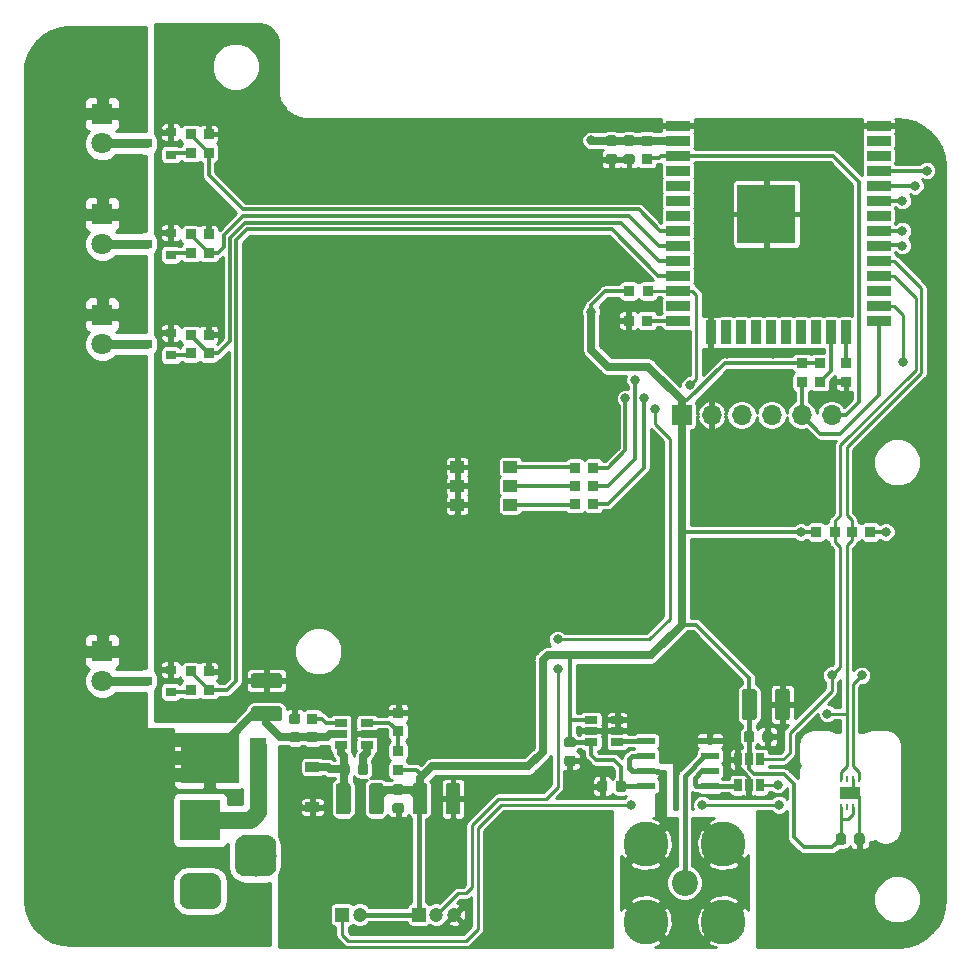
<source format=gbr>
G04 #@! TF.GenerationSoftware,KiCad,Pcbnew,5.0.2-bee76a0~70~ubuntu18.04.1*
G04 #@! TF.CreationDate,2019-07-19T10:36:36+02:00*
G04 #@! TF.ProjectId,SmartHydroponics,536d6172-7448-4796-9472-6f706f6e6963,rev?*
G04 #@! TF.SameCoordinates,Original*
G04 #@! TF.FileFunction,Copper,L1,Top*
G04 #@! TF.FilePolarity,Positive*
%FSLAX46Y46*%
G04 Gerber Fmt 4.6, Leading zero omitted, Abs format (unit mm)*
G04 Created by KiCad (PCBNEW 5.0.2-bee76a0~70~ubuntu18.04.1) date Fri 19 Jul 2019 10:36:36 CEST*
%MOMM*%
%LPD*%
G01*
G04 APERTURE LIST*
G04 #@! TA.AperFunction,SMDPad,CuDef*
%ADD10R,5.000000X5.000000*%
G04 #@! TD*
G04 #@! TA.AperFunction,SMDPad,CuDef*
%ADD11R,2.000000X0.900000*%
G04 #@! TD*
G04 #@! TA.AperFunction,SMDPad,CuDef*
%ADD12R,0.900000X2.000000*%
G04 #@! TD*
G04 #@! TA.AperFunction,SMDPad,CuDef*
%ADD13R,0.875000X0.950000*%
G04 #@! TD*
G04 #@! TA.AperFunction,ComponentPad*
%ADD14C,3.800000*%
G04 #@! TD*
G04 #@! TA.AperFunction,ComponentPad*
%ADD15C,2.200000*%
G04 #@! TD*
G04 #@! TA.AperFunction,ComponentPad*
%ADD16C,1.200000*%
G04 #@! TD*
G04 #@! TA.AperFunction,ComponentPad*
%ADD17R,1.200000X1.200000*%
G04 #@! TD*
G04 #@! TA.AperFunction,Conductor*
%ADD18C,0.100000*%
G04 #@! TD*
G04 #@! TA.AperFunction,SMDPad,CuDef*
%ADD19C,0.875000*%
G04 #@! TD*
G04 #@! TA.AperFunction,SMDPad,CuDef*
%ADD20C,1.250000*%
G04 #@! TD*
G04 #@! TA.AperFunction,SMDPad,CuDef*
%ADD21R,1.550000X0.600000*%
G04 #@! TD*
G04 #@! TA.AperFunction,SMDPad,CuDef*
%ADD22R,1.060000X0.650000*%
G04 #@! TD*
G04 #@! TA.AperFunction,SMDPad,CuDef*
%ADD23R,0.650000X1.060000*%
G04 #@! TD*
G04 #@! TA.AperFunction,SMDPad,CuDef*
%ADD24R,1.450000X1.450000*%
G04 #@! TD*
G04 #@! TA.AperFunction,SMDPad,CuDef*
%ADD25R,5.000000X4.200000*%
G04 #@! TD*
G04 #@! TA.AperFunction,SMDPad,CuDef*
%ADD26R,0.950000X0.875000*%
G04 #@! TD*
G04 #@! TA.AperFunction,SMDPad,CuDef*
%ADD27R,1.200000X1.000000*%
G04 #@! TD*
G04 #@! TA.AperFunction,SMDPad,CuDef*
%ADD28R,1.200000X0.900000*%
G04 #@! TD*
G04 #@! TA.AperFunction,ComponentPad*
%ADD29C,1.800000*%
G04 #@! TD*
G04 #@! TA.AperFunction,ComponentPad*
%ADD30R,1.800000X1.800000*%
G04 #@! TD*
G04 #@! TA.AperFunction,ComponentPad*
%ADD31R,1.700000X1.700000*%
G04 #@! TD*
G04 #@! TA.AperFunction,ComponentPad*
%ADD32O,1.700000X1.700000*%
G04 #@! TD*
G04 #@! TA.AperFunction,ComponentPad*
%ADD33C,3.500000*%
G04 #@! TD*
G04 #@! TA.AperFunction,ComponentPad*
%ADD34C,3.000000*%
G04 #@! TD*
G04 #@! TA.AperFunction,ComponentPad*
%ADD35R,3.500000X3.500000*%
G04 #@! TD*
G04 #@! TA.AperFunction,SMDPad,CuDef*
%ADD36R,0.900000X0.800000*%
G04 #@! TD*
G04 #@! TA.AperFunction,SMDPad,CuDef*
%ADD37R,0.250000X0.600000*%
G04 #@! TD*
G04 #@! TA.AperFunction,SMDPad,CuDef*
%ADD38R,1.700000X1.000000*%
G04 #@! TD*
G04 #@! TA.AperFunction,ViaPad*
%ADD39C,0.800000*%
G04 #@! TD*
G04 #@! TA.AperFunction,Conductor*
%ADD40C,0.700000*%
G04 #@! TD*
G04 #@! TA.AperFunction,Conductor*
%ADD41C,0.300000*%
G04 #@! TD*
G04 #@! TA.AperFunction,Conductor*
%ADD42C,0.250000*%
G04 #@! TD*
G04 #@! TA.AperFunction,Conductor*
%ADD43C,0.400000*%
G04 #@! TD*
G04 #@! TA.AperFunction,Conductor*
%ADD44C,1.200000*%
G04 #@! TD*
G04 #@! TA.AperFunction,Conductor*
%ADD45C,1.000000*%
G04 #@! TD*
G04 #@! TA.AperFunction,Conductor*
%ADD46C,0.800000*%
G04 #@! TD*
G04 #@! TA.AperFunction,Conductor*
%ADD47C,1.400000*%
G04 #@! TD*
G04 #@! TA.AperFunction,Conductor*
%ADD48C,0.254000*%
G04 #@! TD*
G04 APERTURE END LIST*
D10*
G04 #@! TO.P,U1,39*
G04 #@! TO.N,GND*
X243930000Y-86980000D03*
D11*
G04 #@! TO.P,U1,38*
X253445000Y-79495000D03*
G04 #@! TO.P,U1,37*
G04 #@! TO.N,Net-(U1-Pad37)*
X253445000Y-80765000D03*
G04 #@! TO.P,U1,36*
G04 #@! TO.N,Net-(U1-Pad36)*
X253445000Y-82035000D03*
G04 #@! TO.P,U1,35*
G04 #@! TO.N,/UART_TX*
X253445000Y-83305000D03*
G04 #@! TO.P,U1,34*
G04 #@! TO.N,/UART_RX*
X253445000Y-84575000D03*
G04 #@! TO.P,U1,33*
G04 #@! TO.N,/PWM_LED_G*
X253445000Y-85845000D03*
G04 #@! TO.P,U1,32*
G04 #@! TO.N,Net-(U1-Pad32)*
X253445000Y-87115000D03*
G04 #@! TO.P,U1,31*
G04 #@! TO.N,/PWM_LED_R*
X253445000Y-88385000D03*
G04 #@! TO.P,U1,30*
G04 #@! TO.N,/PWM_LED_B*
X253445000Y-89655000D03*
G04 #@! TO.P,U1,29*
G04 #@! TO.N,/I2C_SCL*
X253445000Y-90925000D03*
G04 #@! TO.P,U1,28*
G04 #@! TO.N,/I2C_SDA*
X253445000Y-92195000D03*
G04 #@! TO.P,U1,27*
G04 #@! TO.N,Net-(U1-Pad27)*
X253445000Y-93465000D03*
G04 #@! TO.P,U1,26*
G04 #@! TO.N,/WATER_LVL_SW*
X253445000Y-94735000D03*
G04 #@! TO.P,U1,25*
G04 #@! TO.N,/IO0*
X253445000Y-96005000D03*
D12*
G04 #@! TO.P,U1,24*
G04 #@! TO.N,Net-(R16-Pad1)*
X250660000Y-97005000D03*
G04 #@! TO.P,U1,23*
G04 #@! TO.N,Net-(R15-Pad1)*
X249390000Y-97005000D03*
G04 #@! TO.P,U1,22*
G04 #@! TO.N,Net-(U1-Pad22)*
X248120000Y-97005000D03*
G04 #@! TO.P,U1,21*
G04 #@! TO.N,Net-(U1-Pad21)*
X246850000Y-97005000D03*
G04 #@! TO.P,U1,20*
G04 #@! TO.N,Net-(U1-Pad20)*
X245580000Y-97005000D03*
G04 #@! TO.P,U1,19*
G04 #@! TO.N,Net-(U1-Pad19)*
X244310000Y-97005000D03*
G04 #@! TO.P,U1,18*
G04 #@! TO.N,Net-(U1-Pad18)*
X243040000Y-97005000D03*
G04 #@! TO.P,U1,17*
G04 #@! TO.N,Net-(U1-Pad17)*
X241770000Y-97005000D03*
G04 #@! TO.P,U1,16*
G04 #@! TO.N,Net-(U1-Pad16)*
X240500000Y-97005000D03*
G04 #@! TO.P,U1,15*
G04 #@! TO.N,GND*
X239230000Y-97005000D03*
D11*
G04 #@! TO.P,U1,14*
G04 #@! TO.N,Net-(R14-Pad1)*
X236445000Y-96005000D03*
G04 #@! TO.P,U1,13*
G04 #@! TO.N,Net-(U1-Pad13)*
X236445000Y-94735000D03*
G04 #@! TO.P,U1,12*
G04 #@! TO.N,/1WIRE_DAT*
X236445000Y-93465000D03*
G04 #@! TO.P,U1,11*
G04 #@! TO.N,/PUMP*
X236445000Y-92195000D03*
G04 #@! TO.P,U1,10*
G04 #@! TO.N,/LED_BLUE*
X236445000Y-90925000D03*
G04 #@! TO.P,U1,9*
G04 #@! TO.N,/LED_RED*
X236445000Y-89655000D03*
G04 #@! TO.P,U1,8*
G04 #@! TO.N,/LED_GROW*
X236445000Y-88385000D03*
G04 #@! TO.P,U1,7*
G04 #@! TO.N,Net-(U1-Pad7)*
X236445000Y-87115000D03*
G04 #@! TO.P,U1,6*
G04 #@! TO.N,Net-(U1-Pad6)*
X236445000Y-85845000D03*
G04 #@! TO.P,U1,5*
G04 #@! TO.N,Net-(U1-Pad5)*
X236445000Y-84575000D03*
G04 #@! TO.P,U1,4*
G04 #@! TO.N,Net-(U1-Pad4)*
X236445000Y-83305000D03*
G04 #@! TO.P,U1,3*
G04 #@! TO.N,/EN*
X236445000Y-82035000D03*
G04 #@! TO.P,U1,2*
G04 #@! TO.N,+3V3*
X236445000Y-80765000D03*
G04 #@! TO.P,U1,1*
G04 #@! TO.N,GND*
X236445000Y-79495000D03*
G04 #@! TD*
D13*
G04 #@! TO.P,R1,2*
G04 #@! TO.N,/1WIRE_DAT*
X233887500Y-93500000D03*
G04 #@! TO.P,R1,1*
G04 #@! TO.N,+3V3*
X232312500Y-93500000D03*
G04 #@! TD*
D14*
G04 #@! TO.P,J4,2*
G04 #@! TO.N,Net-(J4-Pad2)*
X233700000Y-146900000D03*
X233700000Y-140300000D03*
X240300000Y-140300000D03*
X240300000Y-146900000D03*
D15*
G04 #@! TO.P,J4,1*
G04 #@! TO.N,Net-(J4-Pad1)*
X237000000Y-143600000D03*
G04 #@! TD*
D16*
G04 #@! TO.P,J3,3*
G04 #@! TO.N,GND*
X217500000Y-146300000D03*
G04 #@! TO.P,J3,2*
G04 #@! TO.N,/1WIRE_DAT*
X216000000Y-146300000D03*
D17*
G04 #@! TO.P,J3,1*
G04 #@! TO.N,+3V3*
X214500000Y-146300000D03*
G04 #@! TD*
D18*
G04 #@! TO.N,GND*
G04 #@! TO.C,C71*
G36*
X227577691Y-132851053D02*
X227598926Y-132854203D01*
X227619750Y-132859419D01*
X227639962Y-132866651D01*
X227659368Y-132875830D01*
X227677781Y-132886866D01*
X227695024Y-132899654D01*
X227710930Y-132914070D01*
X227725346Y-132929976D01*
X227738134Y-132947219D01*
X227749170Y-132965632D01*
X227758349Y-132985038D01*
X227765581Y-133005250D01*
X227770797Y-133026074D01*
X227773947Y-133047309D01*
X227775000Y-133068750D01*
X227775000Y-133506250D01*
X227773947Y-133527691D01*
X227770797Y-133548926D01*
X227765581Y-133569750D01*
X227758349Y-133589962D01*
X227749170Y-133609368D01*
X227738134Y-133627781D01*
X227725346Y-133645024D01*
X227710930Y-133660930D01*
X227695024Y-133675346D01*
X227677781Y-133688134D01*
X227659368Y-133699170D01*
X227639962Y-133708349D01*
X227619750Y-133715581D01*
X227598926Y-133720797D01*
X227577691Y-133723947D01*
X227556250Y-133725000D01*
X227043750Y-133725000D01*
X227022309Y-133723947D01*
X227001074Y-133720797D01*
X226980250Y-133715581D01*
X226960038Y-133708349D01*
X226940632Y-133699170D01*
X226922219Y-133688134D01*
X226904976Y-133675346D01*
X226889070Y-133660930D01*
X226874654Y-133645024D01*
X226861866Y-133627781D01*
X226850830Y-133609368D01*
X226841651Y-133589962D01*
X226834419Y-133569750D01*
X226829203Y-133548926D01*
X226826053Y-133527691D01*
X226825000Y-133506250D01*
X226825000Y-133068750D01*
X226826053Y-133047309D01*
X226829203Y-133026074D01*
X226834419Y-133005250D01*
X226841651Y-132985038D01*
X226850830Y-132965632D01*
X226861866Y-132947219D01*
X226874654Y-132929976D01*
X226889070Y-132914070D01*
X226904976Y-132899654D01*
X226922219Y-132886866D01*
X226940632Y-132875830D01*
X226960038Y-132866651D01*
X226980250Y-132859419D01*
X227001074Y-132854203D01*
X227022309Y-132851053D01*
X227043750Y-132850000D01*
X227556250Y-132850000D01*
X227577691Y-132851053D01*
X227577691Y-132851053D01*
G37*
D19*
G04 #@! TD*
G04 #@! TO.P,C71,2*
G04 #@! TO.N,GND*
X227300000Y-133287500D03*
D18*
G04 #@! TO.N,+3V3*
G04 #@! TO.C,C71*
G36*
X227577691Y-131276053D02*
X227598926Y-131279203D01*
X227619750Y-131284419D01*
X227639962Y-131291651D01*
X227659368Y-131300830D01*
X227677781Y-131311866D01*
X227695024Y-131324654D01*
X227710930Y-131339070D01*
X227725346Y-131354976D01*
X227738134Y-131372219D01*
X227749170Y-131390632D01*
X227758349Y-131410038D01*
X227765581Y-131430250D01*
X227770797Y-131451074D01*
X227773947Y-131472309D01*
X227775000Y-131493750D01*
X227775000Y-131931250D01*
X227773947Y-131952691D01*
X227770797Y-131973926D01*
X227765581Y-131994750D01*
X227758349Y-132014962D01*
X227749170Y-132034368D01*
X227738134Y-132052781D01*
X227725346Y-132070024D01*
X227710930Y-132085930D01*
X227695024Y-132100346D01*
X227677781Y-132113134D01*
X227659368Y-132124170D01*
X227639962Y-132133349D01*
X227619750Y-132140581D01*
X227598926Y-132145797D01*
X227577691Y-132148947D01*
X227556250Y-132150000D01*
X227043750Y-132150000D01*
X227022309Y-132148947D01*
X227001074Y-132145797D01*
X226980250Y-132140581D01*
X226960038Y-132133349D01*
X226940632Y-132124170D01*
X226922219Y-132113134D01*
X226904976Y-132100346D01*
X226889070Y-132085930D01*
X226874654Y-132070024D01*
X226861866Y-132052781D01*
X226850830Y-132034368D01*
X226841651Y-132014962D01*
X226834419Y-131994750D01*
X226829203Y-131973926D01*
X226826053Y-131952691D01*
X226825000Y-131931250D01*
X226825000Y-131493750D01*
X226826053Y-131472309D01*
X226829203Y-131451074D01*
X226834419Y-131430250D01*
X226841651Y-131410038D01*
X226850830Y-131390632D01*
X226861866Y-131372219D01*
X226874654Y-131354976D01*
X226889070Y-131339070D01*
X226904976Y-131324654D01*
X226922219Y-131311866D01*
X226940632Y-131300830D01*
X226960038Y-131291651D01*
X226980250Y-131284419D01*
X227001074Y-131279203D01*
X227022309Y-131276053D01*
X227043750Y-131275000D01*
X227556250Y-131275000D01*
X227577691Y-131276053D01*
X227577691Y-131276053D01*
G37*
D19*
G04 #@! TD*
G04 #@! TO.P,C71,1*
G04 #@! TO.N,+3V3*
X227300000Y-131712500D03*
D18*
G04 #@! TO.N,+3V3*
G04 #@! TO.C,C62*
G36*
X242702691Y-130776053D02*
X242723926Y-130779203D01*
X242744750Y-130784419D01*
X242764962Y-130791651D01*
X242784368Y-130800830D01*
X242802781Y-130811866D01*
X242820024Y-130824654D01*
X242835930Y-130839070D01*
X242850346Y-130854976D01*
X242863134Y-130872219D01*
X242874170Y-130890632D01*
X242883349Y-130910038D01*
X242890581Y-130930250D01*
X242895797Y-130951074D01*
X242898947Y-130972309D01*
X242900000Y-130993750D01*
X242900000Y-131506250D01*
X242898947Y-131527691D01*
X242895797Y-131548926D01*
X242890581Y-131569750D01*
X242883349Y-131589962D01*
X242874170Y-131609368D01*
X242863134Y-131627781D01*
X242850346Y-131645024D01*
X242835930Y-131660930D01*
X242820024Y-131675346D01*
X242802781Y-131688134D01*
X242784368Y-131699170D01*
X242764962Y-131708349D01*
X242744750Y-131715581D01*
X242723926Y-131720797D01*
X242702691Y-131723947D01*
X242681250Y-131725000D01*
X242243750Y-131725000D01*
X242222309Y-131723947D01*
X242201074Y-131720797D01*
X242180250Y-131715581D01*
X242160038Y-131708349D01*
X242140632Y-131699170D01*
X242122219Y-131688134D01*
X242104976Y-131675346D01*
X242089070Y-131660930D01*
X242074654Y-131645024D01*
X242061866Y-131627781D01*
X242050830Y-131609368D01*
X242041651Y-131589962D01*
X242034419Y-131569750D01*
X242029203Y-131548926D01*
X242026053Y-131527691D01*
X242025000Y-131506250D01*
X242025000Y-130993750D01*
X242026053Y-130972309D01*
X242029203Y-130951074D01*
X242034419Y-130930250D01*
X242041651Y-130910038D01*
X242050830Y-130890632D01*
X242061866Y-130872219D01*
X242074654Y-130854976D01*
X242089070Y-130839070D01*
X242104976Y-130824654D01*
X242122219Y-130811866D01*
X242140632Y-130800830D01*
X242160038Y-130791651D01*
X242180250Y-130784419D01*
X242201074Y-130779203D01*
X242222309Y-130776053D01*
X242243750Y-130775000D01*
X242681250Y-130775000D01*
X242702691Y-130776053D01*
X242702691Y-130776053D01*
G37*
D19*
G04 #@! TD*
G04 #@! TO.P,C62,1*
G04 #@! TO.N,+3V3*
X242462500Y-131250000D03*
D18*
G04 #@! TO.N,GND*
G04 #@! TO.C,C62*
G36*
X244277691Y-130776053D02*
X244298926Y-130779203D01*
X244319750Y-130784419D01*
X244339962Y-130791651D01*
X244359368Y-130800830D01*
X244377781Y-130811866D01*
X244395024Y-130824654D01*
X244410930Y-130839070D01*
X244425346Y-130854976D01*
X244438134Y-130872219D01*
X244449170Y-130890632D01*
X244458349Y-130910038D01*
X244465581Y-130930250D01*
X244470797Y-130951074D01*
X244473947Y-130972309D01*
X244475000Y-130993750D01*
X244475000Y-131506250D01*
X244473947Y-131527691D01*
X244470797Y-131548926D01*
X244465581Y-131569750D01*
X244458349Y-131589962D01*
X244449170Y-131609368D01*
X244438134Y-131627781D01*
X244425346Y-131645024D01*
X244410930Y-131660930D01*
X244395024Y-131675346D01*
X244377781Y-131688134D01*
X244359368Y-131699170D01*
X244339962Y-131708349D01*
X244319750Y-131715581D01*
X244298926Y-131720797D01*
X244277691Y-131723947D01*
X244256250Y-131725000D01*
X243818750Y-131725000D01*
X243797309Y-131723947D01*
X243776074Y-131720797D01*
X243755250Y-131715581D01*
X243735038Y-131708349D01*
X243715632Y-131699170D01*
X243697219Y-131688134D01*
X243679976Y-131675346D01*
X243664070Y-131660930D01*
X243649654Y-131645024D01*
X243636866Y-131627781D01*
X243625830Y-131609368D01*
X243616651Y-131589962D01*
X243609419Y-131569750D01*
X243604203Y-131548926D01*
X243601053Y-131527691D01*
X243600000Y-131506250D01*
X243600000Y-130993750D01*
X243601053Y-130972309D01*
X243604203Y-130951074D01*
X243609419Y-130930250D01*
X243616651Y-130910038D01*
X243625830Y-130890632D01*
X243636866Y-130872219D01*
X243649654Y-130854976D01*
X243664070Y-130839070D01*
X243679976Y-130824654D01*
X243697219Y-130811866D01*
X243715632Y-130800830D01*
X243735038Y-130791651D01*
X243755250Y-130784419D01*
X243776074Y-130779203D01*
X243797309Y-130776053D01*
X243818750Y-130775000D01*
X244256250Y-130775000D01*
X244277691Y-130776053D01*
X244277691Y-130776053D01*
G37*
D19*
G04 #@! TD*
G04 #@! TO.P,C62,2*
G04 #@! TO.N,GND*
X244037500Y-131250000D03*
D18*
G04 #@! TO.N,GND*
G04 #@! TO.C,C51*
G36*
X230277691Y-134951053D02*
X230298926Y-134954203D01*
X230319750Y-134959419D01*
X230339962Y-134966651D01*
X230359368Y-134975830D01*
X230377781Y-134986866D01*
X230395024Y-134999654D01*
X230410930Y-135014070D01*
X230425346Y-135029976D01*
X230438134Y-135047219D01*
X230449170Y-135065632D01*
X230458349Y-135085038D01*
X230465581Y-135105250D01*
X230470797Y-135126074D01*
X230473947Y-135147309D01*
X230475000Y-135168750D01*
X230475000Y-135681250D01*
X230473947Y-135702691D01*
X230470797Y-135723926D01*
X230465581Y-135744750D01*
X230458349Y-135764962D01*
X230449170Y-135784368D01*
X230438134Y-135802781D01*
X230425346Y-135820024D01*
X230410930Y-135835930D01*
X230395024Y-135850346D01*
X230377781Y-135863134D01*
X230359368Y-135874170D01*
X230339962Y-135883349D01*
X230319750Y-135890581D01*
X230298926Y-135895797D01*
X230277691Y-135898947D01*
X230256250Y-135900000D01*
X229818750Y-135900000D01*
X229797309Y-135898947D01*
X229776074Y-135895797D01*
X229755250Y-135890581D01*
X229735038Y-135883349D01*
X229715632Y-135874170D01*
X229697219Y-135863134D01*
X229679976Y-135850346D01*
X229664070Y-135835930D01*
X229649654Y-135820024D01*
X229636866Y-135802781D01*
X229625830Y-135784368D01*
X229616651Y-135764962D01*
X229609419Y-135744750D01*
X229604203Y-135723926D01*
X229601053Y-135702691D01*
X229600000Y-135681250D01*
X229600000Y-135168750D01*
X229601053Y-135147309D01*
X229604203Y-135126074D01*
X229609419Y-135105250D01*
X229616651Y-135085038D01*
X229625830Y-135065632D01*
X229636866Y-135047219D01*
X229649654Y-135029976D01*
X229664070Y-135014070D01*
X229679976Y-134999654D01*
X229697219Y-134986866D01*
X229715632Y-134975830D01*
X229735038Y-134966651D01*
X229755250Y-134959419D01*
X229776074Y-134954203D01*
X229797309Y-134951053D01*
X229818750Y-134950000D01*
X230256250Y-134950000D01*
X230277691Y-134951053D01*
X230277691Y-134951053D01*
G37*
D19*
G04 #@! TD*
G04 #@! TO.P,C51,2*
G04 #@! TO.N,GND*
X230037500Y-135425000D03*
D18*
G04 #@! TO.N,+3V3*
G04 #@! TO.C,C51*
G36*
X231852691Y-134951053D02*
X231873926Y-134954203D01*
X231894750Y-134959419D01*
X231914962Y-134966651D01*
X231934368Y-134975830D01*
X231952781Y-134986866D01*
X231970024Y-134999654D01*
X231985930Y-135014070D01*
X232000346Y-135029976D01*
X232013134Y-135047219D01*
X232024170Y-135065632D01*
X232033349Y-135085038D01*
X232040581Y-135105250D01*
X232045797Y-135126074D01*
X232048947Y-135147309D01*
X232050000Y-135168750D01*
X232050000Y-135681250D01*
X232048947Y-135702691D01*
X232045797Y-135723926D01*
X232040581Y-135744750D01*
X232033349Y-135764962D01*
X232024170Y-135784368D01*
X232013134Y-135802781D01*
X232000346Y-135820024D01*
X231985930Y-135835930D01*
X231970024Y-135850346D01*
X231952781Y-135863134D01*
X231934368Y-135874170D01*
X231914962Y-135883349D01*
X231894750Y-135890581D01*
X231873926Y-135895797D01*
X231852691Y-135898947D01*
X231831250Y-135900000D01*
X231393750Y-135900000D01*
X231372309Y-135898947D01*
X231351074Y-135895797D01*
X231330250Y-135890581D01*
X231310038Y-135883349D01*
X231290632Y-135874170D01*
X231272219Y-135863134D01*
X231254976Y-135850346D01*
X231239070Y-135835930D01*
X231224654Y-135820024D01*
X231211866Y-135802781D01*
X231200830Y-135784368D01*
X231191651Y-135764962D01*
X231184419Y-135744750D01*
X231179203Y-135723926D01*
X231176053Y-135702691D01*
X231175000Y-135681250D01*
X231175000Y-135168750D01*
X231176053Y-135147309D01*
X231179203Y-135126074D01*
X231184419Y-135105250D01*
X231191651Y-135085038D01*
X231200830Y-135065632D01*
X231211866Y-135047219D01*
X231224654Y-135029976D01*
X231239070Y-135014070D01*
X231254976Y-134999654D01*
X231272219Y-134986866D01*
X231290632Y-134975830D01*
X231310038Y-134966651D01*
X231330250Y-134959419D01*
X231351074Y-134954203D01*
X231372309Y-134951053D01*
X231393750Y-134950000D01*
X231831250Y-134950000D01*
X231852691Y-134951053D01*
X231852691Y-134951053D01*
G37*
D19*
G04 #@! TD*
G04 #@! TO.P,C51,1*
G04 #@! TO.N,+3V3*
X231612500Y-135425000D03*
D18*
G04 #@! TO.N,+3V3*
G04 #@! TO.C,C61*
G36*
X242874504Y-127176204D02*
X242898773Y-127179804D01*
X242922571Y-127185765D01*
X242945671Y-127194030D01*
X242967849Y-127204520D01*
X242988893Y-127217133D01*
X243008598Y-127231747D01*
X243026777Y-127248223D01*
X243043253Y-127266402D01*
X243057867Y-127286107D01*
X243070480Y-127307151D01*
X243080970Y-127329329D01*
X243089235Y-127352429D01*
X243095196Y-127376227D01*
X243098796Y-127400496D01*
X243100000Y-127425000D01*
X243100000Y-129575000D01*
X243098796Y-129599504D01*
X243095196Y-129623773D01*
X243089235Y-129647571D01*
X243080970Y-129670671D01*
X243070480Y-129692849D01*
X243057867Y-129713893D01*
X243043253Y-129733598D01*
X243026777Y-129751777D01*
X243008598Y-129768253D01*
X242988893Y-129782867D01*
X242967849Y-129795480D01*
X242945671Y-129805970D01*
X242922571Y-129814235D01*
X242898773Y-129820196D01*
X242874504Y-129823796D01*
X242850000Y-129825000D01*
X242100000Y-129825000D01*
X242075496Y-129823796D01*
X242051227Y-129820196D01*
X242027429Y-129814235D01*
X242004329Y-129805970D01*
X241982151Y-129795480D01*
X241961107Y-129782867D01*
X241941402Y-129768253D01*
X241923223Y-129751777D01*
X241906747Y-129733598D01*
X241892133Y-129713893D01*
X241879520Y-129692849D01*
X241869030Y-129670671D01*
X241860765Y-129647571D01*
X241854804Y-129623773D01*
X241851204Y-129599504D01*
X241850000Y-129575000D01*
X241850000Y-127425000D01*
X241851204Y-127400496D01*
X241854804Y-127376227D01*
X241860765Y-127352429D01*
X241869030Y-127329329D01*
X241879520Y-127307151D01*
X241892133Y-127286107D01*
X241906747Y-127266402D01*
X241923223Y-127248223D01*
X241941402Y-127231747D01*
X241961107Y-127217133D01*
X241982151Y-127204520D01*
X242004329Y-127194030D01*
X242027429Y-127185765D01*
X242051227Y-127179804D01*
X242075496Y-127176204D01*
X242100000Y-127175000D01*
X242850000Y-127175000D01*
X242874504Y-127176204D01*
X242874504Y-127176204D01*
G37*
D20*
G04 #@! TD*
G04 #@! TO.P,C61,1*
G04 #@! TO.N,+3V3*
X242475000Y-128500000D03*
D18*
G04 #@! TO.N,GND*
G04 #@! TO.C,C61*
G36*
X245674504Y-127176204D02*
X245698773Y-127179804D01*
X245722571Y-127185765D01*
X245745671Y-127194030D01*
X245767849Y-127204520D01*
X245788893Y-127217133D01*
X245808598Y-127231747D01*
X245826777Y-127248223D01*
X245843253Y-127266402D01*
X245857867Y-127286107D01*
X245870480Y-127307151D01*
X245880970Y-127329329D01*
X245889235Y-127352429D01*
X245895196Y-127376227D01*
X245898796Y-127400496D01*
X245900000Y-127425000D01*
X245900000Y-129575000D01*
X245898796Y-129599504D01*
X245895196Y-129623773D01*
X245889235Y-129647571D01*
X245880970Y-129670671D01*
X245870480Y-129692849D01*
X245857867Y-129713893D01*
X245843253Y-129733598D01*
X245826777Y-129751777D01*
X245808598Y-129768253D01*
X245788893Y-129782867D01*
X245767849Y-129795480D01*
X245745671Y-129805970D01*
X245722571Y-129814235D01*
X245698773Y-129820196D01*
X245674504Y-129823796D01*
X245650000Y-129825000D01*
X244900000Y-129825000D01*
X244875496Y-129823796D01*
X244851227Y-129820196D01*
X244827429Y-129814235D01*
X244804329Y-129805970D01*
X244782151Y-129795480D01*
X244761107Y-129782867D01*
X244741402Y-129768253D01*
X244723223Y-129751777D01*
X244706747Y-129733598D01*
X244692133Y-129713893D01*
X244679520Y-129692849D01*
X244669030Y-129670671D01*
X244660765Y-129647571D01*
X244654804Y-129623773D01*
X244651204Y-129599504D01*
X244650000Y-129575000D01*
X244650000Y-127425000D01*
X244651204Y-127400496D01*
X244654804Y-127376227D01*
X244660765Y-127352429D01*
X244669030Y-127329329D01*
X244679520Y-127307151D01*
X244692133Y-127286107D01*
X244706747Y-127266402D01*
X244723223Y-127248223D01*
X244741402Y-127231747D01*
X244761107Y-127217133D01*
X244782151Y-127204520D01*
X244804329Y-127194030D01*
X244827429Y-127185765D01*
X244851227Y-127179804D01*
X244875496Y-127176204D01*
X244900000Y-127175000D01*
X245650000Y-127175000D01*
X245674504Y-127176204D01*
X245674504Y-127176204D01*
G37*
D20*
G04 #@! TD*
G04 #@! TO.P,C61,2*
G04 #@! TO.N,GND*
X245275000Y-128500000D03*
D21*
G04 #@! TO.P,U5,1*
G04 #@! TO.N,/pH_OUT*
X239150000Y-135405000D03*
G04 #@! TO.P,U5,2*
X239150000Y-134135000D03*
G04 #@! TO.P,U5,3*
G04 #@! TO.N,Net-(J4-Pad1)*
X239150000Y-132865000D03*
G04 #@! TO.P,U5,4*
G04 #@! TO.N,GND*
X239150000Y-131595000D03*
G04 #@! TO.P,U5,5*
G04 #@! TO.N,/VREF_1024*
X233750000Y-131595000D03*
G04 #@! TO.P,U5,6*
G04 #@! TO.N,Net-(J4-Pad2)*
X233750000Y-132865000D03*
G04 #@! TO.P,U5,7*
X233750000Y-134135000D03*
G04 #@! TO.P,U5,8*
G04 #@! TO.N,+3V3*
X233750000Y-135405000D03*
G04 #@! TD*
D22*
G04 #@! TO.P,U7,5*
G04 #@! TO.N,GND*
X229100000Y-130750000D03*
G04 #@! TO.P,U7,6*
G04 #@! TO.N,+3V3*
X229100000Y-131700000D03*
G04 #@! TO.P,U7,4*
X229100000Y-129800000D03*
G04 #@! TO.P,U7,3*
G04 #@! TO.N,GND*
X231300000Y-129800000D03*
G04 #@! TO.P,U7,2*
X231300000Y-130750000D03*
G04 #@! TO.P,U7,1*
G04 #@! TO.N,/VREF_1024*
X231300000Y-131700000D03*
G04 #@! TD*
D23*
G04 #@! TO.P,U6,1*
G04 #@! TO.N,/pH_OUT*
X241500000Y-135350000D03*
G04 #@! TO.P,U6,2*
G04 #@! TO.N,GND*
X242450000Y-135350000D03*
G04 #@! TO.P,U6,3*
G04 #@! TO.N,/I2C_SCL*
X243400000Y-135350000D03*
G04 #@! TO.P,U6,4*
G04 #@! TO.N,/I2C_SDA*
X243400000Y-133150000D03*
G04 #@! TO.P,U6,6*
G04 #@! TO.N,GND*
X241500000Y-133150000D03*
G04 #@! TO.P,U6,5*
G04 #@! TO.N,+3V3*
X242450000Y-133150000D03*
G04 #@! TD*
D17*
G04 #@! TO.P,J15,1*
G04 #@! TO.N,/WATER_LVL_SW*
X208000000Y-146300000D03*
D16*
G04 #@! TO.P,J15,2*
G04 #@! TO.N,+3V3*
X209500000Y-146300000D03*
G04 #@! TD*
D18*
G04 #@! TO.N,GND*
G04 #@! TO.C,C31*
G36*
X202699504Y-125876204D02*
X202723773Y-125879804D01*
X202747571Y-125885765D01*
X202770671Y-125894030D01*
X202792849Y-125904520D01*
X202813893Y-125917133D01*
X202833598Y-125931747D01*
X202851777Y-125948223D01*
X202868253Y-125966402D01*
X202882867Y-125986107D01*
X202895480Y-126007151D01*
X202905970Y-126029329D01*
X202914235Y-126052429D01*
X202920196Y-126076227D01*
X202923796Y-126100496D01*
X202925000Y-126125000D01*
X202925000Y-126875000D01*
X202923796Y-126899504D01*
X202920196Y-126923773D01*
X202914235Y-126947571D01*
X202905970Y-126970671D01*
X202895480Y-126992849D01*
X202882867Y-127013893D01*
X202868253Y-127033598D01*
X202851777Y-127051777D01*
X202833598Y-127068253D01*
X202813893Y-127082867D01*
X202792849Y-127095480D01*
X202770671Y-127105970D01*
X202747571Y-127114235D01*
X202723773Y-127120196D01*
X202699504Y-127123796D01*
X202675000Y-127125000D01*
X200525000Y-127125000D01*
X200500496Y-127123796D01*
X200476227Y-127120196D01*
X200452429Y-127114235D01*
X200429329Y-127105970D01*
X200407151Y-127095480D01*
X200386107Y-127082867D01*
X200366402Y-127068253D01*
X200348223Y-127051777D01*
X200331747Y-127033598D01*
X200317133Y-127013893D01*
X200304520Y-126992849D01*
X200294030Y-126970671D01*
X200285765Y-126947571D01*
X200279804Y-126923773D01*
X200276204Y-126899504D01*
X200275000Y-126875000D01*
X200275000Y-126125000D01*
X200276204Y-126100496D01*
X200279804Y-126076227D01*
X200285765Y-126052429D01*
X200294030Y-126029329D01*
X200304520Y-126007151D01*
X200317133Y-125986107D01*
X200331747Y-125966402D01*
X200348223Y-125948223D01*
X200366402Y-125931747D01*
X200386107Y-125917133D01*
X200407151Y-125904520D01*
X200429329Y-125894030D01*
X200452429Y-125885765D01*
X200476227Y-125879804D01*
X200500496Y-125876204D01*
X200525000Y-125875000D01*
X202675000Y-125875000D01*
X202699504Y-125876204D01*
X202699504Y-125876204D01*
G37*
D20*
G04 #@! TD*
G04 #@! TO.P,C31,2*
G04 #@! TO.N,GND*
X201600000Y-126500000D03*
D18*
G04 #@! TO.N,+12V*
G04 #@! TO.C,C31*
G36*
X202699504Y-128676204D02*
X202723773Y-128679804D01*
X202747571Y-128685765D01*
X202770671Y-128694030D01*
X202792849Y-128704520D01*
X202813893Y-128717133D01*
X202833598Y-128731747D01*
X202851777Y-128748223D01*
X202868253Y-128766402D01*
X202882867Y-128786107D01*
X202895480Y-128807151D01*
X202905970Y-128829329D01*
X202914235Y-128852429D01*
X202920196Y-128876227D01*
X202923796Y-128900496D01*
X202925000Y-128925000D01*
X202925000Y-129675000D01*
X202923796Y-129699504D01*
X202920196Y-129723773D01*
X202914235Y-129747571D01*
X202905970Y-129770671D01*
X202895480Y-129792849D01*
X202882867Y-129813893D01*
X202868253Y-129833598D01*
X202851777Y-129851777D01*
X202833598Y-129868253D01*
X202813893Y-129882867D01*
X202792849Y-129895480D01*
X202770671Y-129905970D01*
X202747571Y-129914235D01*
X202723773Y-129920196D01*
X202699504Y-129923796D01*
X202675000Y-129925000D01*
X200525000Y-129925000D01*
X200500496Y-129923796D01*
X200476227Y-129920196D01*
X200452429Y-129914235D01*
X200429329Y-129905970D01*
X200407151Y-129895480D01*
X200386107Y-129882867D01*
X200366402Y-129868253D01*
X200348223Y-129851777D01*
X200331747Y-129833598D01*
X200317133Y-129813893D01*
X200304520Y-129792849D01*
X200294030Y-129770671D01*
X200285765Y-129747571D01*
X200279804Y-129723773D01*
X200276204Y-129699504D01*
X200275000Y-129675000D01*
X200275000Y-128925000D01*
X200276204Y-128900496D01*
X200279804Y-128876227D01*
X200285765Y-128852429D01*
X200294030Y-128829329D01*
X200304520Y-128807151D01*
X200317133Y-128786107D01*
X200331747Y-128766402D01*
X200348223Y-128748223D01*
X200366402Y-128731747D01*
X200386107Y-128717133D01*
X200407151Y-128704520D01*
X200429329Y-128694030D01*
X200452429Y-128685765D01*
X200476227Y-128679804D01*
X200500496Y-128676204D01*
X200525000Y-128675000D01*
X202675000Y-128675000D01*
X202699504Y-128676204D01*
X202699504Y-128676204D01*
G37*
D20*
G04 #@! TD*
G04 #@! TO.P,C31,1*
G04 #@! TO.N,+12V*
X201600000Y-129300000D03*
D24*
G04 #@! TO.P,D1,2*
G04 #@! TO.N,Net-(D1-Pad2)*
X200900000Y-134000000D03*
X200900000Y-132000000D03*
D25*
G04 #@! TO.P,D1,1*
G04 #@! TO.N,+12V*
X196800000Y-133000000D03*
G04 #@! TD*
D26*
G04 #@! TO.P,R7,1*
G04 #@! TO.N,/LED_GROW*
X196700000Y-81787500D03*
G04 #@! TO.P,R7,2*
G04 #@! TO.N,GND*
X196700000Y-80212500D03*
G04 #@! TD*
G04 #@! TO.P,R25,2*
G04 #@! TO.N,/LED_BLUE*
X195200000Y-97212500D03*
G04 #@! TO.P,R25,1*
G04 #@! TO.N,Net-(Q9-Pad1)*
X195200000Y-98787500D03*
G04 #@! TD*
G04 #@! TO.P,R24,1*
G04 #@! TO.N,Net-(Q8-Pad1)*
X195200000Y-90287500D03*
G04 #@! TO.P,R24,2*
G04 #@! TO.N,/LED_RED*
X195200000Y-88712500D03*
G04 #@! TD*
G04 #@! TO.P,R23,2*
G04 #@! TO.N,/LED_GROW*
X195200000Y-80212500D03*
G04 #@! TO.P,R23,1*
G04 #@! TO.N,Net-(Q7-Pad1)*
X195200000Y-81787500D03*
G04 #@! TD*
G04 #@! TO.P,R19,2*
G04 #@! TO.N,/PUMP*
X195200000Y-125712500D03*
G04 #@! TO.P,R19,1*
G04 #@! TO.N,Net-(Q10-Pad1)*
X195200000Y-127287500D03*
G04 #@! TD*
D27*
G04 #@! TO.P,LD1,1*
G04 #@! TO.N,GND*
X217750000Y-108400000D03*
G04 #@! TO.P,LD1,2*
G04 #@! TO.N,Net-(LD1-Pad2)*
X222250000Y-108400000D03*
G04 #@! TO.P,LD1,3*
G04 #@! TO.N,GND*
X217750000Y-110000000D03*
G04 #@! TO.P,LD1,4*
G04 #@! TO.N,Net-(LD1-Pad4)*
X222250000Y-110000000D03*
G04 #@! TO.P,LD1,5*
G04 #@! TO.N,GND*
X217750000Y-111600000D03*
G04 #@! TO.P,LD1,6*
G04 #@! TO.N,Net-(LD1-Pad6)*
X222250000Y-111600000D03*
G04 #@! TD*
D13*
G04 #@! TO.P,R113,2*
G04 #@! TO.N,Net-(LD1-Pad6)*
X227712500Y-111500000D03*
G04 #@! TO.P,R113,1*
G04 #@! TO.N,/PWM_LED_B*
X229287500Y-111500000D03*
G04 #@! TD*
G04 #@! TO.P,R111,1*
G04 #@! TO.N,/PWM_LED_G*
X229287500Y-108500000D03*
G04 #@! TO.P,R111,2*
G04 #@! TO.N,Net-(LD1-Pad2)*
X227712500Y-108500000D03*
G04 #@! TD*
G04 #@! TO.P,R112,2*
G04 #@! TO.N,Net-(LD1-Pad4)*
X227712500Y-110000000D03*
G04 #@! TO.P,R112,1*
G04 #@! TO.N,/PWM_LED_R*
X229287500Y-110000000D03*
G04 #@! TD*
D26*
G04 #@! TO.P,R13,2*
G04 #@! TO.N,/EN*
X233800000Y-82337500D03*
G04 #@! TO.P,R13,1*
G04 #@! TO.N,+3V3*
X233800000Y-80762500D03*
G04 #@! TD*
G04 #@! TO.P,R17,1*
G04 #@! TO.N,+3V3*
X246950000Y-99612500D03*
G04 #@! TO.P,R17,2*
G04 #@! TO.N,/IO0*
X246950000Y-101187500D03*
G04 #@! TD*
G04 #@! TO.P,R15,2*
G04 #@! TO.N,+3V3*
X248450000Y-99612500D03*
G04 #@! TO.P,R15,1*
G04 #@! TO.N,Net-(R15-Pad1)*
X248450000Y-101187500D03*
G04 #@! TD*
D13*
G04 #@! TO.P,R14,1*
G04 #@! TO.N,Net-(R14-Pad1)*
X233837500Y-96000000D03*
G04 #@! TO.P,R14,2*
G04 #@! TO.N,GND*
X232262500Y-96000000D03*
G04 #@! TD*
D26*
G04 #@! TO.P,R16,2*
G04 #@! TO.N,GND*
X250675000Y-101187500D03*
G04 #@! TO.P,R16,1*
G04 #@! TO.N,Net-(R16-Pad1)*
X250675000Y-99612500D03*
G04 #@! TD*
D13*
G04 #@! TO.P,R11,1*
G04 #@! TO.N,+3V3*
X252737500Y-113900000D03*
G04 #@! TO.P,R11,2*
G04 #@! TO.N,/I2C_SCL*
X251162500Y-113900000D03*
G04 #@! TD*
G04 #@! TO.P,R12,2*
G04 #@! TO.N,/I2C_SDA*
X249737500Y-113900000D03*
G04 #@! TO.P,R12,1*
G04 #@! TO.N,+3V3*
X248162500Y-113900000D03*
G04 #@! TD*
D18*
G04 #@! TO.N,+3V3*
G04 #@! TO.C,C33*
G36*
X214999504Y-135176204D02*
X215023773Y-135179804D01*
X215047571Y-135185765D01*
X215070671Y-135194030D01*
X215092849Y-135204520D01*
X215113893Y-135217133D01*
X215133598Y-135231747D01*
X215151777Y-135248223D01*
X215168253Y-135266402D01*
X215182867Y-135286107D01*
X215195480Y-135307151D01*
X215205970Y-135329329D01*
X215214235Y-135352429D01*
X215220196Y-135376227D01*
X215223796Y-135400496D01*
X215225000Y-135425000D01*
X215225000Y-137575000D01*
X215223796Y-137599504D01*
X215220196Y-137623773D01*
X215214235Y-137647571D01*
X215205970Y-137670671D01*
X215195480Y-137692849D01*
X215182867Y-137713893D01*
X215168253Y-137733598D01*
X215151777Y-137751777D01*
X215133598Y-137768253D01*
X215113893Y-137782867D01*
X215092849Y-137795480D01*
X215070671Y-137805970D01*
X215047571Y-137814235D01*
X215023773Y-137820196D01*
X214999504Y-137823796D01*
X214975000Y-137825000D01*
X214225000Y-137825000D01*
X214200496Y-137823796D01*
X214176227Y-137820196D01*
X214152429Y-137814235D01*
X214129329Y-137805970D01*
X214107151Y-137795480D01*
X214086107Y-137782867D01*
X214066402Y-137768253D01*
X214048223Y-137751777D01*
X214031747Y-137733598D01*
X214017133Y-137713893D01*
X214004520Y-137692849D01*
X213994030Y-137670671D01*
X213985765Y-137647571D01*
X213979804Y-137623773D01*
X213976204Y-137599504D01*
X213975000Y-137575000D01*
X213975000Y-135425000D01*
X213976204Y-135400496D01*
X213979804Y-135376227D01*
X213985765Y-135352429D01*
X213994030Y-135329329D01*
X214004520Y-135307151D01*
X214017133Y-135286107D01*
X214031747Y-135266402D01*
X214048223Y-135248223D01*
X214066402Y-135231747D01*
X214086107Y-135217133D01*
X214107151Y-135204520D01*
X214129329Y-135194030D01*
X214152429Y-135185765D01*
X214176227Y-135179804D01*
X214200496Y-135176204D01*
X214225000Y-135175000D01*
X214975000Y-135175000D01*
X214999504Y-135176204D01*
X214999504Y-135176204D01*
G37*
D20*
G04 #@! TD*
G04 #@! TO.P,C33,1*
G04 #@! TO.N,+3V3*
X214600000Y-136500000D03*
D18*
G04 #@! TO.N,GND*
G04 #@! TO.C,C33*
G36*
X217799504Y-135176204D02*
X217823773Y-135179804D01*
X217847571Y-135185765D01*
X217870671Y-135194030D01*
X217892849Y-135204520D01*
X217913893Y-135217133D01*
X217933598Y-135231747D01*
X217951777Y-135248223D01*
X217968253Y-135266402D01*
X217982867Y-135286107D01*
X217995480Y-135307151D01*
X218005970Y-135329329D01*
X218014235Y-135352429D01*
X218020196Y-135376227D01*
X218023796Y-135400496D01*
X218025000Y-135425000D01*
X218025000Y-137575000D01*
X218023796Y-137599504D01*
X218020196Y-137623773D01*
X218014235Y-137647571D01*
X218005970Y-137670671D01*
X217995480Y-137692849D01*
X217982867Y-137713893D01*
X217968253Y-137733598D01*
X217951777Y-137751777D01*
X217933598Y-137768253D01*
X217913893Y-137782867D01*
X217892849Y-137795480D01*
X217870671Y-137805970D01*
X217847571Y-137814235D01*
X217823773Y-137820196D01*
X217799504Y-137823796D01*
X217775000Y-137825000D01*
X217025000Y-137825000D01*
X217000496Y-137823796D01*
X216976227Y-137820196D01*
X216952429Y-137814235D01*
X216929329Y-137805970D01*
X216907151Y-137795480D01*
X216886107Y-137782867D01*
X216866402Y-137768253D01*
X216848223Y-137751777D01*
X216831747Y-137733598D01*
X216817133Y-137713893D01*
X216804520Y-137692849D01*
X216794030Y-137670671D01*
X216785765Y-137647571D01*
X216779804Y-137623773D01*
X216776204Y-137599504D01*
X216775000Y-137575000D01*
X216775000Y-135425000D01*
X216776204Y-135400496D01*
X216779804Y-135376227D01*
X216785765Y-135352429D01*
X216794030Y-135329329D01*
X216804520Y-135307151D01*
X216817133Y-135286107D01*
X216831747Y-135266402D01*
X216848223Y-135248223D01*
X216866402Y-135231747D01*
X216886107Y-135217133D01*
X216907151Y-135204520D01*
X216929329Y-135194030D01*
X216952429Y-135185765D01*
X216976227Y-135179804D01*
X217000496Y-135176204D01*
X217025000Y-135175000D01*
X217775000Y-135175000D01*
X217799504Y-135176204D01*
X217799504Y-135176204D01*
G37*
D20*
G04 #@! TD*
G04 #@! TO.P,C33,2*
G04 #@! TO.N,GND*
X217400000Y-136500000D03*
D28*
G04 #@! TO.P,D31,2*
G04 #@! TO.N,GND*
X205500000Y-137200000D03*
G04 #@! TO.P,D31,1*
G04 #@! TO.N,Net-(C35-Pad2)*
X205500000Y-133800000D03*
G04 #@! TD*
D18*
G04 #@! TO.N,Net-(C35-Pad2)*
G04 #@! TO.C,C35*
G36*
X208452691Y-133526053D02*
X208473926Y-133529203D01*
X208494750Y-133534419D01*
X208514962Y-133541651D01*
X208534368Y-133550830D01*
X208552781Y-133561866D01*
X208570024Y-133574654D01*
X208585930Y-133589070D01*
X208600346Y-133604976D01*
X208613134Y-133622219D01*
X208624170Y-133640632D01*
X208633349Y-133660038D01*
X208640581Y-133680250D01*
X208645797Y-133701074D01*
X208648947Y-133722309D01*
X208650000Y-133743750D01*
X208650000Y-134256250D01*
X208648947Y-134277691D01*
X208645797Y-134298926D01*
X208640581Y-134319750D01*
X208633349Y-134339962D01*
X208624170Y-134359368D01*
X208613134Y-134377781D01*
X208600346Y-134395024D01*
X208585930Y-134410930D01*
X208570024Y-134425346D01*
X208552781Y-134438134D01*
X208534368Y-134449170D01*
X208514962Y-134458349D01*
X208494750Y-134465581D01*
X208473926Y-134470797D01*
X208452691Y-134473947D01*
X208431250Y-134475000D01*
X207993750Y-134475000D01*
X207972309Y-134473947D01*
X207951074Y-134470797D01*
X207930250Y-134465581D01*
X207910038Y-134458349D01*
X207890632Y-134449170D01*
X207872219Y-134438134D01*
X207854976Y-134425346D01*
X207839070Y-134410930D01*
X207824654Y-134395024D01*
X207811866Y-134377781D01*
X207800830Y-134359368D01*
X207791651Y-134339962D01*
X207784419Y-134319750D01*
X207779203Y-134298926D01*
X207776053Y-134277691D01*
X207775000Y-134256250D01*
X207775000Y-133743750D01*
X207776053Y-133722309D01*
X207779203Y-133701074D01*
X207784419Y-133680250D01*
X207791651Y-133660038D01*
X207800830Y-133640632D01*
X207811866Y-133622219D01*
X207824654Y-133604976D01*
X207839070Y-133589070D01*
X207854976Y-133574654D01*
X207872219Y-133561866D01*
X207890632Y-133550830D01*
X207910038Y-133541651D01*
X207930250Y-133534419D01*
X207951074Y-133529203D01*
X207972309Y-133526053D01*
X207993750Y-133525000D01*
X208431250Y-133525000D01*
X208452691Y-133526053D01*
X208452691Y-133526053D01*
G37*
D19*
G04 #@! TD*
G04 #@! TO.P,C35,2*
G04 #@! TO.N,Net-(C35-Pad2)*
X208212500Y-134000000D03*
D18*
G04 #@! TO.N,Net-(C35-Pad1)*
G04 #@! TO.C,C35*
G36*
X210027691Y-133526053D02*
X210048926Y-133529203D01*
X210069750Y-133534419D01*
X210089962Y-133541651D01*
X210109368Y-133550830D01*
X210127781Y-133561866D01*
X210145024Y-133574654D01*
X210160930Y-133589070D01*
X210175346Y-133604976D01*
X210188134Y-133622219D01*
X210199170Y-133640632D01*
X210208349Y-133660038D01*
X210215581Y-133680250D01*
X210220797Y-133701074D01*
X210223947Y-133722309D01*
X210225000Y-133743750D01*
X210225000Y-134256250D01*
X210223947Y-134277691D01*
X210220797Y-134298926D01*
X210215581Y-134319750D01*
X210208349Y-134339962D01*
X210199170Y-134359368D01*
X210188134Y-134377781D01*
X210175346Y-134395024D01*
X210160930Y-134410930D01*
X210145024Y-134425346D01*
X210127781Y-134438134D01*
X210109368Y-134449170D01*
X210089962Y-134458349D01*
X210069750Y-134465581D01*
X210048926Y-134470797D01*
X210027691Y-134473947D01*
X210006250Y-134475000D01*
X209568750Y-134475000D01*
X209547309Y-134473947D01*
X209526074Y-134470797D01*
X209505250Y-134465581D01*
X209485038Y-134458349D01*
X209465632Y-134449170D01*
X209447219Y-134438134D01*
X209429976Y-134425346D01*
X209414070Y-134410930D01*
X209399654Y-134395024D01*
X209386866Y-134377781D01*
X209375830Y-134359368D01*
X209366651Y-134339962D01*
X209359419Y-134319750D01*
X209354203Y-134298926D01*
X209351053Y-134277691D01*
X209350000Y-134256250D01*
X209350000Y-133743750D01*
X209351053Y-133722309D01*
X209354203Y-133701074D01*
X209359419Y-133680250D01*
X209366651Y-133660038D01*
X209375830Y-133640632D01*
X209386866Y-133622219D01*
X209399654Y-133604976D01*
X209414070Y-133589070D01*
X209429976Y-133574654D01*
X209447219Y-133561866D01*
X209465632Y-133550830D01*
X209485038Y-133541651D01*
X209505250Y-133534419D01*
X209526074Y-133529203D01*
X209547309Y-133526053D01*
X209568750Y-133525000D01*
X210006250Y-133525000D01*
X210027691Y-133526053D01*
X210027691Y-133526053D01*
G37*
D19*
G04 #@! TD*
G04 #@! TO.P,C35,1*
G04 #@! TO.N,Net-(C35-Pad1)*
X209787500Y-134000000D03*
D18*
G04 #@! TO.N,Net-(C35-Pad2)*
G04 #@! TO.C,L31*
G36*
X208499504Y-135176204D02*
X208523773Y-135179804D01*
X208547571Y-135185765D01*
X208570671Y-135194030D01*
X208592849Y-135204520D01*
X208613893Y-135217133D01*
X208633598Y-135231747D01*
X208651777Y-135248223D01*
X208668253Y-135266402D01*
X208682867Y-135286107D01*
X208695480Y-135307151D01*
X208705970Y-135329329D01*
X208714235Y-135352429D01*
X208720196Y-135376227D01*
X208723796Y-135400496D01*
X208725000Y-135425000D01*
X208725000Y-137575000D01*
X208723796Y-137599504D01*
X208720196Y-137623773D01*
X208714235Y-137647571D01*
X208705970Y-137670671D01*
X208695480Y-137692849D01*
X208682867Y-137713893D01*
X208668253Y-137733598D01*
X208651777Y-137751777D01*
X208633598Y-137768253D01*
X208613893Y-137782867D01*
X208592849Y-137795480D01*
X208570671Y-137805970D01*
X208547571Y-137814235D01*
X208523773Y-137820196D01*
X208499504Y-137823796D01*
X208475000Y-137825000D01*
X207725000Y-137825000D01*
X207700496Y-137823796D01*
X207676227Y-137820196D01*
X207652429Y-137814235D01*
X207629329Y-137805970D01*
X207607151Y-137795480D01*
X207586107Y-137782867D01*
X207566402Y-137768253D01*
X207548223Y-137751777D01*
X207531747Y-137733598D01*
X207517133Y-137713893D01*
X207504520Y-137692849D01*
X207494030Y-137670671D01*
X207485765Y-137647571D01*
X207479804Y-137623773D01*
X207476204Y-137599504D01*
X207475000Y-137575000D01*
X207475000Y-135425000D01*
X207476204Y-135400496D01*
X207479804Y-135376227D01*
X207485765Y-135352429D01*
X207494030Y-135329329D01*
X207504520Y-135307151D01*
X207517133Y-135286107D01*
X207531747Y-135266402D01*
X207548223Y-135248223D01*
X207566402Y-135231747D01*
X207586107Y-135217133D01*
X207607151Y-135204520D01*
X207629329Y-135194030D01*
X207652429Y-135185765D01*
X207676227Y-135179804D01*
X207700496Y-135176204D01*
X207725000Y-135175000D01*
X208475000Y-135175000D01*
X208499504Y-135176204D01*
X208499504Y-135176204D01*
G37*
D20*
G04 #@! TD*
G04 #@! TO.P,L31,1*
G04 #@! TO.N,Net-(C35-Pad2)*
X208100000Y-136500000D03*
D18*
G04 #@! TO.N,+3V3*
G04 #@! TO.C,L31*
G36*
X211299504Y-135176204D02*
X211323773Y-135179804D01*
X211347571Y-135185765D01*
X211370671Y-135194030D01*
X211392849Y-135204520D01*
X211413893Y-135217133D01*
X211433598Y-135231747D01*
X211451777Y-135248223D01*
X211468253Y-135266402D01*
X211482867Y-135286107D01*
X211495480Y-135307151D01*
X211505970Y-135329329D01*
X211514235Y-135352429D01*
X211520196Y-135376227D01*
X211523796Y-135400496D01*
X211525000Y-135425000D01*
X211525000Y-137575000D01*
X211523796Y-137599504D01*
X211520196Y-137623773D01*
X211514235Y-137647571D01*
X211505970Y-137670671D01*
X211495480Y-137692849D01*
X211482867Y-137713893D01*
X211468253Y-137733598D01*
X211451777Y-137751777D01*
X211433598Y-137768253D01*
X211413893Y-137782867D01*
X211392849Y-137795480D01*
X211370671Y-137805970D01*
X211347571Y-137814235D01*
X211323773Y-137820196D01*
X211299504Y-137823796D01*
X211275000Y-137825000D01*
X210525000Y-137825000D01*
X210500496Y-137823796D01*
X210476227Y-137820196D01*
X210452429Y-137814235D01*
X210429329Y-137805970D01*
X210407151Y-137795480D01*
X210386107Y-137782867D01*
X210366402Y-137768253D01*
X210348223Y-137751777D01*
X210331747Y-137733598D01*
X210317133Y-137713893D01*
X210304520Y-137692849D01*
X210294030Y-137670671D01*
X210285765Y-137647571D01*
X210279804Y-137623773D01*
X210276204Y-137599504D01*
X210275000Y-137575000D01*
X210275000Y-135425000D01*
X210276204Y-135400496D01*
X210279804Y-135376227D01*
X210285765Y-135352429D01*
X210294030Y-135329329D01*
X210304520Y-135307151D01*
X210317133Y-135286107D01*
X210331747Y-135266402D01*
X210348223Y-135248223D01*
X210366402Y-135231747D01*
X210386107Y-135217133D01*
X210407151Y-135204520D01*
X210429329Y-135194030D01*
X210452429Y-135185765D01*
X210476227Y-135179804D01*
X210500496Y-135176204D01*
X210525000Y-135175000D01*
X211275000Y-135175000D01*
X211299504Y-135176204D01*
X211299504Y-135176204D01*
G37*
D20*
G04 #@! TD*
G04 #@! TO.P,L31,2*
G04 #@! TO.N,+3V3*
X210900000Y-136500000D03*
D26*
G04 #@! TO.P,R31,2*
G04 #@! TO.N,Net-(R31-Pad2)*
X205500000Y-129712500D03*
G04 #@! TO.P,R31,1*
G04 #@! TO.N,+12V*
X205500000Y-131287500D03*
G04 #@! TD*
G04 #@! TO.P,R32,1*
G04 #@! TO.N,+3V3*
X212750000Y-134037500D03*
G04 #@! TO.P,R32,2*
G04 #@! TO.N,Net-(R32-Pad2)*
X212750000Y-132462500D03*
G04 #@! TD*
G04 #@! TO.P,R33,2*
G04 #@! TO.N,GND*
X212750000Y-129212500D03*
G04 #@! TO.P,R33,1*
G04 #@! TO.N,Net-(R32-Pad2)*
X212750000Y-130787500D03*
G04 #@! TD*
D22*
G04 #@! TO.P,U3,1*
G04 #@! TO.N,Net-(C35-Pad1)*
X210100000Y-131950000D03*
G04 #@! TO.P,U3,2*
G04 #@! TO.N,GND*
X210100000Y-131000000D03*
G04 #@! TO.P,U3,3*
G04 #@! TO.N,Net-(R32-Pad2)*
X210100000Y-130050000D03*
G04 #@! TO.P,U3,4*
G04 #@! TO.N,Net-(R31-Pad2)*
X207900000Y-130050000D03*
G04 #@! TO.P,U3,6*
G04 #@! TO.N,Net-(C35-Pad2)*
X207900000Y-131950000D03*
G04 #@! TO.P,U3,5*
G04 #@! TO.N,+12V*
X207900000Y-131000000D03*
G04 #@! TD*
D29*
G04 #@! TO.P,J10,2*
G04 #@! TO.N,Net-(J10-Pad2)*
X187700000Y-126500000D03*
D30*
G04 #@! TO.P,J10,1*
G04 #@! TO.N,+12V*
X187700000Y-124000000D03*
G04 #@! TD*
G04 #@! TO.P,J9,1*
G04 #@! TO.N,+12V*
X187700000Y-95500000D03*
D29*
G04 #@! TO.P,J9,2*
G04 #@! TO.N,Net-(J9-Pad2)*
X187700000Y-98000000D03*
G04 #@! TD*
G04 #@! TO.P,J8,2*
G04 #@! TO.N,Net-(J8-Pad2)*
X187700000Y-89500000D03*
D30*
G04 #@! TO.P,J8,1*
G04 #@! TO.N,+12V*
X187700000Y-87000000D03*
G04 #@! TD*
G04 #@! TO.P,J7,1*
G04 #@! TO.N,+12V*
X187700000Y-78500000D03*
D29*
G04 #@! TO.P,J7,2*
G04 #@! TO.N,Net-(J7-Pad2)*
X187700000Y-81000000D03*
G04 #@! TD*
D31*
G04 #@! TO.P,J2,1*
G04 #@! TO.N,+3V3*
X236750000Y-104000000D03*
D32*
G04 #@! TO.P,J2,2*
G04 #@! TO.N,GND*
X239290000Y-104000000D03*
G04 #@! TO.P,J2,3*
G04 #@! TO.N,/UART_RX*
X241830000Y-104000000D03*
G04 #@! TO.P,J2,4*
G04 #@! TO.N,/UART_TX*
X244370000Y-104000000D03*
G04 #@! TO.P,J2,5*
G04 #@! TO.N,/IO0*
X246910000Y-104000000D03*
G04 #@! TO.P,J2,6*
G04 #@! TO.N,/EN*
X249450000Y-104000000D03*
G04 #@! TD*
D18*
G04 #@! TO.N,N/C*
G04 #@! TO.C,J1*
G36*
X201660765Y-139554213D02*
X201745704Y-139566813D01*
X201828999Y-139587677D01*
X201909848Y-139616605D01*
X201987472Y-139653319D01*
X202061124Y-139697464D01*
X202130094Y-139748616D01*
X202193718Y-139806282D01*
X202251384Y-139869906D01*
X202302536Y-139938876D01*
X202346681Y-140012528D01*
X202383395Y-140090152D01*
X202412323Y-140171001D01*
X202433187Y-140254296D01*
X202445787Y-140339235D01*
X202450000Y-140425000D01*
X202450000Y-142175000D01*
X202445787Y-142260765D01*
X202433187Y-142345704D01*
X202412323Y-142428999D01*
X202383395Y-142509848D01*
X202346681Y-142587472D01*
X202302536Y-142661124D01*
X202251384Y-142730094D01*
X202193718Y-142793718D01*
X202130094Y-142851384D01*
X202061124Y-142902536D01*
X201987472Y-142946681D01*
X201909848Y-142983395D01*
X201828999Y-143012323D01*
X201745704Y-143033187D01*
X201660765Y-143045787D01*
X201575000Y-143050000D01*
X199825000Y-143050000D01*
X199739235Y-143045787D01*
X199654296Y-143033187D01*
X199571001Y-143012323D01*
X199490152Y-142983395D01*
X199412528Y-142946681D01*
X199338876Y-142902536D01*
X199269906Y-142851384D01*
X199206282Y-142793718D01*
X199148616Y-142730094D01*
X199097464Y-142661124D01*
X199053319Y-142587472D01*
X199016605Y-142509848D01*
X198987677Y-142428999D01*
X198966813Y-142345704D01*
X198954213Y-142260765D01*
X198950000Y-142175000D01*
X198950000Y-140425000D01*
X198954213Y-140339235D01*
X198966813Y-140254296D01*
X198987677Y-140171001D01*
X199016605Y-140090152D01*
X199053319Y-140012528D01*
X199097464Y-139938876D01*
X199148616Y-139869906D01*
X199206282Y-139806282D01*
X199269906Y-139748616D01*
X199338876Y-139697464D01*
X199412528Y-139653319D01*
X199490152Y-139616605D01*
X199571001Y-139587677D01*
X199654296Y-139566813D01*
X199739235Y-139554213D01*
X199825000Y-139550000D01*
X201575000Y-139550000D01*
X201660765Y-139554213D01*
X201660765Y-139554213D01*
G37*
D33*
G04 #@! TD*
G04 #@! TO.P,J1,3*
G04 #@! TO.N,N/C*
X200700000Y-141300000D03*
D18*
G04 #@! TO.N,GND*
G04 #@! TO.C,J1*
G36*
X197073513Y-142803611D02*
X197146318Y-142814411D01*
X197217714Y-142832295D01*
X197287013Y-142857090D01*
X197353548Y-142888559D01*
X197416678Y-142926398D01*
X197475795Y-142970242D01*
X197530330Y-143019670D01*
X197579758Y-143074205D01*
X197623602Y-143133322D01*
X197661441Y-143196452D01*
X197692910Y-143262987D01*
X197717705Y-143332286D01*
X197735589Y-143403682D01*
X197746389Y-143476487D01*
X197750000Y-143550000D01*
X197750000Y-145050000D01*
X197746389Y-145123513D01*
X197735589Y-145196318D01*
X197717705Y-145267714D01*
X197692910Y-145337013D01*
X197661441Y-145403548D01*
X197623602Y-145466678D01*
X197579758Y-145525795D01*
X197530330Y-145580330D01*
X197475795Y-145629758D01*
X197416678Y-145673602D01*
X197353548Y-145711441D01*
X197287013Y-145742910D01*
X197217714Y-145767705D01*
X197146318Y-145785589D01*
X197073513Y-145796389D01*
X197000000Y-145800000D01*
X195000000Y-145800000D01*
X194926487Y-145796389D01*
X194853682Y-145785589D01*
X194782286Y-145767705D01*
X194712987Y-145742910D01*
X194646452Y-145711441D01*
X194583322Y-145673602D01*
X194524205Y-145629758D01*
X194469670Y-145580330D01*
X194420242Y-145525795D01*
X194376398Y-145466678D01*
X194338559Y-145403548D01*
X194307090Y-145337013D01*
X194282295Y-145267714D01*
X194264411Y-145196318D01*
X194253611Y-145123513D01*
X194250000Y-145050000D01*
X194250000Y-143550000D01*
X194253611Y-143476487D01*
X194264411Y-143403682D01*
X194282295Y-143332286D01*
X194307090Y-143262987D01*
X194338559Y-143196452D01*
X194376398Y-143133322D01*
X194420242Y-143074205D01*
X194469670Y-143019670D01*
X194524205Y-142970242D01*
X194583322Y-142926398D01*
X194646452Y-142888559D01*
X194712987Y-142857090D01*
X194782286Y-142832295D01*
X194853682Y-142814411D01*
X194926487Y-142803611D01*
X195000000Y-142800000D01*
X197000000Y-142800000D01*
X197073513Y-142803611D01*
X197073513Y-142803611D01*
G37*
D34*
G04 #@! TD*
G04 #@! TO.P,J1,2*
G04 #@! TO.N,GND*
X196000000Y-144300000D03*
D35*
G04 #@! TO.P,J1,1*
G04 #@! TO.N,Net-(D1-Pad2)*
X196000000Y-138300000D03*
G04 #@! TD*
D18*
G04 #@! TO.N,GND*
G04 #@! TO.C,C32*
G36*
X204277691Y-129276053D02*
X204298926Y-129279203D01*
X204319750Y-129284419D01*
X204339962Y-129291651D01*
X204359368Y-129300830D01*
X204377781Y-129311866D01*
X204395024Y-129324654D01*
X204410930Y-129339070D01*
X204425346Y-129354976D01*
X204438134Y-129372219D01*
X204449170Y-129390632D01*
X204458349Y-129410038D01*
X204465581Y-129430250D01*
X204470797Y-129451074D01*
X204473947Y-129472309D01*
X204475000Y-129493750D01*
X204475000Y-129931250D01*
X204473947Y-129952691D01*
X204470797Y-129973926D01*
X204465581Y-129994750D01*
X204458349Y-130014962D01*
X204449170Y-130034368D01*
X204438134Y-130052781D01*
X204425346Y-130070024D01*
X204410930Y-130085930D01*
X204395024Y-130100346D01*
X204377781Y-130113134D01*
X204359368Y-130124170D01*
X204339962Y-130133349D01*
X204319750Y-130140581D01*
X204298926Y-130145797D01*
X204277691Y-130148947D01*
X204256250Y-130150000D01*
X203743750Y-130150000D01*
X203722309Y-130148947D01*
X203701074Y-130145797D01*
X203680250Y-130140581D01*
X203660038Y-130133349D01*
X203640632Y-130124170D01*
X203622219Y-130113134D01*
X203604976Y-130100346D01*
X203589070Y-130085930D01*
X203574654Y-130070024D01*
X203561866Y-130052781D01*
X203550830Y-130034368D01*
X203541651Y-130014962D01*
X203534419Y-129994750D01*
X203529203Y-129973926D01*
X203526053Y-129952691D01*
X203525000Y-129931250D01*
X203525000Y-129493750D01*
X203526053Y-129472309D01*
X203529203Y-129451074D01*
X203534419Y-129430250D01*
X203541651Y-129410038D01*
X203550830Y-129390632D01*
X203561866Y-129372219D01*
X203574654Y-129354976D01*
X203589070Y-129339070D01*
X203604976Y-129324654D01*
X203622219Y-129311866D01*
X203640632Y-129300830D01*
X203660038Y-129291651D01*
X203680250Y-129284419D01*
X203701074Y-129279203D01*
X203722309Y-129276053D01*
X203743750Y-129275000D01*
X204256250Y-129275000D01*
X204277691Y-129276053D01*
X204277691Y-129276053D01*
G37*
D19*
G04 #@! TD*
G04 #@! TO.P,C32,2*
G04 #@! TO.N,GND*
X204000000Y-129712500D03*
D18*
G04 #@! TO.N,+12V*
G04 #@! TO.C,C32*
G36*
X204277691Y-130851053D02*
X204298926Y-130854203D01*
X204319750Y-130859419D01*
X204339962Y-130866651D01*
X204359368Y-130875830D01*
X204377781Y-130886866D01*
X204395024Y-130899654D01*
X204410930Y-130914070D01*
X204425346Y-130929976D01*
X204438134Y-130947219D01*
X204449170Y-130965632D01*
X204458349Y-130985038D01*
X204465581Y-131005250D01*
X204470797Y-131026074D01*
X204473947Y-131047309D01*
X204475000Y-131068750D01*
X204475000Y-131506250D01*
X204473947Y-131527691D01*
X204470797Y-131548926D01*
X204465581Y-131569750D01*
X204458349Y-131589962D01*
X204449170Y-131609368D01*
X204438134Y-131627781D01*
X204425346Y-131645024D01*
X204410930Y-131660930D01*
X204395024Y-131675346D01*
X204377781Y-131688134D01*
X204359368Y-131699170D01*
X204339962Y-131708349D01*
X204319750Y-131715581D01*
X204298926Y-131720797D01*
X204277691Y-131723947D01*
X204256250Y-131725000D01*
X203743750Y-131725000D01*
X203722309Y-131723947D01*
X203701074Y-131720797D01*
X203680250Y-131715581D01*
X203660038Y-131708349D01*
X203640632Y-131699170D01*
X203622219Y-131688134D01*
X203604976Y-131675346D01*
X203589070Y-131660930D01*
X203574654Y-131645024D01*
X203561866Y-131627781D01*
X203550830Y-131609368D01*
X203541651Y-131589962D01*
X203534419Y-131569750D01*
X203529203Y-131548926D01*
X203526053Y-131527691D01*
X203525000Y-131506250D01*
X203525000Y-131068750D01*
X203526053Y-131047309D01*
X203529203Y-131026074D01*
X203534419Y-131005250D01*
X203541651Y-130985038D01*
X203550830Y-130965632D01*
X203561866Y-130947219D01*
X203574654Y-130929976D01*
X203589070Y-130914070D01*
X203604976Y-130899654D01*
X203622219Y-130886866D01*
X203640632Y-130875830D01*
X203660038Y-130866651D01*
X203680250Y-130859419D01*
X203701074Y-130854203D01*
X203722309Y-130851053D01*
X203743750Y-130850000D01*
X204256250Y-130850000D01*
X204277691Y-130851053D01*
X204277691Y-130851053D01*
G37*
D19*
G04 #@! TD*
G04 #@! TO.P,C32,1*
G04 #@! TO.N,+12V*
X204000000Y-131287500D03*
D18*
G04 #@! TO.N,+3V3*
G04 #@! TO.C,C12*
G36*
X231077691Y-80326053D02*
X231098926Y-80329203D01*
X231119750Y-80334419D01*
X231139962Y-80341651D01*
X231159368Y-80350830D01*
X231177781Y-80361866D01*
X231195024Y-80374654D01*
X231210930Y-80389070D01*
X231225346Y-80404976D01*
X231238134Y-80422219D01*
X231249170Y-80440632D01*
X231258349Y-80460038D01*
X231265581Y-80480250D01*
X231270797Y-80501074D01*
X231273947Y-80522309D01*
X231275000Y-80543750D01*
X231275000Y-80981250D01*
X231273947Y-81002691D01*
X231270797Y-81023926D01*
X231265581Y-81044750D01*
X231258349Y-81064962D01*
X231249170Y-81084368D01*
X231238134Y-81102781D01*
X231225346Y-81120024D01*
X231210930Y-81135930D01*
X231195024Y-81150346D01*
X231177781Y-81163134D01*
X231159368Y-81174170D01*
X231139962Y-81183349D01*
X231119750Y-81190581D01*
X231098926Y-81195797D01*
X231077691Y-81198947D01*
X231056250Y-81200000D01*
X230543750Y-81200000D01*
X230522309Y-81198947D01*
X230501074Y-81195797D01*
X230480250Y-81190581D01*
X230460038Y-81183349D01*
X230440632Y-81174170D01*
X230422219Y-81163134D01*
X230404976Y-81150346D01*
X230389070Y-81135930D01*
X230374654Y-81120024D01*
X230361866Y-81102781D01*
X230350830Y-81084368D01*
X230341651Y-81064962D01*
X230334419Y-81044750D01*
X230329203Y-81023926D01*
X230326053Y-81002691D01*
X230325000Y-80981250D01*
X230325000Y-80543750D01*
X230326053Y-80522309D01*
X230329203Y-80501074D01*
X230334419Y-80480250D01*
X230341651Y-80460038D01*
X230350830Y-80440632D01*
X230361866Y-80422219D01*
X230374654Y-80404976D01*
X230389070Y-80389070D01*
X230404976Y-80374654D01*
X230422219Y-80361866D01*
X230440632Y-80350830D01*
X230460038Y-80341651D01*
X230480250Y-80334419D01*
X230501074Y-80329203D01*
X230522309Y-80326053D01*
X230543750Y-80325000D01*
X231056250Y-80325000D01*
X231077691Y-80326053D01*
X231077691Y-80326053D01*
G37*
D19*
G04 #@! TD*
G04 #@! TO.P,C12,1*
G04 #@! TO.N,+3V3*
X230800000Y-80762500D03*
D18*
G04 #@! TO.N,GND*
G04 #@! TO.C,C12*
G36*
X231077691Y-81901053D02*
X231098926Y-81904203D01*
X231119750Y-81909419D01*
X231139962Y-81916651D01*
X231159368Y-81925830D01*
X231177781Y-81936866D01*
X231195024Y-81949654D01*
X231210930Y-81964070D01*
X231225346Y-81979976D01*
X231238134Y-81997219D01*
X231249170Y-82015632D01*
X231258349Y-82035038D01*
X231265581Y-82055250D01*
X231270797Y-82076074D01*
X231273947Y-82097309D01*
X231275000Y-82118750D01*
X231275000Y-82556250D01*
X231273947Y-82577691D01*
X231270797Y-82598926D01*
X231265581Y-82619750D01*
X231258349Y-82639962D01*
X231249170Y-82659368D01*
X231238134Y-82677781D01*
X231225346Y-82695024D01*
X231210930Y-82710930D01*
X231195024Y-82725346D01*
X231177781Y-82738134D01*
X231159368Y-82749170D01*
X231139962Y-82758349D01*
X231119750Y-82765581D01*
X231098926Y-82770797D01*
X231077691Y-82773947D01*
X231056250Y-82775000D01*
X230543750Y-82775000D01*
X230522309Y-82773947D01*
X230501074Y-82770797D01*
X230480250Y-82765581D01*
X230460038Y-82758349D01*
X230440632Y-82749170D01*
X230422219Y-82738134D01*
X230404976Y-82725346D01*
X230389070Y-82710930D01*
X230374654Y-82695024D01*
X230361866Y-82677781D01*
X230350830Y-82659368D01*
X230341651Y-82639962D01*
X230334419Y-82619750D01*
X230329203Y-82598926D01*
X230326053Y-82577691D01*
X230325000Y-82556250D01*
X230325000Y-82118750D01*
X230326053Y-82097309D01*
X230329203Y-82076074D01*
X230334419Y-82055250D01*
X230341651Y-82035038D01*
X230350830Y-82015632D01*
X230361866Y-81997219D01*
X230374654Y-81979976D01*
X230389070Y-81964070D01*
X230404976Y-81949654D01*
X230422219Y-81936866D01*
X230440632Y-81925830D01*
X230460038Y-81916651D01*
X230480250Y-81909419D01*
X230501074Y-81904203D01*
X230522309Y-81901053D01*
X230543750Y-81900000D01*
X231056250Y-81900000D01*
X231077691Y-81901053D01*
X231077691Y-81901053D01*
G37*
D19*
G04 #@! TD*
G04 #@! TO.P,C12,2*
G04 #@! TO.N,GND*
X230800000Y-82337500D03*
D18*
G04 #@! TO.N,GND*
G04 #@! TO.C,C11*
G36*
X232577691Y-81901053D02*
X232598926Y-81904203D01*
X232619750Y-81909419D01*
X232639962Y-81916651D01*
X232659368Y-81925830D01*
X232677781Y-81936866D01*
X232695024Y-81949654D01*
X232710930Y-81964070D01*
X232725346Y-81979976D01*
X232738134Y-81997219D01*
X232749170Y-82015632D01*
X232758349Y-82035038D01*
X232765581Y-82055250D01*
X232770797Y-82076074D01*
X232773947Y-82097309D01*
X232775000Y-82118750D01*
X232775000Y-82556250D01*
X232773947Y-82577691D01*
X232770797Y-82598926D01*
X232765581Y-82619750D01*
X232758349Y-82639962D01*
X232749170Y-82659368D01*
X232738134Y-82677781D01*
X232725346Y-82695024D01*
X232710930Y-82710930D01*
X232695024Y-82725346D01*
X232677781Y-82738134D01*
X232659368Y-82749170D01*
X232639962Y-82758349D01*
X232619750Y-82765581D01*
X232598926Y-82770797D01*
X232577691Y-82773947D01*
X232556250Y-82775000D01*
X232043750Y-82775000D01*
X232022309Y-82773947D01*
X232001074Y-82770797D01*
X231980250Y-82765581D01*
X231960038Y-82758349D01*
X231940632Y-82749170D01*
X231922219Y-82738134D01*
X231904976Y-82725346D01*
X231889070Y-82710930D01*
X231874654Y-82695024D01*
X231861866Y-82677781D01*
X231850830Y-82659368D01*
X231841651Y-82639962D01*
X231834419Y-82619750D01*
X231829203Y-82598926D01*
X231826053Y-82577691D01*
X231825000Y-82556250D01*
X231825000Y-82118750D01*
X231826053Y-82097309D01*
X231829203Y-82076074D01*
X231834419Y-82055250D01*
X231841651Y-82035038D01*
X231850830Y-82015632D01*
X231861866Y-81997219D01*
X231874654Y-81979976D01*
X231889070Y-81964070D01*
X231904976Y-81949654D01*
X231922219Y-81936866D01*
X231940632Y-81925830D01*
X231960038Y-81916651D01*
X231980250Y-81909419D01*
X232001074Y-81904203D01*
X232022309Y-81901053D01*
X232043750Y-81900000D01*
X232556250Y-81900000D01*
X232577691Y-81901053D01*
X232577691Y-81901053D01*
G37*
D19*
G04 #@! TD*
G04 #@! TO.P,C11,2*
G04 #@! TO.N,GND*
X232300000Y-82337500D03*
D18*
G04 #@! TO.N,+3V3*
G04 #@! TO.C,C11*
G36*
X232577691Y-80326053D02*
X232598926Y-80329203D01*
X232619750Y-80334419D01*
X232639962Y-80341651D01*
X232659368Y-80350830D01*
X232677781Y-80361866D01*
X232695024Y-80374654D01*
X232710930Y-80389070D01*
X232725346Y-80404976D01*
X232738134Y-80422219D01*
X232749170Y-80440632D01*
X232758349Y-80460038D01*
X232765581Y-80480250D01*
X232770797Y-80501074D01*
X232773947Y-80522309D01*
X232775000Y-80543750D01*
X232775000Y-80981250D01*
X232773947Y-81002691D01*
X232770797Y-81023926D01*
X232765581Y-81044750D01*
X232758349Y-81064962D01*
X232749170Y-81084368D01*
X232738134Y-81102781D01*
X232725346Y-81120024D01*
X232710930Y-81135930D01*
X232695024Y-81150346D01*
X232677781Y-81163134D01*
X232659368Y-81174170D01*
X232639962Y-81183349D01*
X232619750Y-81190581D01*
X232598926Y-81195797D01*
X232577691Y-81198947D01*
X232556250Y-81200000D01*
X232043750Y-81200000D01*
X232022309Y-81198947D01*
X232001074Y-81195797D01*
X231980250Y-81190581D01*
X231960038Y-81183349D01*
X231940632Y-81174170D01*
X231922219Y-81163134D01*
X231904976Y-81150346D01*
X231889070Y-81135930D01*
X231874654Y-81120024D01*
X231861866Y-81102781D01*
X231850830Y-81084368D01*
X231841651Y-81064962D01*
X231834419Y-81044750D01*
X231829203Y-81023926D01*
X231826053Y-81002691D01*
X231825000Y-80981250D01*
X231825000Y-80543750D01*
X231826053Y-80522309D01*
X231829203Y-80501074D01*
X231834419Y-80480250D01*
X231841651Y-80460038D01*
X231850830Y-80440632D01*
X231861866Y-80422219D01*
X231874654Y-80404976D01*
X231889070Y-80389070D01*
X231904976Y-80374654D01*
X231922219Y-80361866D01*
X231940632Y-80350830D01*
X231960038Y-80341651D01*
X231980250Y-80334419D01*
X232001074Y-80329203D01*
X232022309Y-80326053D01*
X232043750Y-80325000D01*
X232556250Y-80325000D01*
X232577691Y-80326053D01*
X232577691Y-80326053D01*
G37*
D19*
G04 #@! TD*
G04 #@! TO.P,C11,1*
G04 #@! TO.N,+3V3*
X232300000Y-80762500D03*
D18*
G04 #@! TO.N,+3V3*
G04 #@! TO.C,C34*
G36*
X213027691Y-135276053D02*
X213048926Y-135279203D01*
X213069750Y-135284419D01*
X213089962Y-135291651D01*
X213109368Y-135300830D01*
X213127781Y-135311866D01*
X213145024Y-135324654D01*
X213160930Y-135339070D01*
X213175346Y-135354976D01*
X213188134Y-135372219D01*
X213199170Y-135390632D01*
X213208349Y-135410038D01*
X213215581Y-135430250D01*
X213220797Y-135451074D01*
X213223947Y-135472309D01*
X213225000Y-135493750D01*
X213225000Y-135931250D01*
X213223947Y-135952691D01*
X213220797Y-135973926D01*
X213215581Y-135994750D01*
X213208349Y-136014962D01*
X213199170Y-136034368D01*
X213188134Y-136052781D01*
X213175346Y-136070024D01*
X213160930Y-136085930D01*
X213145024Y-136100346D01*
X213127781Y-136113134D01*
X213109368Y-136124170D01*
X213089962Y-136133349D01*
X213069750Y-136140581D01*
X213048926Y-136145797D01*
X213027691Y-136148947D01*
X213006250Y-136150000D01*
X212493750Y-136150000D01*
X212472309Y-136148947D01*
X212451074Y-136145797D01*
X212430250Y-136140581D01*
X212410038Y-136133349D01*
X212390632Y-136124170D01*
X212372219Y-136113134D01*
X212354976Y-136100346D01*
X212339070Y-136085930D01*
X212324654Y-136070024D01*
X212311866Y-136052781D01*
X212300830Y-136034368D01*
X212291651Y-136014962D01*
X212284419Y-135994750D01*
X212279203Y-135973926D01*
X212276053Y-135952691D01*
X212275000Y-135931250D01*
X212275000Y-135493750D01*
X212276053Y-135472309D01*
X212279203Y-135451074D01*
X212284419Y-135430250D01*
X212291651Y-135410038D01*
X212300830Y-135390632D01*
X212311866Y-135372219D01*
X212324654Y-135354976D01*
X212339070Y-135339070D01*
X212354976Y-135324654D01*
X212372219Y-135311866D01*
X212390632Y-135300830D01*
X212410038Y-135291651D01*
X212430250Y-135284419D01*
X212451074Y-135279203D01*
X212472309Y-135276053D01*
X212493750Y-135275000D01*
X213006250Y-135275000D01*
X213027691Y-135276053D01*
X213027691Y-135276053D01*
G37*
D19*
G04 #@! TD*
G04 #@! TO.P,C34,1*
G04 #@! TO.N,+3V3*
X212750000Y-135712500D03*
D18*
G04 #@! TO.N,GND*
G04 #@! TO.C,C34*
G36*
X213027691Y-136851053D02*
X213048926Y-136854203D01*
X213069750Y-136859419D01*
X213089962Y-136866651D01*
X213109368Y-136875830D01*
X213127781Y-136886866D01*
X213145024Y-136899654D01*
X213160930Y-136914070D01*
X213175346Y-136929976D01*
X213188134Y-136947219D01*
X213199170Y-136965632D01*
X213208349Y-136985038D01*
X213215581Y-137005250D01*
X213220797Y-137026074D01*
X213223947Y-137047309D01*
X213225000Y-137068750D01*
X213225000Y-137506250D01*
X213223947Y-137527691D01*
X213220797Y-137548926D01*
X213215581Y-137569750D01*
X213208349Y-137589962D01*
X213199170Y-137609368D01*
X213188134Y-137627781D01*
X213175346Y-137645024D01*
X213160930Y-137660930D01*
X213145024Y-137675346D01*
X213127781Y-137688134D01*
X213109368Y-137699170D01*
X213089962Y-137708349D01*
X213069750Y-137715581D01*
X213048926Y-137720797D01*
X213027691Y-137723947D01*
X213006250Y-137725000D01*
X212493750Y-137725000D01*
X212472309Y-137723947D01*
X212451074Y-137720797D01*
X212430250Y-137715581D01*
X212410038Y-137708349D01*
X212390632Y-137699170D01*
X212372219Y-137688134D01*
X212354976Y-137675346D01*
X212339070Y-137660930D01*
X212324654Y-137645024D01*
X212311866Y-137627781D01*
X212300830Y-137609368D01*
X212291651Y-137589962D01*
X212284419Y-137569750D01*
X212279203Y-137548926D01*
X212276053Y-137527691D01*
X212275000Y-137506250D01*
X212275000Y-137068750D01*
X212276053Y-137047309D01*
X212279203Y-137026074D01*
X212284419Y-137005250D01*
X212291651Y-136985038D01*
X212300830Y-136965632D01*
X212311866Y-136947219D01*
X212324654Y-136929976D01*
X212339070Y-136914070D01*
X212354976Y-136899654D01*
X212372219Y-136886866D01*
X212390632Y-136875830D01*
X212410038Y-136866651D01*
X212430250Y-136859419D01*
X212451074Y-136854203D01*
X212472309Y-136851053D01*
X212493750Y-136850000D01*
X213006250Y-136850000D01*
X213027691Y-136851053D01*
X213027691Y-136851053D01*
G37*
D19*
G04 #@! TD*
G04 #@! TO.P,C34,2*
G04 #@! TO.N,GND*
X212750000Y-137287500D03*
D18*
G04 #@! TO.N,GND*
G04 #@! TO.C,C41*
G36*
X252049515Y-139428908D02*
X252070750Y-139432058D01*
X252091574Y-139437274D01*
X252111786Y-139444506D01*
X252131192Y-139453685D01*
X252149605Y-139464721D01*
X252166848Y-139477509D01*
X252182754Y-139491925D01*
X252197170Y-139507831D01*
X252209958Y-139525074D01*
X252220994Y-139543487D01*
X252230173Y-139562893D01*
X252237405Y-139583105D01*
X252242621Y-139603929D01*
X252245771Y-139625164D01*
X252246824Y-139646605D01*
X252246824Y-140159105D01*
X252245771Y-140180546D01*
X252242621Y-140201781D01*
X252237405Y-140222605D01*
X252230173Y-140242817D01*
X252220994Y-140262223D01*
X252209958Y-140280636D01*
X252197170Y-140297879D01*
X252182754Y-140313785D01*
X252166848Y-140328201D01*
X252149605Y-140340989D01*
X252131192Y-140352025D01*
X252111786Y-140361204D01*
X252091574Y-140368436D01*
X252070750Y-140373652D01*
X252049515Y-140376802D01*
X252028074Y-140377855D01*
X251590574Y-140377855D01*
X251569133Y-140376802D01*
X251547898Y-140373652D01*
X251527074Y-140368436D01*
X251506862Y-140361204D01*
X251487456Y-140352025D01*
X251469043Y-140340989D01*
X251451800Y-140328201D01*
X251435894Y-140313785D01*
X251421478Y-140297879D01*
X251408690Y-140280636D01*
X251397654Y-140262223D01*
X251388475Y-140242817D01*
X251381243Y-140222605D01*
X251376027Y-140201781D01*
X251372877Y-140180546D01*
X251371824Y-140159105D01*
X251371824Y-139646605D01*
X251372877Y-139625164D01*
X251376027Y-139603929D01*
X251381243Y-139583105D01*
X251388475Y-139562893D01*
X251397654Y-139543487D01*
X251408690Y-139525074D01*
X251421478Y-139507831D01*
X251435894Y-139491925D01*
X251451800Y-139477509D01*
X251469043Y-139464721D01*
X251487456Y-139453685D01*
X251506862Y-139444506D01*
X251527074Y-139437274D01*
X251547898Y-139432058D01*
X251569133Y-139428908D01*
X251590574Y-139427855D01*
X252028074Y-139427855D01*
X252049515Y-139428908D01*
X252049515Y-139428908D01*
G37*
D19*
G04 #@! TD*
G04 #@! TO.P,C41,2*
G04 #@! TO.N,GND*
X251809324Y-139902855D03*
D18*
G04 #@! TO.N,+3V3*
G04 #@! TO.C,C41*
G36*
X250474515Y-139428908D02*
X250495750Y-139432058D01*
X250516574Y-139437274D01*
X250536786Y-139444506D01*
X250556192Y-139453685D01*
X250574605Y-139464721D01*
X250591848Y-139477509D01*
X250607754Y-139491925D01*
X250622170Y-139507831D01*
X250634958Y-139525074D01*
X250645994Y-139543487D01*
X250655173Y-139562893D01*
X250662405Y-139583105D01*
X250667621Y-139603929D01*
X250670771Y-139625164D01*
X250671824Y-139646605D01*
X250671824Y-140159105D01*
X250670771Y-140180546D01*
X250667621Y-140201781D01*
X250662405Y-140222605D01*
X250655173Y-140242817D01*
X250645994Y-140262223D01*
X250634958Y-140280636D01*
X250622170Y-140297879D01*
X250607754Y-140313785D01*
X250591848Y-140328201D01*
X250574605Y-140340989D01*
X250556192Y-140352025D01*
X250536786Y-140361204D01*
X250516574Y-140368436D01*
X250495750Y-140373652D01*
X250474515Y-140376802D01*
X250453074Y-140377855D01*
X250015574Y-140377855D01*
X249994133Y-140376802D01*
X249972898Y-140373652D01*
X249952074Y-140368436D01*
X249931862Y-140361204D01*
X249912456Y-140352025D01*
X249894043Y-140340989D01*
X249876800Y-140328201D01*
X249860894Y-140313785D01*
X249846478Y-140297879D01*
X249833690Y-140280636D01*
X249822654Y-140262223D01*
X249813475Y-140242817D01*
X249806243Y-140222605D01*
X249801027Y-140201781D01*
X249797877Y-140180546D01*
X249796824Y-140159105D01*
X249796824Y-139646605D01*
X249797877Y-139625164D01*
X249801027Y-139603929D01*
X249806243Y-139583105D01*
X249813475Y-139562893D01*
X249822654Y-139543487D01*
X249833690Y-139525074D01*
X249846478Y-139507831D01*
X249860894Y-139491925D01*
X249876800Y-139477509D01*
X249894043Y-139464721D01*
X249912456Y-139453685D01*
X249931862Y-139444506D01*
X249952074Y-139437274D01*
X249972898Y-139432058D01*
X249994133Y-139428908D01*
X250015574Y-139427855D01*
X250453074Y-139427855D01*
X250474515Y-139428908D01*
X250474515Y-139428908D01*
G37*
D19*
G04 #@! TD*
G04 #@! TO.P,C41,1*
G04 #@! TO.N,+3V3*
X250234324Y-139902855D03*
D26*
G04 #@! TO.P,R8,2*
G04 #@! TO.N,GND*
X196700000Y-88712500D03*
G04 #@! TO.P,R8,1*
G04 #@! TO.N,/LED_RED*
X196700000Y-90287500D03*
G04 #@! TD*
G04 #@! TO.P,R9,1*
G04 #@! TO.N,/LED_BLUE*
X196700000Y-98787500D03*
G04 #@! TO.P,R9,2*
G04 #@! TO.N,GND*
X196700000Y-97212500D03*
G04 #@! TD*
G04 #@! TO.P,R3,2*
G04 #@! TO.N,GND*
X196700000Y-125712500D03*
G04 #@! TO.P,R3,1*
G04 #@! TO.N,/PUMP*
X196700000Y-127287500D03*
G04 #@! TD*
D36*
G04 #@! TO.P,Q10,3*
G04 #@! TO.N,Net-(J10-Pad2)*
X191500000Y-126500000D03*
G04 #@! TO.P,Q10,1*
G04 #@! TO.N,Net-(Q10-Pad1)*
X193500000Y-127450000D03*
G04 #@! TO.P,Q10,2*
G04 #@! TO.N,GND*
X193500000Y-125550000D03*
G04 #@! TD*
G04 #@! TO.P,Q9,2*
G04 #@! TO.N,GND*
X193500000Y-97050000D03*
G04 #@! TO.P,Q9,1*
G04 #@! TO.N,Net-(Q9-Pad1)*
X193500000Y-98950000D03*
G04 #@! TO.P,Q9,3*
G04 #@! TO.N,Net-(J9-Pad2)*
X191500000Y-98000000D03*
G04 #@! TD*
G04 #@! TO.P,Q8,3*
G04 #@! TO.N,Net-(J8-Pad2)*
X191500000Y-89500000D03*
G04 #@! TO.P,Q8,1*
G04 #@! TO.N,Net-(Q8-Pad1)*
X193500000Y-90450000D03*
G04 #@! TO.P,Q8,2*
G04 #@! TO.N,GND*
X193500000Y-88550000D03*
G04 #@! TD*
G04 #@! TO.P,Q7,2*
G04 #@! TO.N,GND*
X193500000Y-80050000D03*
G04 #@! TO.P,Q7,1*
G04 #@! TO.N,Net-(Q7-Pad1)*
X193500000Y-81950000D03*
G04 #@! TO.P,Q7,3*
G04 #@! TO.N,Net-(J7-Pad2)*
X191500000Y-81000000D03*
G04 #@! TD*
D37*
G04 #@! TO.P,U4,1*
G04 #@! TO.N,/I2C_SDA*
X251771824Y-134802855D03*
G04 #@! TO.P,U4,2*
G04 #@! TO.N,GND*
X251271824Y-134802855D03*
G04 #@! TO.P,U4,3*
G04 #@! TO.N,Net-(U4-Pad3)*
X250771824Y-134802855D03*
G04 #@! TO.P,U4,4*
G04 #@! TO.N,/I2C_SCL*
X250271824Y-134802855D03*
G04 #@! TO.P,U4,5*
G04 #@! TO.N,+3V3*
X250271824Y-137202855D03*
G04 #@! TO.P,U4,6*
G04 #@! TO.N,Net-(U4-Pad6)*
X250771824Y-137202855D03*
G04 #@! TO.P,U4,7*
G04 #@! TO.N,+3V3*
X251271824Y-137202855D03*
G04 #@! TO.P,U4,8*
G04 #@! TO.N,GND*
X251771824Y-137202855D03*
D38*
G04 #@! TO.P,U4,0*
X251021824Y-136002855D03*
G04 #@! TD*
D39*
G04 #@! TO.N,GND*
X211449986Y-131000000D03*
X211500000Y-133250000D03*
X210000000Y-125000000D03*
X215000000Y-110000000D03*
X205000000Y-85000000D03*
X215000000Y-85000000D03*
X225000000Y-85000000D03*
X200000000Y-80000000D03*
X193000000Y-77500000D03*
X193000000Y-83500000D03*
X250750000Y-102750000D03*
X225000000Y-80000000D03*
X215000000Y-80000000D03*
X220000000Y-80000000D03*
X210000000Y-80000000D03*
X205000000Y-80000000D03*
X192500000Y-92500000D03*
X192750000Y-112500000D03*
X257500000Y-147500000D03*
X257500000Y-142500000D03*
X252500000Y-147500000D03*
X205000000Y-97500000D03*
X210000000Y-97500000D03*
X215000000Y-97500000D03*
X220000000Y-97500000D03*
X225000000Y-97500000D03*
X210000000Y-85000000D03*
X220000000Y-85000000D03*
X229000000Y-103000000D03*
X249000000Y-110000000D03*
X215000000Y-125000000D03*
X252245010Y-110000000D03*
X231500000Y-84600000D03*
X229000000Y-101000000D03*
X203500000Y-135500000D03*
X203500000Y-140500000D03*
X203500000Y-145500000D03*
X203500000Y-133000000D03*
X229000000Y-106500000D03*
X249000000Y-123000000D03*
X252000000Y-123000000D03*
X242700000Y-101600000D03*
X240600000Y-98800000D03*
X244500000Y-98800000D03*
X203000000Y-94000000D03*
X201000000Y-83000000D03*
X220000000Y-105000000D03*
X193000000Y-72000000D03*
X218000000Y-143500000D03*
X218000000Y-139500000D03*
X212000000Y-147500000D03*
X212000000Y-145000000D03*
X220500000Y-146500000D03*
X205500000Y-145500000D03*
X216000000Y-139500000D03*
X213000000Y-139500000D03*
X257500000Y-137500000D03*
X257500000Y-132500000D03*
X252500000Y-142500000D03*
X245000000Y-142500000D03*
X250000000Y-142500000D03*
X250000000Y-147500000D03*
X245000000Y-147500000D03*
X257500000Y-127500000D03*
X257500000Y-120000000D03*
X257500000Y-115000000D03*
X257500000Y-110000000D03*
X257500000Y-105000000D03*
X252000000Y-117000000D03*
X249000000Y-117000000D03*
X249000000Y-120000000D03*
X252000000Y-120000000D03*
X249000000Y-107000000D03*
X245000000Y-112500000D03*
X245000000Y-115500000D03*
X245000000Y-106500000D03*
X258500000Y-99500000D03*
X233500000Y-126000000D03*
X225000000Y-122500000D03*
X220000000Y-122500000D03*
X192750000Y-117500000D03*
X192750000Y-122500000D03*
X197500000Y-122500000D03*
X197500000Y-117500000D03*
X197500000Y-112500000D03*
X202500000Y-112500000D03*
X202500000Y-117500000D03*
X202500000Y-122500000D03*
X207500000Y-112500000D03*
X207500000Y-117500000D03*
X212500000Y-112500000D03*
X212500000Y-117500000D03*
X217500000Y-117500000D03*
X220000000Y-117500000D03*
X225000000Y-117500000D03*
X230000000Y-117500000D03*
X232500000Y-112500000D03*
X225000000Y-105000000D03*
X212500000Y-105000000D03*
X207500000Y-105000000D03*
X205000000Y-90000000D03*
X210000000Y-90000000D03*
X215000000Y-90000000D03*
X220000000Y-90000000D03*
X225000000Y-90000000D03*
X228500000Y-128000000D03*
X240000000Y-101500000D03*
X220000000Y-135500000D03*
X209000000Y-140500000D03*
X195250000Y-84000000D03*
X198750000Y-84000000D03*
X198250000Y-86750000D03*
X200250000Y-91750000D03*
X200250000Y-95250000D03*
X200250000Y-99750000D03*
X198000000Y-99750000D03*
X198000000Y-104250000D03*
X200250000Y-104250000D03*
X215750000Y-143500000D03*
X213000000Y-143500000D03*
X220500000Y-143500000D03*
X220500000Y-139500000D03*
X228000000Y-136000000D03*
X228000000Y-138249998D03*
X225000000Y-138000000D03*
X228500000Y-126000000D03*
X237500000Y-123000000D03*
X240500000Y-126000000D03*
X240500000Y-130000000D03*
X233500000Y-130000000D03*
X231000000Y-90000000D03*
X231000000Y-97500000D03*
X234500000Y-120000000D03*
X233250000Y-122000000D03*
X230000000Y-122000000D03*
X234500000Y-115000000D03*
X234500000Y-112000000D03*
X234500000Y-109750000D03*
X234500000Y-106500000D03*
X238000000Y-106500000D03*
X238000000Y-109750000D03*
X238000000Y-112000000D03*
X238000000Y-115000000D03*
X238000000Y-120000000D03*
X255750000Y-79500000D03*
X233750000Y-79500000D03*
X246500000Y-133750000D03*
X197500000Y-95250000D03*
X197500000Y-91750000D03*
X220000000Y-132500000D03*
X223500000Y-126000000D03*
X223500000Y-128000000D03*
X223500000Y-131250000D03*
X216250000Y-132500000D03*
X223250000Y-135250000D03*
X225000000Y-135250000D03*
X223000000Y-138000000D03*
X230000000Y-146500000D03*
X230000000Y-139500000D03*
X230000000Y-143250000D03*
X225250000Y-146500000D03*
X244000000Y-126000000D03*
X241750000Y-122750000D03*
X205000000Y-127500000D03*
X249800000Y-128200000D03*
X227000000Y-94000000D03*
X231000000Y-94900000D03*
X198500000Y-128500000D03*
X193000000Y-129000000D03*
X192750000Y-104250000D03*
X192750000Y-101250000D03*
X236750000Y-97500000D03*
X258500000Y-85500000D03*
X258500000Y-92500000D03*
G04 #@! TO.N,/I2C_SDA*
X252000000Y-126050000D03*
X249466844Y-126029433D03*
G04 #@! TO.N,/I2C_SCL*
X244900000Y-135300000D03*
X249100000Y-129274990D03*
G04 #@! TO.N,+3V3*
X246850000Y-113900000D03*
X229100000Y-80750000D03*
X254050000Y-113900000D03*
X229100000Y-95250000D03*
G04 #@! TO.N,/UART_RX*
X256500000Y-84600000D03*
G04 #@! TO.N,/UART_TX*
X257500012Y-83300000D03*
G04 #@! TO.N,/PWM_LED_B*
X233550010Y-102600000D03*
X255450000Y-89650000D03*
G04 #@! TO.N,/PWM_LED_G*
X232000000Y-102600000D03*
X255450000Y-85850000D03*
G04 #@! TO.N,/PWM_LED_R*
X232800000Y-101000000D03*
X255450000Y-88400000D03*
G04 #@! TO.N,/WATER_LVL_SW*
X245000000Y-137000000D03*
X238500000Y-137000000D03*
X232500000Y-137000000D03*
X255487340Y-99500000D03*
G04 #@! TO.N,/1WIRE_DAT*
X234500000Y-103500000D03*
X226250000Y-123000000D03*
X237469662Y-101469662D03*
X226250000Y-125500000D03*
G04 #@! TD*
D40*
G04 #@! TO.N,GND*
X210100000Y-131000000D02*
X211449986Y-131000000D01*
D41*
X251271824Y-135752855D02*
X251021824Y-136002855D01*
D42*
X251271824Y-134802855D02*
X251271824Y-135752855D01*
X251771824Y-137202855D02*
X251771824Y-136228176D01*
X251771824Y-139865355D02*
X251809324Y-139902855D01*
X251771824Y-137202855D02*
X251771824Y-139865355D01*
D43*
X251809324Y-139902855D02*
X251809324Y-141059324D01*
D41*
X242450000Y-134700000D02*
X242450000Y-135350000D01*
X241500000Y-133150000D02*
X241500000Y-133750000D01*
X241500000Y-133750000D02*
X242450000Y-134700000D01*
D42*
G04 #@! TO.N,/I2C_SDA*
X251771824Y-134802855D02*
X251771824Y-134202855D01*
X251771824Y-134202855D02*
X251250000Y-133681031D01*
X249466844Y-126029433D02*
X250150000Y-125346277D01*
X249737500Y-114737500D02*
X249737500Y-113900000D01*
X250150000Y-125346277D02*
X250150000Y-115150000D01*
X250150000Y-115150000D02*
X249737500Y-114737500D01*
X251250000Y-126800000D02*
X252000000Y-126050000D01*
X251250000Y-126800000D02*
X251250000Y-133681031D01*
X249466844Y-127333156D02*
X249466844Y-126029433D01*
X245900000Y-130900000D02*
X249466844Y-127333156D01*
X245900000Y-132600000D02*
X245900000Y-130900000D01*
X243400000Y-133150000D02*
X245350000Y-133150000D01*
X245350000Y-133150000D02*
X245900000Y-132600000D01*
X249737500Y-112962500D02*
X249737500Y-113900000D01*
X256600000Y-94100000D02*
X256600000Y-100150000D01*
X256600000Y-100150000D02*
X250200000Y-106550000D01*
X250200000Y-106550000D02*
X250200000Y-112500000D01*
X254695000Y-92195000D02*
X256600000Y-94100000D01*
X253445000Y-92195000D02*
X254695000Y-92195000D01*
X250200000Y-112500000D02*
X249737500Y-112962500D01*
G04 #@! TO.N,/I2C_SCL*
X251162500Y-114625000D02*
X251162500Y-113900000D01*
X250750000Y-115037500D02*
X251162500Y-114625000D01*
X250750000Y-121500000D02*
X250750000Y-115037500D01*
X250750000Y-121000000D02*
X250750000Y-121500000D01*
X250271824Y-134802855D02*
X250271824Y-134202855D01*
X250271824Y-134202855D02*
X250750000Y-133724679D01*
X243400000Y-135350000D02*
X244850000Y-135350000D01*
D41*
X244850000Y-135350000D02*
X244900000Y-135300000D01*
D42*
X250750000Y-133724679D02*
X250750000Y-129400000D01*
X250750000Y-129400000D02*
X250750000Y-121500000D01*
X250624990Y-129274990D02*
X249665685Y-129274990D01*
X249665685Y-129274990D02*
X249100000Y-129274990D01*
X250750000Y-129400000D02*
X250624990Y-129274990D01*
X251162500Y-113175000D02*
X251162500Y-113900000D01*
X251162500Y-112912500D02*
X251162500Y-113175000D01*
X254695000Y-90925000D02*
X257050011Y-93280011D01*
X257050011Y-100449989D02*
X250750000Y-106750000D01*
X253445000Y-90925000D02*
X254695000Y-90925000D01*
X257050011Y-93280011D02*
X257050011Y-100449989D01*
X250750000Y-106750000D02*
X250750000Y-112500000D01*
X250750000Y-112500000D02*
X251162500Y-112912500D01*
D40*
G04 #@! TO.N,+12V*
X207000000Y-131000000D02*
X206712500Y-131287500D01*
X206712500Y-131287500D02*
X205500000Y-131287500D01*
X207900000Y-131000000D02*
X207000000Y-131000000D01*
X205500000Y-131287500D02*
X204000000Y-131287500D01*
X200500000Y-129300000D02*
X196800000Y-133000000D01*
X201600000Y-129300000D02*
X200500000Y-129300000D01*
X192100000Y-131500000D02*
X191500000Y-131500000D01*
D44*
X195300000Y-131500000D02*
X190500000Y-131500000D01*
D45*
X196800000Y-133000000D02*
X195300000Y-131500000D01*
D44*
X195300000Y-134500000D02*
X191000000Y-134500000D01*
D45*
X196800000Y-133000000D02*
X195300000Y-134500000D01*
D40*
X204000000Y-131287500D02*
X202787500Y-131287500D01*
X201600000Y-130100000D02*
X201600000Y-129300000D01*
X202787500Y-131287500D02*
X201600000Y-130100000D01*
D44*
X196800000Y-133000000D02*
X190500000Y-133000000D01*
D46*
G04 #@! TO.N,Net-(J7-Pad2)*
X191500000Y-81000000D02*
X187500000Y-81000000D01*
G04 #@! TO.N,Net-(J8-Pad2)*
X191500000Y-89500000D02*
X187500000Y-89500000D01*
G04 #@! TO.N,Net-(J9-Pad2)*
X187500000Y-98000000D02*
X191500000Y-98000000D01*
G04 #@! TO.N,Net-(J10-Pad2)*
X187500000Y-126500000D02*
X191500000Y-126500000D01*
D43*
G04 #@! TO.N,Net-(J4-Pad2)*
X232575000Y-132865000D02*
X232300000Y-133140000D01*
X233750000Y-132865000D02*
X232575000Y-132865000D01*
X232300000Y-133140000D02*
X232300000Y-133850000D01*
X232300000Y-133850000D02*
X232525000Y-134075000D01*
X232525000Y-134085000D02*
X232575000Y-134135000D01*
X232575000Y-134135000D02*
X233750000Y-134135000D01*
X232525000Y-134075000D02*
X232525000Y-134085000D01*
D41*
X234825000Y-134135000D02*
X235000000Y-134310000D01*
X233750000Y-134135000D02*
X234825000Y-134135000D01*
X235000000Y-134310000D02*
X235000000Y-134500000D01*
G04 #@! TO.N,+3V3*
X248162500Y-113900000D02*
X246850000Y-113900000D01*
D40*
X211687500Y-135712500D02*
X210900000Y-136500000D01*
X212750000Y-135712500D02*
X211687500Y-135712500D01*
X213812500Y-135712500D02*
X214600000Y-136500000D01*
X212750000Y-135712500D02*
X213812500Y-135712500D01*
D41*
X214500000Y-136400000D02*
X214600000Y-136500000D01*
X212750000Y-134037500D02*
X214287500Y-134037500D01*
X214600000Y-134350000D02*
X214600000Y-136500000D01*
X214287500Y-134037500D02*
X214600000Y-134350000D01*
D42*
X250271824Y-139865355D02*
X250234324Y-139902855D01*
X250824679Y-138200000D02*
X250271824Y-138200000D01*
X251271824Y-137752855D02*
X250824679Y-138200000D01*
X251271824Y-137202855D02*
X251271824Y-137752855D01*
X250271824Y-137202855D02*
X250271824Y-138200000D01*
X250271824Y-138200000D02*
X250271824Y-139865355D01*
D40*
X230800000Y-80762500D02*
X232300000Y-80762500D01*
X232300000Y-80762500D02*
X233800000Y-80762500D01*
X230800000Y-80762500D02*
X229112500Y-80762500D01*
X229112500Y-80762500D02*
X229100000Y-80750000D01*
X236442500Y-80762500D02*
X236445000Y-80765000D01*
X233800000Y-80762500D02*
X236442500Y-80762500D01*
D41*
X246950000Y-99612500D02*
X248450000Y-99612500D01*
X252737500Y-113900000D02*
X254050000Y-113900000D01*
D40*
X236750000Y-121750000D02*
X234150000Y-124350000D01*
D41*
X246850000Y-113900000D02*
X236750000Y-113900000D01*
D40*
X236750000Y-104000000D02*
X236750000Y-113900000D01*
X236750000Y-113900000D02*
X236750000Y-121750000D01*
D43*
X242462500Y-133137500D02*
X242450000Y-133150000D01*
X242462500Y-131250000D02*
X242462500Y-133137500D01*
X242475000Y-131237500D02*
X242462500Y-131250000D01*
X242475000Y-128500000D02*
X242475000Y-131237500D01*
X229087500Y-131687500D02*
X229100000Y-131700000D01*
X227175000Y-131687500D02*
X229087500Y-131687500D01*
X233730000Y-135425000D02*
X233750000Y-135405000D01*
X231612500Y-135425000D02*
X233730000Y-135425000D01*
D41*
X231612500Y-135425000D02*
X231612500Y-133812500D01*
X231612500Y-133812500D02*
X231000000Y-133200000D01*
X231000000Y-133200000D02*
X229500000Y-133200000D01*
X229100000Y-132800000D02*
X229100000Y-131700000D01*
X229500000Y-133200000D02*
X229100000Y-132800000D01*
X237950000Y-121750000D02*
X236750000Y-121750000D01*
X242475000Y-128500000D02*
X242475000Y-126275000D01*
X242475000Y-126275000D02*
X237950000Y-121750000D01*
D40*
X234150000Y-124350000D02*
X227300000Y-124350000D01*
D41*
X229100000Y-129800000D02*
X228270000Y-129800000D01*
X228270000Y-129800000D02*
X227300000Y-129800000D01*
X227300000Y-131712500D02*
X227300000Y-129800000D01*
X227300000Y-129800000D02*
X227300000Y-124350000D01*
D43*
X214500000Y-136600000D02*
X214600000Y-136500000D01*
X214500000Y-146300000D02*
X214500000Y-136600000D01*
X209500000Y-146300000D02*
X214500000Y-146300000D01*
D40*
X236750000Y-102750000D02*
X236750000Y-104000000D01*
X233900000Y-99900000D02*
X236750000Y-102750000D01*
X230500000Y-99900000D02*
X233900000Y-99900000D01*
X229100000Y-95250000D02*
X229100000Y-98500000D01*
X229100000Y-98500000D02*
X230500000Y-99900000D01*
D41*
X236750000Y-102750000D02*
X237250000Y-102750000D01*
X240387500Y-99612500D02*
X246950000Y-99612500D01*
X237250000Y-102750000D02*
X240387500Y-99612500D01*
X242900000Y-134400000D02*
X242450000Y-133950000D01*
X242450000Y-133950000D02*
X242450000Y-133150000D01*
X249522284Y-140614895D02*
X247114895Y-140614895D01*
X250234324Y-139902855D02*
X249522284Y-140614895D01*
X247114895Y-140614895D02*
X246250000Y-139750000D01*
X246250000Y-139750000D02*
X246250000Y-135250000D01*
X246250000Y-135250000D02*
X245400000Y-134400000D01*
X245400000Y-134400000D02*
X242900000Y-134400000D01*
D40*
X225400000Y-124350000D02*
X225000000Y-124750000D01*
X214600000Y-134750000D02*
X214600000Y-136500000D01*
X227300000Y-124350000D02*
X225400000Y-124350000D01*
X225000000Y-132500000D02*
X223750000Y-133750000D01*
X225000000Y-124750000D02*
X225000000Y-132500000D01*
X223750000Y-133750000D02*
X215600000Y-133750000D01*
X215600000Y-133750000D02*
X214600000Y-134750000D01*
D41*
X231575000Y-93500000D02*
X232312500Y-93500000D01*
X230284315Y-93500000D02*
X231575000Y-93500000D01*
X229100000Y-94684315D02*
X230284315Y-93500000D01*
X229100000Y-95250000D02*
X229100000Y-94684315D01*
G04 #@! TO.N,/IO0*
X246950000Y-103960000D02*
X246950000Y-101187500D01*
X246910000Y-104000000D02*
X246950000Y-103960000D01*
X248510000Y-105600000D02*
X246910000Y-104000000D01*
X250150000Y-105600000D02*
X248510000Y-105600000D01*
X253445000Y-96005000D02*
X253445000Y-102305000D01*
X253445000Y-102305000D02*
X250150000Y-105600000D01*
G04 #@! TO.N,/EN*
X236445000Y-82035000D02*
X249535000Y-82035000D01*
X250700000Y-104000000D02*
X249450000Y-104000000D01*
X251800000Y-102900000D02*
X250700000Y-104000000D01*
X251800000Y-84300000D02*
X251800000Y-102900000D01*
X249535000Y-82035000D02*
X251800000Y-84300000D01*
X233937500Y-82200000D02*
X233800000Y-82337500D01*
X234825000Y-82200000D02*
X233937500Y-82200000D01*
X236445000Y-82035000D02*
X234990000Y-82035000D01*
X234990000Y-82035000D02*
X234825000Y-82200000D01*
D40*
G04 #@! TO.N,Net-(C35-Pad1)*
X209787500Y-132912500D02*
X209787500Y-134000000D01*
X210100000Y-131950000D02*
X210100000Y-132600000D01*
X210100000Y-132600000D02*
X209787500Y-132912500D01*
D41*
G04 #@! TO.N,Net-(R32-Pad2)*
X212012500Y-130050000D02*
X212750000Y-130787500D01*
X210100000Y-130050000D02*
X212012500Y-130050000D01*
X212750000Y-130787500D02*
X212750000Y-132462500D01*
G04 #@! TO.N,Net-(R31-Pad2)*
X206312500Y-129712500D02*
X206650000Y-130050000D01*
X206650000Y-130050000D02*
X207900000Y-130050000D01*
X205500000Y-129712500D02*
X206312500Y-129712500D01*
D40*
G04 #@! TO.N,Net-(C35-Pad2)*
X208212500Y-132912500D02*
X208212500Y-134000000D01*
X207900000Y-131950000D02*
X207900000Y-132600000D01*
X207900000Y-132600000D02*
X208212500Y-132912500D01*
X206800000Y-133800000D02*
X207000000Y-134000000D01*
X205500000Y-133800000D02*
X206800000Y-133800000D01*
X207000000Y-134000000D02*
X208212500Y-134000000D01*
X208212500Y-136387500D02*
X208100000Y-136500000D01*
X208212500Y-134000000D02*
X208212500Y-136387500D01*
D47*
G04 #@! TO.N,Net-(D1-Pad2)*
X200900000Y-134000000D02*
X200900000Y-132000000D01*
X200900000Y-136125000D02*
X200900000Y-134000000D01*
X200900000Y-137600000D02*
X200900000Y-136125000D01*
X196000000Y-138300000D02*
X200200000Y-138300000D01*
X200200000Y-138300000D02*
X200900000Y-137600000D01*
D41*
G04 #@! TO.N,/UART_RX*
X253470000Y-84600000D02*
X253445000Y-84575000D01*
X256500000Y-84600000D02*
X253470000Y-84600000D01*
G04 #@! TO.N,/UART_TX*
X257495012Y-83305000D02*
X257500012Y-83300000D01*
X253445000Y-83305000D02*
X257495012Y-83305000D01*
G04 #@! TO.N,Net-(R16-Pad1)*
X250660000Y-99597500D02*
X250675000Y-99612500D01*
X250660000Y-97005000D02*
X250660000Y-99597500D01*
G04 #@! TO.N,Net-(R14-Pad1)*
X233837500Y-96000000D02*
X236440000Y-96000000D01*
X236440000Y-96000000D02*
X236445000Y-96005000D01*
G04 #@! TO.N,Net-(R15-Pad1)*
X248487500Y-101187500D02*
X248450000Y-101187500D01*
X249390000Y-100285000D02*
X248487500Y-101187500D01*
X249390000Y-97005000D02*
X249390000Y-100285000D01*
G04 #@! TO.N,/PWM_LED_B*
X253445000Y-89645000D02*
X255445000Y-89645000D01*
X233550010Y-108449990D02*
X233550010Y-102600000D01*
X229287500Y-111500000D02*
X230500000Y-111500000D01*
X230500000Y-111500000D02*
X233550010Y-108449990D01*
G04 #@! TO.N,/PWM_LED_G*
X253445000Y-85845000D02*
X255445000Y-85845000D01*
X255445000Y-85845000D02*
X255450000Y-85850000D01*
X232000000Y-107000000D02*
X232000000Y-102600000D01*
X229287500Y-108500000D02*
X230500000Y-108500000D01*
X230500000Y-108500000D02*
X232000000Y-107000000D01*
G04 #@! TO.N,/PWM_LED_R*
X253445000Y-88395000D02*
X255445000Y-88395000D01*
X232800000Y-107700000D02*
X232800000Y-101000000D01*
X229287500Y-110000000D02*
X230500000Y-110000000D01*
X230500000Y-110000000D02*
X232800000Y-107700000D01*
D42*
G04 #@! TO.N,/WATER_LVL_SW*
X245000000Y-137000000D02*
X238500000Y-137000000D01*
X208000000Y-148000000D02*
X208000000Y-146300000D01*
X221500000Y-137000000D02*
X219500000Y-139000000D01*
X232500000Y-137000000D02*
X221500000Y-137000000D01*
X208500000Y-148500000D02*
X208000000Y-148000000D01*
X219500000Y-139000000D02*
X219500000Y-147500000D01*
X219500000Y-147500000D02*
X218500000Y-148500000D01*
X218500000Y-148500000D02*
X208500000Y-148500000D01*
X253445000Y-94735000D02*
X254695000Y-94735000D01*
X254695000Y-94735000D02*
X255487340Y-95527340D01*
X255487340Y-98934315D02*
X255487340Y-99500000D01*
X255487340Y-95527340D02*
X255487340Y-98934315D01*
D41*
G04 #@! TO.N,Net-(Q8-Pad1)*
X193662500Y-90287500D02*
X193500000Y-90450000D01*
X195200000Y-90287500D02*
X193662500Y-90287500D01*
G04 #@! TO.N,Net-(Q9-Pad1)*
X193662500Y-98787500D02*
X193500000Y-98950000D01*
X195037500Y-98950000D02*
X195200000Y-98787500D01*
X193500000Y-98950000D02*
X195037500Y-98950000D01*
G04 #@! TO.N,Net-(Q10-Pad1)*
X193662500Y-127287500D02*
X193500000Y-127450000D01*
X195037500Y-127450000D02*
X195200000Y-127287500D01*
X193500000Y-127450000D02*
X195037500Y-127450000D01*
G04 #@! TO.N,Net-(Q7-Pad1)*
X193500000Y-81950000D02*
X193500000Y-81987500D01*
X193662500Y-81787500D02*
X193500000Y-81950000D01*
X195200000Y-81787500D02*
X193662500Y-81787500D01*
G04 #@! TO.N,Net-(LD1-Pad2)*
X227612500Y-108400000D02*
X227712500Y-108500000D01*
X222250000Y-108400000D02*
X227612500Y-108400000D01*
G04 #@! TO.N,Net-(LD1-Pad6)*
X227612500Y-111600000D02*
X227712500Y-111500000D01*
X222250000Y-111600000D02*
X227612500Y-111600000D01*
G04 #@! TO.N,Net-(LD1-Pad4)*
X222250000Y-110000000D02*
X227712500Y-110000000D01*
D43*
G04 #@! TO.N,/pH_OUT*
X237975000Y-135405000D02*
X239150000Y-135405000D01*
X237850000Y-135280000D02*
X237975000Y-135405000D01*
X237850000Y-134700000D02*
X237850000Y-135280000D01*
X238415000Y-134135000D02*
X237850000Y-134700000D01*
X239150000Y-134135000D02*
X238415000Y-134135000D01*
X241445000Y-135405000D02*
X241500000Y-135350000D01*
X239150000Y-135405000D02*
X241445000Y-135405000D01*
G04 #@! TO.N,/VREF_1024*
X231405000Y-131595000D02*
X231300000Y-131700000D01*
X233750000Y-131595000D02*
X231405000Y-131595000D01*
G04 #@! TO.N,Net-(J4-Pad1)*
X239150000Y-132865000D02*
X238675000Y-132865000D01*
X237000000Y-134540000D02*
X237000000Y-143600000D01*
X238675000Y-132865000D02*
X237000000Y-134540000D01*
D41*
G04 #@! TO.N,/PUMP*
X195200000Y-125787500D02*
X196700000Y-127287500D01*
X195200000Y-125712500D02*
X195200000Y-125787500D01*
X195200000Y-125787500D02*
X196700000Y-127287500D01*
X236440000Y-92200000D02*
X236445000Y-92195000D01*
X234795000Y-92195000D02*
X230850000Y-88250000D01*
X198262489Y-127287500D02*
X196700000Y-127287500D01*
X230850000Y-88250000D02*
X199957122Y-88250000D01*
X199957122Y-88250000D02*
X199000000Y-89207122D01*
X236445000Y-92195000D02*
X234795000Y-92195000D01*
X199000000Y-89207122D02*
X199000000Y-126549989D01*
X199000000Y-126549989D02*
X198262489Y-127287500D01*
G04 #@! TO.N,/LED_RED*
X195200000Y-88787500D02*
X196700000Y-90287500D01*
X195200000Y-88712500D02*
X195200000Y-88787500D01*
X202585000Y-87115000D02*
X202600000Y-87115000D01*
X199635000Y-87115000D02*
X202585000Y-87115000D01*
X198000000Y-89750000D02*
X198000000Y-88750000D01*
X196700000Y-90287500D02*
X197462500Y-90287500D01*
X198000000Y-88750000D02*
X199635000Y-87115000D01*
X197462500Y-90287500D02*
X198000000Y-89750000D01*
X232315000Y-87115000D02*
X202585000Y-87115000D01*
X236445000Y-89655000D02*
X234855000Y-89655000D01*
X234855000Y-89655000D02*
X232315000Y-87115000D01*
G04 #@! TO.N,/LED_BLUE*
X195200000Y-97287500D02*
X196700000Y-98787500D01*
X195200000Y-97212500D02*
X195200000Y-97287500D01*
X196700000Y-98787500D02*
X197475000Y-98787500D01*
X198500000Y-97762500D02*
X198500000Y-89000000D01*
X198500000Y-89000000D02*
X199750022Y-87749978D01*
X234825000Y-90925000D02*
X236445000Y-90925000D01*
X199750022Y-87749978D02*
X231649978Y-87749978D01*
X197475000Y-98787500D02*
X198500000Y-97762500D01*
X231649978Y-87749978D02*
X234825000Y-90925000D01*
G04 #@! TO.N,/LED_GROW*
X195200000Y-80287500D02*
X196700000Y-81787500D01*
X235145000Y-88385000D02*
X236445000Y-88385000D01*
X234900000Y-88385000D02*
X235145000Y-88385000D01*
X199599353Y-86599353D02*
X233114353Y-86599353D01*
X233114353Y-86599353D02*
X234900000Y-88385000D01*
X196700000Y-81787500D02*
X196700000Y-83700000D01*
X196700000Y-83700000D02*
X199599353Y-86599353D01*
D42*
G04 #@! TO.N,/1WIRE_DAT*
X237500000Y-101500000D02*
X237500000Y-101500000D01*
X235750000Y-106000000D02*
X234500000Y-104750000D01*
X235750000Y-121250000D02*
X235750000Y-106000000D01*
X226250000Y-123000000D02*
X234000000Y-123000000D01*
X234500000Y-104750000D02*
X234500000Y-103500000D01*
X234000000Y-123000000D02*
X235750000Y-121250000D01*
X237869661Y-101069663D02*
X237469662Y-101469662D01*
X238000000Y-100939324D02*
X237869661Y-101069663D01*
X238000000Y-93800000D02*
X238000000Y-100939324D01*
X236445000Y-93465000D02*
X237665000Y-93465000D01*
X237665000Y-93465000D02*
X238000000Y-93800000D01*
D41*
X236410000Y-93500000D02*
X236445000Y-93465000D01*
D42*
X233887500Y-93500000D02*
X236410000Y-93500000D01*
X217800000Y-144500000D02*
X216000000Y-146300000D01*
X218500000Y-144500000D02*
X217800000Y-144500000D01*
X226250000Y-135500000D02*
X225250000Y-136500000D01*
X219000000Y-144000000D02*
X218500000Y-144500000D01*
X225250000Y-136500000D02*
X221250000Y-136500000D01*
X226250000Y-125500000D02*
X226250000Y-135500000D01*
X219000000Y-138750000D02*
X219000000Y-144000000D01*
X221250000Y-136500000D02*
X219000000Y-138750000D01*
G04 #@! TD*
D48*
G04 #@! TO.N,+12V*
G36*
X191373000Y-79960717D02*
X191050000Y-79960717D01*
X190988250Y-79973000D01*
X188875991Y-79973000D01*
X188959699Y-79938327D01*
X189138327Y-79759698D01*
X189235000Y-79526309D01*
X189235000Y-79031750D01*
X189076250Y-78873000D01*
X188073000Y-78873000D01*
X188073000Y-78893000D01*
X187327000Y-78893000D01*
X187327000Y-78873000D01*
X186323750Y-78873000D01*
X186165000Y-79031750D01*
X186165000Y-79526309D01*
X186261673Y-79759698D01*
X186440301Y-79938327D01*
X186554759Y-79985737D01*
X186405472Y-80135024D01*
X186173000Y-80696261D01*
X186173000Y-81303739D01*
X186405472Y-81864976D01*
X186835024Y-82294528D01*
X187396261Y-82527000D01*
X188003739Y-82527000D01*
X188564976Y-82294528D01*
X188832504Y-82027000D01*
X190988250Y-82027000D01*
X191050000Y-82039283D01*
X191373000Y-82039283D01*
X191373000Y-88460717D01*
X191050000Y-88460717D01*
X190988250Y-88473000D01*
X188875991Y-88473000D01*
X188959699Y-88438327D01*
X189138327Y-88259698D01*
X189235000Y-88026309D01*
X189235000Y-87531750D01*
X189076250Y-87373000D01*
X188073000Y-87373000D01*
X188073000Y-87393000D01*
X187327000Y-87393000D01*
X187327000Y-87373000D01*
X186323750Y-87373000D01*
X186165000Y-87531750D01*
X186165000Y-88026309D01*
X186261673Y-88259698D01*
X186440301Y-88438327D01*
X186554759Y-88485737D01*
X186405472Y-88635024D01*
X186173000Y-89196261D01*
X186173000Y-89803739D01*
X186405472Y-90364976D01*
X186835024Y-90794528D01*
X187396261Y-91027000D01*
X188003739Y-91027000D01*
X188564976Y-90794528D01*
X188832504Y-90527000D01*
X190988250Y-90527000D01*
X191050000Y-90539283D01*
X191373000Y-90539283D01*
X191373000Y-96960717D01*
X191050000Y-96960717D01*
X190988250Y-96973000D01*
X188875991Y-96973000D01*
X188959699Y-96938327D01*
X189138327Y-96759698D01*
X189235000Y-96526309D01*
X189235000Y-96031750D01*
X189076250Y-95873000D01*
X188073000Y-95873000D01*
X188073000Y-95893000D01*
X187327000Y-95893000D01*
X187327000Y-95873000D01*
X186323750Y-95873000D01*
X186165000Y-96031750D01*
X186165000Y-96526309D01*
X186261673Y-96759698D01*
X186440301Y-96938327D01*
X186554759Y-96985737D01*
X186405472Y-97135024D01*
X186173000Y-97696261D01*
X186173000Y-98303739D01*
X186405472Y-98864976D01*
X186835024Y-99294528D01*
X187396261Y-99527000D01*
X188003739Y-99527000D01*
X188564976Y-99294528D01*
X188832504Y-99027000D01*
X190988250Y-99027000D01*
X191050000Y-99039283D01*
X191373000Y-99039283D01*
X191373000Y-125460717D01*
X191050000Y-125460717D01*
X190988250Y-125473000D01*
X188875991Y-125473000D01*
X188959699Y-125438327D01*
X189138327Y-125259698D01*
X189235000Y-125026309D01*
X189235000Y-124531750D01*
X189076250Y-124373000D01*
X188073000Y-124373000D01*
X188073000Y-124393000D01*
X187327000Y-124393000D01*
X187327000Y-124373000D01*
X186323750Y-124373000D01*
X186165000Y-124531750D01*
X186165000Y-125026309D01*
X186261673Y-125259698D01*
X186440301Y-125438327D01*
X186554759Y-125485737D01*
X186405472Y-125635024D01*
X186173000Y-126196261D01*
X186173000Y-126803739D01*
X186405472Y-127364976D01*
X186835024Y-127794528D01*
X187396261Y-128027000D01*
X188003739Y-128027000D01*
X188564976Y-127794528D01*
X188832504Y-127527000D01*
X190988250Y-127527000D01*
X191050000Y-127539283D01*
X191373000Y-127539283D01*
X191373000Y-130500000D01*
X191382667Y-130548601D01*
X191410197Y-130589803D01*
X191451399Y-130617333D01*
X191500000Y-130627000D01*
X193725761Y-130627000D01*
X193665000Y-130773690D01*
X193665000Y-132468250D01*
X193823750Y-132627000D01*
X196427000Y-132627000D01*
X196427000Y-132607000D01*
X197173000Y-132607000D01*
X197173000Y-132627000D01*
X197193000Y-132627000D01*
X197193000Y-133373000D01*
X197173000Y-133373000D01*
X197173000Y-135576250D01*
X197331750Y-135735000D01*
X199426309Y-135735000D01*
X199573000Y-135674238D01*
X199573000Y-136973000D01*
X198389283Y-136973000D01*
X198389283Y-136550000D01*
X198340620Y-136305357D01*
X198202041Y-136097959D01*
X197994643Y-135959380D01*
X197750000Y-135910717D01*
X194250000Y-135910717D01*
X194005357Y-135959380D01*
X193797959Y-136097959D01*
X193659380Y-136305357D01*
X193610717Y-136550000D01*
X193610717Y-140050000D01*
X193659380Y-140294643D01*
X193797959Y-140502041D01*
X194005357Y-140640620D01*
X194250000Y-140689283D01*
X197750000Y-140689283D01*
X197994643Y-140640620D01*
X198202041Y-140502041D01*
X198334962Y-140303110D01*
X198310717Y-140425000D01*
X198310717Y-142175000D01*
X198425985Y-142754491D01*
X198754240Y-143245760D01*
X199245509Y-143574015D01*
X199825000Y-143689283D01*
X201575000Y-143689283D01*
X201873000Y-143630007D01*
X201873000Y-148872500D01*
X185029863Y-148872500D01*
X184268270Y-148799837D01*
X183562937Y-148592915D01*
X182909458Y-148256353D01*
X182331415Y-147802294D01*
X181849657Y-147247117D01*
X181481575Y-146610862D01*
X181240444Y-145916479D01*
X181131768Y-145166953D01*
X181127500Y-144992322D01*
X181127500Y-143550000D01*
X193610717Y-143550000D01*
X193610717Y-145050000D01*
X193716470Y-145581656D01*
X194017629Y-146032371D01*
X194468344Y-146333530D01*
X195000000Y-146439283D01*
X197000000Y-146439283D01*
X197531656Y-146333530D01*
X197982371Y-146032371D01*
X198283530Y-145581656D01*
X198389283Y-145050000D01*
X198389283Y-143550000D01*
X198283530Y-143018344D01*
X197982371Y-142567629D01*
X197531656Y-142266470D01*
X197000000Y-142160717D01*
X195000000Y-142160717D01*
X194468344Y-142266470D01*
X194017629Y-142567629D01*
X193716470Y-143018344D01*
X193610717Y-143550000D01*
X181127500Y-143550000D01*
X181127500Y-133531750D01*
X193665000Y-133531750D01*
X193665000Y-135226310D01*
X193761673Y-135459699D01*
X193940302Y-135638327D01*
X194173691Y-135735000D01*
X196268250Y-135735000D01*
X196427000Y-135576250D01*
X196427000Y-133373000D01*
X193823750Y-133373000D01*
X193665000Y-133531750D01*
X181127500Y-133531750D01*
X181127500Y-122973691D01*
X186165000Y-122973691D01*
X186165000Y-123468250D01*
X186323750Y-123627000D01*
X187327000Y-123627000D01*
X187327000Y-122623750D01*
X188073000Y-122623750D01*
X188073000Y-123627000D01*
X189076250Y-123627000D01*
X189235000Y-123468250D01*
X189235000Y-122973691D01*
X189138327Y-122740302D01*
X188959699Y-122561673D01*
X188726310Y-122465000D01*
X188231750Y-122465000D01*
X188073000Y-122623750D01*
X187327000Y-122623750D01*
X187168250Y-122465000D01*
X186673690Y-122465000D01*
X186440301Y-122561673D01*
X186261673Y-122740302D01*
X186165000Y-122973691D01*
X181127500Y-122973691D01*
X181127500Y-94473691D01*
X186165000Y-94473691D01*
X186165000Y-94968250D01*
X186323750Y-95127000D01*
X187327000Y-95127000D01*
X187327000Y-94123750D01*
X188073000Y-94123750D01*
X188073000Y-95127000D01*
X189076250Y-95127000D01*
X189235000Y-94968250D01*
X189235000Y-94473691D01*
X189138327Y-94240302D01*
X188959699Y-94061673D01*
X188726310Y-93965000D01*
X188231750Y-93965000D01*
X188073000Y-94123750D01*
X187327000Y-94123750D01*
X187168250Y-93965000D01*
X186673690Y-93965000D01*
X186440301Y-94061673D01*
X186261673Y-94240302D01*
X186165000Y-94473691D01*
X181127500Y-94473691D01*
X181127500Y-85973691D01*
X186165000Y-85973691D01*
X186165000Y-86468250D01*
X186323750Y-86627000D01*
X187327000Y-86627000D01*
X187327000Y-85623750D01*
X188073000Y-85623750D01*
X188073000Y-86627000D01*
X189076250Y-86627000D01*
X189235000Y-86468250D01*
X189235000Y-85973691D01*
X189138327Y-85740302D01*
X188959699Y-85561673D01*
X188726310Y-85465000D01*
X188231750Y-85465000D01*
X188073000Y-85623750D01*
X187327000Y-85623750D01*
X187168250Y-85465000D01*
X186673690Y-85465000D01*
X186440301Y-85561673D01*
X186261673Y-85740302D01*
X186165000Y-85973691D01*
X181127500Y-85973691D01*
X181127500Y-77473691D01*
X186165000Y-77473691D01*
X186165000Y-77968250D01*
X186323750Y-78127000D01*
X187327000Y-78127000D01*
X187327000Y-77123750D01*
X188073000Y-77123750D01*
X188073000Y-78127000D01*
X189076250Y-78127000D01*
X189235000Y-77968250D01*
X189235000Y-77473691D01*
X189138327Y-77240302D01*
X188959699Y-77061673D01*
X188726310Y-76965000D01*
X188231750Y-76965000D01*
X188073000Y-77123750D01*
X187327000Y-77123750D01*
X187168250Y-76965000D01*
X186673690Y-76965000D01*
X186440301Y-77061673D01*
X186261673Y-77240302D01*
X186165000Y-77473691D01*
X181127500Y-77473691D01*
X181127500Y-75029863D01*
X181200163Y-74268270D01*
X181407085Y-73562935D01*
X181743647Y-72909458D01*
X182197710Y-72331412D01*
X182752883Y-71849657D01*
X183389138Y-71481575D01*
X184083521Y-71240444D01*
X184833047Y-71131768D01*
X185007678Y-71127500D01*
X191373000Y-71127500D01*
X191373000Y-79960717D01*
X191373000Y-79960717D01*
G37*
X191373000Y-79960717D02*
X191050000Y-79960717D01*
X190988250Y-79973000D01*
X188875991Y-79973000D01*
X188959699Y-79938327D01*
X189138327Y-79759698D01*
X189235000Y-79526309D01*
X189235000Y-79031750D01*
X189076250Y-78873000D01*
X188073000Y-78873000D01*
X188073000Y-78893000D01*
X187327000Y-78893000D01*
X187327000Y-78873000D01*
X186323750Y-78873000D01*
X186165000Y-79031750D01*
X186165000Y-79526309D01*
X186261673Y-79759698D01*
X186440301Y-79938327D01*
X186554759Y-79985737D01*
X186405472Y-80135024D01*
X186173000Y-80696261D01*
X186173000Y-81303739D01*
X186405472Y-81864976D01*
X186835024Y-82294528D01*
X187396261Y-82527000D01*
X188003739Y-82527000D01*
X188564976Y-82294528D01*
X188832504Y-82027000D01*
X190988250Y-82027000D01*
X191050000Y-82039283D01*
X191373000Y-82039283D01*
X191373000Y-88460717D01*
X191050000Y-88460717D01*
X190988250Y-88473000D01*
X188875991Y-88473000D01*
X188959699Y-88438327D01*
X189138327Y-88259698D01*
X189235000Y-88026309D01*
X189235000Y-87531750D01*
X189076250Y-87373000D01*
X188073000Y-87373000D01*
X188073000Y-87393000D01*
X187327000Y-87393000D01*
X187327000Y-87373000D01*
X186323750Y-87373000D01*
X186165000Y-87531750D01*
X186165000Y-88026309D01*
X186261673Y-88259698D01*
X186440301Y-88438327D01*
X186554759Y-88485737D01*
X186405472Y-88635024D01*
X186173000Y-89196261D01*
X186173000Y-89803739D01*
X186405472Y-90364976D01*
X186835024Y-90794528D01*
X187396261Y-91027000D01*
X188003739Y-91027000D01*
X188564976Y-90794528D01*
X188832504Y-90527000D01*
X190988250Y-90527000D01*
X191050000Y-90539283D01*
X191373000Y-90539283D01*
X191373000Y-96960717D01*
X191050000Y-96960717D01*
X190988250Y-96973000D01*
X188875991Y-96973000D01*
X188959699Y-96938327D01*
X189138327Y-96759698D01*
X189235000Y-96526309D01*
X189235000Y-96031750D01*
X189076250Y-95873000D01*
X188073000Y-95873000D01*
X188073000Y-95893000D01*
X187327000Y-95893000D01*
X187327000Y-95873000D01*
X186323750Y-95873000D01*
X186165000Y-96031750D01*
X186165000Y-96526309D01*
X186261673Y-96759698D01*
X186440301Y-96938327D01*
X186554759Y-96985737D01*
X186405472Y-97135024D01*
X186173000Y-97696261D01*
X186173000Y-98303739D01*
X186405472Y-98864976D01*
X186835024Y-99294528D01*
X187396261Y-99527000D01*
X188003739Y-99527000D01*
X188564976Y-99294528D01*
X188832504Y-99027000D01*
X190988250Y-99027000D01*
X191050000Y-99039283D01*
X191373000Y-99039283D01*
X191373000Y-125460717D01*
X191050000Y-125460717D01*
X190988250Y-125473000D01*
X188875991Y-125473000D01*
X188959699Y-125438327D01*
X189138327Y-125259698D01*
X189235000Y-125026309D01*
X189235000Y-124531750D01*
X189076250Y-124373000D01*
X188073000Y-124373000D01*
X188073000Y-124393000D01*
X187327000Y-124393000D01*
X187327000Y-124373000D01*
X186323750Y-124373000D01*
X186165000Y-124531750D01*
X186165000Y-125026309D01*
X186261673Y-125259698D01*
X186440301Y-125438327D01*
X186554759Y-125485737D01*
X186405472Y-125635024D01*
X186173000Y-126196261D01*
X186173000Y-126803739D01*
X186405472Y-127364976D01*
X186835024Y-127794528D01*
X187396261Y-128027000D01*
X188003739Y-128027000D01*
X188564976Y-127794528D01*
X188832504Y-127527000D01*
X190988250Y-127527000D01*
X191050000Y-127539283D01*
X191373000Y-127539283D01*
X191373000Y-130500000D01*
X191382667Y-130548601D01*
X191410197Y-130589803D01*
X191451399Y-130617333D01*
X191500000Y-130627000D01*
X193725761Y-130627000D01*
X193665000Y-130773690D01*
X193665000Y-132468250D01*
X193823750Y-132627000D01*
X196427000Y-132627000D01*
X196427000Y-132607000D01*
X197173000Y-132607000D01*
X197173000Y-132627000D01*
X197193000Y-132627000D01*
X197193000Y-133373000D01*
X197173000Y-133373000D01*
X197173000Y-135576250D01*
X197331750Y-135735000D01*
X199426309Y-135735000D01*
X199573000Y-135674238D01*
X199573000Y-136973000D01*
X198389283Y-136973000D01*
X198389283Y-136550000D01*
X198340620Y-136305357D01*
X198202041Y-136097959D01*
X197994643Y-135959380D01*
X197750000Y-135910717D01*
X194250000Y-135910717D01*
X194005357Y-135959380D01*
X193797959Y-136097959D01*
X193659380Y-136305357D01*
X193610717Y-136550000D01*
X193610717Y-140050000D01*
X193659380Y-140294643D01*
X193797959Y-140502041D01*
X194005357Y-140640620D01*
X194250000Y-140689283D01*
X197750000Y-140689283D01*
X197994643Y-140640620D01*
X198202041Y-140502041D01*
X198334962Y-140303110D01*
X198310717Y-140425000D01*
X198310717Y-142175000D01*
X198425985Y-142754491D01*
X198754240Y-143245760D01*
X199245509Y-143574015D01*
X199825000Y-143689283D01*
X201575000Y-143689283D01*
X201873000Y-143630007D01*
X201873000Y-148872500D01*
X185029863Y-148872500D01*
X184268270Y-148799837D01*
X183562937Y-148592915D01*
X182909458Y-148256353D01*
X182331415Y-147802294D01*
X181849657Y-147247117D01*
X181481575Y-146610862D01*
X181240444Y-145916479D01*
X181131768Y-145166953D01*
X181127500Y-144992322D01*
X181127500Y-143550000D01*
X193610717Y-143550000D01*
X193610717Y-145050000D01*
X193716470Y-145581656D01*
X194017629Y-146032371D01*
X194468344Y-146333530D01*
X195000000Y-146439283D01*
X197000000Y-146439283D01*
X197531656Y-146333530D01*
X197982371Y-146032371D01*
X198283530Y-145581656D01*
X198389283Y-145050000D01*
X198389283Y-143550000D01*
X198283530Y-143018344D01*
X197982371Y-142567629D01*
X197531656Y-142266470D01*
X197000000Y-142160717D01*
X195000000Y-142160717D01*
X194468344Y-142266470D01*
X194017629Y-142567629D01*
X193716470Y-143018344D01*
X193610717Y-143550000D01*
X181127500Y-143550000D01*
X181127500Y-133531750D01*
X193665000Y-133531750D01*
X193665000Y-135226310D01*
X193761673Y-135459699D01*
X193940302Y-135638327D01*
X194173691Y-135735000D01*
X196268250Y-135735000D01*
X196427000Y-135576250D01*
X196427000Y-133373000D01*
X193823750Y-133373000D01*
X193665000Y-133531750D01*
X181127500Y-133531750D01*
X181127500Y-122973691D01*
X186165000Y-122973691D01*
X186165000Y-123468250D01*
X186323750Y-123627000D01*
X187327000Y-123627000D01*
X187327000Y-122623750D01*
X188073000Y-122623750D01*
X188073000Y-123627000D01*
X189076250Y-123627000D01*
X189235000Y-123468250D01*
X189235000Y-122973691D01*
X189138327Y-122740302D01*
X188959699Y-122561673D01*
X188726310Y-122465000D01*
X188231750Y-122465000D01*
X188073000Y-122623750D01*
X187327000Y-122623750D01*
X187168250Y-122465000D01*
X186673690Y-122465000D01*
X186440301Y-122561673D01*
X186261673Y-122740302D01*
X186165000Y-122973691D01*
X181127500Y-122973691D01*
X181127500Y-94473691D01*
X186165000Y-94473691D01*
X186165000Y-94968250D01*
X186323750Y-95127000D01*
X187327000Y-95127000D01*
X187327000Y-94123750D01*
X188073000Y-94123750D01*
X188073000Y-95127000D01*
X189076250Y-95127000D01*
X189235000Y-94968250D01*
X189235000Y-94473691D01*
X189138327Y-94240302D01*
X188959699Y-94061673D01*
X188726310Y-93965000D01*
X188231750Y-93965000D01*
X188073000Y-94123750D01*
X187327000Y-94123750D01*
X187168250Y-93965000D01*
X186673690Y-93965000D01*
X186440301Y-94061673D01*
X186261673Y-94240302D01*
X186165000Y-94473691D01*
X181127500Y-94473691D01*
X181127500Y-85973691D01*
X186165000Y-85973691D01*
X186165000Y-86468250D01*
X186323750Y-86627000D01*
X187327000Y-86627000D01*
X187327000Y-85623750D01*
X188073000Y-85623750D01*
X188073000Y-86627000D01*
X189076250Y-86627000D01*
X189235000Y-86468250D01*
X189235000Y-85973691D01*
X189138327Y-85740302D01*
X188959699Y-85561673D01*
X188726310Y-85465000D01*
X188231750Y-85465000D01*
X188073000Y-85623750D01*
X187327000Y-85623750D01*
X187168250Y-85465000D01*
X186673690Y-85465000D01*
X186440301Y-85561673D01*
X186261673Y-85740302D01*
X186165000Y-85973691D01*
X181127500Y-85973691D01*
X181127500Y-77473691D01*
X186165000Y-77473691D01*
X186165000Y-77968250D01*
X186323750Y-78127000D01*
X187327000Y-78127000D01*
X187327000Y-77123750D01*
X188073000Y-77123750D01*
X188073000Y-78127000D01*
X189076250Y-78127000D01*
X189235000Y-77968250D01*
X189235000Y-77473691D01*
X189138327Y-77240302D01*
X188959699Y-77061673D01*
X188726310Y-76965000D01*
X188231750Y-76965000D01*
X188073000Y-77123750D01*
X187327000Y-77123750D01*
X187168250Y-76965000D01*
X186673690Y-76965000D01*
X186440301Y-77061673D01*
X186261673Y-77240302D01*
X186165000Y-77473691D01*
X181127500Y-77473691D01*
X181127500Y-75029863D01*
X181200163Y-74268270D01*
X181407085Y-73562935D01*
X181743647Y-72909458D01*
X182197710Y-72331412D01*
X182752883Y-71849657D01*
X183389138Y-71481575D01*
X184083521Y-71240444D01*
X184833047Y-71131768D01*
X185007678Y-71127500D01*
X191373000Y-71127500D01*
X191373000Y-79960717D01*
G04 #@! TO.N,GND*
G36*
X201440122Y-70994891D02*
X201844867Y-71178918D01*
X202181692Y-71469145D01*
X202423521Y-71842242D01*
X202555150Y-72282377D01*
X202572501Y-72515869D01*
X202572500Y-76542103D01*
X202575614Y-76557757D01*
X202595644Y-76827300D01*
X202605007Y-76869889D01*
X202610926Y-76913095D01*
X202612392Y-76918108D01*
X202774869Y-77461393D01*
X202799202Y-77514055D01*
X202822896Y-77567024D01*
X202825710Y-77571424D01*
X203134138Y-78047270D01*
X203172283Y-78090996D01*
X203209882Y-78135175D01*
X203213818Y-78138609D01*
X203643403Y-78508764D01*
X203692324Y-78540050D01*
X203740775Y-78571877D01*
X203745516Y-78574068D01*
X204261725Y-78808774D01*
X204317431Y-78825063D01*
X204372897Y-78842021D01*
X204378061Y-78842793D01*
X204378063Y-78842793D01*
X204927940Y-78921541D01*
X204957896Y-78927500D01*
X235031489Y-78927500D01*
X235018000Y-78960064D01*
X235018000Y-79265250D01*
X235124750Y-79372000D01*
X236322000Y-79372000D01*
X236322000Y-79352000D01*
X236568000Y-79352000D01*
X236568000Y-79372000D01*
X237765250Y-79372000D01*
X237872000Y-79265250D01*
X237872000Y-78960064D01*
X237858511Y-78927500D01*
X252031489Y-78927500D01*
X252018000Y-78960064D01*
X252018000Y-79265250D01*
X252124750Y-79372000D01*
X253322000Y-79372000D01*
X253322000Y-79352000D01*
X253568000Y-79352000D01*
X253568000Y-79372000D01*
X254765250Y-79372000D01*
X254872000Y-79265250D01*
X254872000Y-78960064D01*
X254858511Y-78927500D01*
X254979657Y-78927500D01*
X255769721Y-79002879D01*
X256511674Y-79220544D01*
X257199082Y-79574582D01*
X257807136Y-80052216D01*
X258313907Y-80636217D01*
X258701099Y-81305505D01*
X258954747Y-82035934D01*
X259067881Y-82816202D01*
X259072501Y-83005247D01*
X259072500Y-144979657D01*
X258997121Y-145769721D01*
X258779456Y-146511674D01*
X258425419Y-147199080D01*
X257947785Y-147807137D01*
X257363783Y-148313906D01*
X256694495Y-148701099D01*
X255964066Y-148954747D01*
X255183798Y-149067881D01*
X254994794Y-149072500D01*
X243127000Y-149072500D01*
X243127000Y-144596805D01*
X252973000Y-144596805D01*
X252973000Y-145403195D01*
X253281593Y-146148203D01*
X253851797Y-146718407D01*
X254596805Y-147027000D01*
X255403195Y-147027000D01*
X256148203Y-146718407D01*
X256718407Y-146148203D01*
X257027000Y-145403195D01*
X257027000Y-144596805D01*
X256718407Y-143851797D01*
X256148203Y-143281593D01*
X255403195Y-142973000D01*
X254596805Y-142973000D01*
X253851797Y-143281593D01*
X253281593Y-143851797D01*
X252973000Y-144596805D01*
X243127000Y-144596805D01*
X243127000Y-137552000D01*
X244382445Y-137552000D01*
X244531542Y-137701097D01*
X244835499Y-137827000D01*
X245164501Y-137827000D01*
X245468458Y-137701097D01*
X245673001Y-137496554D01*
X245673000Y-139693172D01*
X245661696Y-139750000D01*
X245673000Y-139806828D01*
X245706478Y-139975133D01*
X245834006Y-140165994D01*
X245882188Y-140198188D01*
X246666709Y-140982710D01*
X246698901Y-141030889D01*
X246889761Y-141158417D01*
X247058066Y-141191895D01*
X247114894Y-141203199D01*
X247171722Y-141191895D01*
X249465456Y-141191895D01*
X249522284Y-141203199D01*
X249579112Y-141191895D01*
X249579113Y-141191895D01*
X249747418Y-141158417D01*
X249938278Y-141030889D01*
X249970472Y-140982707D01*
X250139960Y-140813220D01*
X250453074Y-140813220D01*
X250703393Y-140763428D01*
X250915603Y-140621634D01*
X250974258Y-140533851D01*
X251009831Y-140619731D01*
X251129948Y-140739848D01*
X251286889Y-140804855D01*
X251579574Y-140804855D01*
X251686324Y-140698105D01*
X251686324Y-140127000D01*
X251932324Y-140127000D01*
X251932324Y-140698105D01*
X252039074Y-140804855D01*
X252331759Y-140804855D01*
X252488700Y-140739848D01*
X252608817Y-140619731D01*
X252673824Y-140462791D01*
X252673824Y-140132605D01*
X252668219Y-140127000D01*
X253000000Y-140127000D01*
X253048601Y-140117333D01*
X253089803Y-140089803D01*
X253091765Y-140086867D01*
X253379808Y-140279331D01*
X253379811Y-140279334D01*
X253488779Y-140324470D01*
X253533915Y-140343166D01*
X253533916Y-140343166D01*
X253916599Y-140419286D01*
X254083401Y-140419286D01*
X254466084Y-140343166D01*
X254620189Y-140279334D01*
X254620192Y-140279331D01*
X254944613Y-140062561D01*
X255062560Y-139944614D01*
X255062561Y-139944611D01*
X255279331Y-139620192D01*
X255279334Y-139620189D01*
X255334560Y-139486861D01*
X255343166Y-139466085D01*
X255343166Y-139466084D01*
X255419286Y-139083401D01*
X255419286Y-139083399D01*
X255427500Y-139042104D01*
X255427500Y-131957896D01*
X255415281Y-131896466D01*
X255343166Y-131533916D01*
X255342725Y-131532850D01*
X255313715Y-131462814D01*
X255279334Y-131379811D01*
X255279331Y-131379808D01*
X255062560Y-131055387D01*
X255062560Y-131055386D01*
X254944613Y-130937439D01*
X254620192Y-130720669D01*
X254620189Y-130720666D01*
X254466084Y-130656834D01*
X254083401Y-130580714D01*
X254083399Y-130580714D01*
X254042104Y-130572500D01*
X252957896Y-130572500D01*
X252916601Y-130580714D01*
X252916599Y-130580714D01*
X252533916Y-130656834D01*
X252533915Y-130656834D01*
X252490059Y-130675000D01*
X252379811Y-130720666D01*
X252379808Y-130720669D01*
X252151829Y-130873000D01*
X251802000Y-130873000D01*
X251802000Y-127028645D01*
X251953645Y-126877000D01*
X252164501Y-126877000D01*
X252468458Y-126751097D01*
X252701097Y-126518458D01*
X252827000Y-126214501D01*
X252827000Y-125885499D01*
X252701097Y-125581542D01*
X252468458Y-125348903D01*
X252164501Y-125223000D01*
X251835499Y-125223000D01*
X251531542Y-125348903D01*
X251302000Y-125578445D01*
X251302000Y-115266145D01*
X251514380Y-115053766D01*
X251560470Y-115022970D01*
X251682472Y-114840380D01*
X251688442Y-114810365D01*
X251692086Y-114792048D01*
X251766607Y-114777225D01*
X251907850Y-114682850D01*
X251950000Y-114619768D01*
X251992150Y-114682850D01*
X252133393Y-114777225D01*
X252300000Y-114810365D01*
X253175000Y-114810365D01*
X253341607Y-114777225D01*
X253482850Y-114682850D01*
X253555126Y-114574681D01*
X253581542Y-114601097D01*
X253885499Y-114727000D01*
X254214501Y-114727000D01*
X254518458Y-114601097D01*
X254751097Y-114368458D01*
X254877000Y-114064501D01*
X254877000Y-113735499D01*
X254751097Y-113431542D01*
X254518458Y-113198903D01*
X254214501Y-113073000D01*
X253885499Y-113073000D01*
X253581542Y-113198903D01*
X253555126Y-113225319D01*
X253482850Y-113117150D01*
X253341607Y-113022775D01*
X253175000Y-112989635D01*
X252300000Y-112989635D01*
X252133393Y-113022775D01*
X251992150Y-113117150D01*
X251950000Y-113180232D01*
X251907850Y-113117150D01*
X251766607Y-113022775D01*
X251714500Y-113012410D01*
X251714500Y-112966864D01*
X251725314Y-112912499D01*
X251682472Y-112697120D01*
X251624674Y-112610619D01*
X251560470Y-112514530D01*
X251514380Y-112483734D01*
X251302000Y-112271355D01*
X251302000Y-107596805D01*
X252973000Y-107596805D01*
X252973000Y-108403195D01*
X253281593Y-109148203D01*
X253851797Y-109718407D01*
X254596805Y-110027000D01*
X255403195Y-110027000D01*
X256148203Y-109718407D01*
X256718407Y-109148203D01*
X257027000Y-108403195D01*
X257027000Y-107596805D01*
X256718407Y-106851797D01*
X256148203Y-106281593D01*
X255403195Y-105973000D01*
X254596805Y-105973000D01*
X253851797Y-106281593D01*
X253281593Y-106851797D01*
X252973000Y-107596805D01*
X251302000Y-107596805D01*
X251302000Y-106978645D01*
X257401890Y-100878756D01*
X257447981Y-100847959D01*
X257569983Y-100665369D01*
X257602011Y-100504354D01*
X257612825Y-100449989D01*
X257602011Y-100395624D01*
X257602011Y-93334375D01*
X257612825Y-93280010D01*
X257569983Y-93064631D01*
X257551010Y-93036236D01*
X257447981Y-92882041D01*
X257401891Y-92851245D01*
X255123768Y-90573123D01*
X255092970Y-90527030D01*
X254910380Y-90405028D01*
X254864637Y-90395929D01*
X254847225Y-90308393D01*
X254834935Y-90290000D01*
X254847225Y-90271607D01*
X254856321Y-90225876D01*
X254981542Y-90351097D01*
X255285499Y-90477000D01*
X255614501Y-90477000D01*
X255918458Y-90351097D01*
X256151097Y-90118458D01*
X256277000Y-89814501D01*
X256277000Y-89485499D01*
X256151097Y-89181542D01*
X255994555Y-89025000D01*
X256151097Y-88868458D01*
X256277000Y-88564501D01*
X256277000Y-88235499D01*
X256151097Y-87931542D01*
X255918458Y-87698903D01*
X255614501Y-87573000D01*
X255285499Y-87573000D01*
X254981542Y-87698903D01*
X254862445Y-87818000D01*
X254857092Y-87818000D01*
X254847225Y-87768393D01*
X254834935Y-87750000D01*
X254847225Y-87731607D01*
X254880365Y-87565000D01*
X254880365Y-86665000D01*
X254847225Y-86498393D01*
X254834935Y-86480000D01*
X254847225Y-86461607D01*
X254854662Y-86424217D01*
X254981542Y-86551097D01*
X255285499Y-86677000D01*
X255614501Y-86677000D01*
X255918458Y-86551097D01*
X256151097Y-86318458D01*
X256277000Y-86014501D01*
X256277000Y-85685499D01*
X256151097Y-85381542D01*
X256098307Y-85328752D01*
X256335499Y-85427000D01*
X256664501Y-85427000D01*
X256968458Y-85301097D01*
X257201097Y-85068458D01*
X257327000Y-84764501D01*
X257327000Y-84435499D01*
X257201097Y-84131542D01*
X257098298Y-84028743D01*
X257335511Y-84127000D01*
X257664513Y-84127000D01*
X257968470Y-84001097D01*
X258201109Y-83768458D01*
X258327012Y-83464501D01*
X258327012Y-83135499D01*
X258201109Y-82831542D01*
X257968470Y-82598903D01*
X257664513Y-82473000D01*
X257335511Y-82473000D01*
X257031554Y-82598903D01*
X256902457Y-82728000D01*
X254855103Y-82728000D01*
X254847225Y-82688393D01*
X254834935Y-82670000D01*
X254847225Y-82651607D01*
X254880365Y-82485000D01*
X254880365Y-81585000D01*
X254847225Y-81418393D01*
X254834935Y-81400000D01*
X254847225Y-81381607D01*
X254880365Y-81215000D01*
X254880365Y-80315000D01*
X254847225Y-80148393D01*
X254832229Y-80125950D01*
X254872000Y-80029936D01*
X254872000Y-79724750D01*
X254765250Y-79618000D01*
X253568000Y-79618000D01*
X253568000Y-79638000D01*
X253322000Y-79638000D01*
X253322000Y-79618000D01*
X252124750Y-79618000D01*
X252018000Y-79724750D01*
X252018000Y-80029936D01*
X252057771Y-80125950D01*
X252042775Y-80148393D01*
X252009635Y-80315000D01*
X252009635Y-81215000D01*
X252042775Y-81381607D01*
X252055065Y-81400000D01*
X252042775Y-81418393D01*
X252009635Y-81585000D01*
X252009635Y-82485000D01*
X252042775Y-82651607D01*
X252055065Y-82670000D01*
X252042775Y-82688393D01*
X252009635Y-82855000D01*
X252009635Y-83693634D01*
X249983188Y-81667188D01*
X249950994Y-81619006D01*
X249760134Y-81491478D01*
X249591829Y-81458000D01*
X249591828Y-81458000D01*
X249535000Y-81446696D01*
X249478172Y-81458000D01*
X237855103Y-81458000D01*
X237847225Y-81418393D01*
X237834935Y-81400000D01*
X237847225Y-81381607D01*
X237880365Y-81215000D01*
X237880365Y-80315000D01*
X237847225Y-80148393D01*
X237832229Y-80125950D01*
X237872000Y-80029936D01*
X237872000Y-79724750D01*
X237765250Y-79618000D01*
X236568000Y-79618000D01*
X236568000Y-79638000D01*
X236322000Y-79638000D01*
X236322000Y-79618000D01*
X235124750Y-79618000D01*
X235018000Y-79724750D01*
X235018000Y-79985500D01*
X234535482Y-79985500D01*
X234441607Y-79922775D01*
X234275000Y-79889635D01*
X233325000Y-79889635D01*
X233158393Y-79922775D01*
X233064518Y-79985500D01*
X232875522Y-79985500D01*
X232806569Y-79939427D01*
X232556250Y-79889635D01*
X232043750Y-79889635D01*
X231793431Y-79939427D01*
X231724478Y-79985500D01*
X231375522Y-79985500D01*
X231306569Y-79939427D01*
X231056250Y-79889635D01*
X230543750Y-79889635D01*
X230293431Y-79939427D01*
X230224478Y-79985500D01*
X229415389Y-79985500D01*
X229264501Y-79923000D01*
X228935499Y-79923000D01*
X228631542Y-80048903D01*
X228398903Y-80281542D01*
X228273000Y-80585499D01*
X228273000Y-80914501D01*
X228398903Y-81218458D01*
X228631542Y-81451097D01*
X228935499Y-81577000D01*
X229264501Y-81577000D01*
X229355034Y-81539500D01*
X230081631Y-81539500D01*
X229963007Y-81658124D01*
X229898000Y-81815065D01*
X229898000Y-82107750D01*
X230004750Y-82214500D01*
X230677000Y-82214500D01*
X230677000Y-82194500D01*
X230923000Y-82194500D01*
X230923000Y-82214500D01*
X232177000Y-82214500D01*
X232177000Y-82194500D01*
X232423000Y-82194500D01*
X232423000Y-82214500D01*
X232443000Y-82214500D01*
X232443000Y-82460500D01*
X232423000Y-82460500D01*
X232423000Y-83095250D01*
X232529750Y-83202000D01*
X232859936Y-83202000D01*
X233016876Y-83136993D01*
X233049442Y-83104427D01*
X233158393Y-83177225D01*
X233325000Y-83210365D01*
X234275000Y-83210365D01*
X234441607Y-83177225D01*
X234582850Y-83082850D01*
X234677225Y-82941607D01*
X234709967Y-82777000D01*
X234768172Y-82777000D01*
X234825000Y-82788304D01*
X234881828Y-82777000D01*
X234881829Y-82777000D01*
X235031054Y-82747317D01*
X235009635Y-82855000D01*
X235009635Y-83755000D01*
X235042775Y-83921607D01*
X235055065Y-83940000D01*
X235042775Y-83958393D01*
X235009635Y-84125000D01*
X235009635Y-85025000D01*
X235042775Y-85191607D01*
X235055065Y-85210000D01*
X235042775Y-85228393D01*
X235009635Y-85395000D01*
X235009635Y-86295000D01*
X235042775Y-86461607D01*
X235055065Y-86480000D01*
X235042775Y-86498393D01*
X235009635Y-86665000D01*
X235009635Y-87565000D01*
X235037850Y-87706850D01*
X233562541Y-86231541D01*
X233530347Y-86183359D01*
X233339487Y-86055831D01*
X233171182Y-86022353D01*
X233171181Y-86022353D01*
X233114353Y-86011049D01*
X233057525Y-86022353D01*
X199838354Y-86022353D01*
X197277000Y-83461000D01*
X197277000Y-82640076D01*
X197341607Y-82627225D01*
X197431366Y-82567250D01*
X229898000Y-82567250D01*
X229898000Y-82859935D01*
X229963007Y-83016876D01*
X230083124Y-83136993D01*
X230240064Y-83202000D01*
X230570250Y-83202000D01*
X230677000Y-83095250D01*
X230677000Y-82460500D01*
X230923000Y-82460500D01*
X230923000Y-83095250D01*
X231029750Y-83202000D01*
X231359936Y-83202000D01*
X231516876Y-83136993D01*
X231550000Y-83103869D01*
X231583124Y-83136993D01*
X231740064Y-83202000D01*
X232070250Y-83202000D01*
X232177000Y-83095250D01*
X232177000Y-82460500D01*
X230923000Y-82460500D01*
X230677000Y-82460500D01*
X230004750Y-82460500D01*
X229898000Y-82567250D01*
X197431366Y-82567250D01*
X197482850Y-82532850D01*
X197577225Y-82391607D01*
X197610365Y-82225000D01*
X197610365Y-81350000D01*
X197577225Y-81183393D01*
X197482850Y-81042150D01*
X197425224Y-81003645D01*
X197536993Y-80891876D01*
X197602000Y-80734935D01*
X197602000Y-80442250D01*
X197495250Y-80335500D01*
X196823000Y-80335500D01*
X196823000Y-80355500D01*
X196577000Y-80355500D01*
X196577000Y-80335500D01*
X196557000Y-80335500D01*
X196557000Y-80089500D01*
X196577000Y-80089500D01*
X196577000Y-79454750D01*
X196823000Y-79454750D01*
X196823000Y-80089500D01*
X197495250Y-80089500D01*
X197602000Y-79982750D01*
X197602000Y-79690065D01*
X197536993Y-79533124D01*
X197416876Y-79413007D01*
X197259936Y-79348000D01*
X196929750Y-79348000D01*
X196823000Y-79454750D01*
X196577000Y-79454750D01*
X196470250Y-79348000D01*
X196140064Y-79348000D01*
X195983124Y-79413007D01*
X195950558Y-79445573D01*
X195841607Y-79372775D01*
X195675000Y-79339635D01*
X194725000Y-79339635D01*
X194558393Y-79372775D01*
X194417150Y-79467150D01*
X194367328Y-79541714D01*
X194311993Y-79408124D01*
X194191876Y-79288007D01*
X194034935Y-79223000D01*
X193729750Y-79223000D01*
X193623000Y-79329750D01*
X193623000Y-79927000D01*
X193643000Y-79927000D01*
X193643000Y-80173000D01*
X193623000Y-80173000D01*
X193623000Y-80770250D01*
X193729750Y-80877000D01*
X194034935Y-80877000D01*
X194191876Y-80811993D01*
X194300292Y-80703577D01*
X194322775Y-80816607D01*
X194417150Y-80957850D01*
X194480232Y-81000000D01*
X194417150Y-81042150D01*
X194322775Y-81183393D01*
X194317383Y-81210500D01*
X194210482Y-81210500D01*
X194116607Y-81147775D01*
X193950000Y-81114635D01*
X193050000Y-81114635D01*
X192883393Y-81147775D01*
X192742150Y-81242150D01*
X192647775Y-81383393D01*
X192614635Y-81550000D01*
X192614635Y-82350000D01*
X192647775Y-82516607D01*
X192742150Y-82657850D01*
X192883393Y-82752225D01*
X193050000Y-82785365D01*
X193950000Y-82785365D01*
X194116607Y-82752225D01*
X194257850Y-82657850D01*
X194352225Y-82516607D01*
X194364629Y-82454247D01*
X194417150Y-82532850D01*
X194558393Y-82627225D01*
X194725000Y-82660365D01*
X195675000Y-82660365D01*
X195841607Y-82627225D01*
X195950000Y-82554800D01*
X196058393Y-82627225D01*
X196123000Y-82640076D01*
X196123001Y-83643168D01*
X196111696Y-83700000D01*
X196151261Y-83898903D01*
X196156479Y-83925134D01*
X196284007Y-84115994D01*
X196332186Y-84148186D01*
X199058999Y-86875000D01*
X197632186Y-88301814D01*
X197602000Y-88321984D01*
X197602000Y-88190065D01*
X197536993Y-88033124D01*
X197416876Y-87913007D01*
X197259936Y-87848000D01*
X196929750Y-87848000D01*
X196823000Y-87954750D01*
X196823000Y-88589500D01*
X196843000Y-88589500D01*
X196843000Y-88835500D01*
X196823000Y-88835500D01*
X196823000Y-88855500D01*
X196577000Y-88855500D01*
X196577000Y-88835500D01*
X196557000Y-88835500D01*
X196557000Y-88589500D01*
X196577000Y-88589500D01*
X196577000Y-87954750D01*
X196470250Y-87848000D01*
X196140064Y-87848000D01*
X195983124Y-87913007D01*
X195950558Y-87945573D01*
X195841607Y-87872775D01*
X195675000Y-87839635D01*
X194725000Y-87839635D01*
X194558393Y-87872775D01*
X194417150Y-87967150D01*
X194367328Y-88041714D01*
X194311993Y-87908124D01*
X194191876Y-87788007D01*
X194034935Y-87723000D01*
X193729750Y-87723000D01*
X193623000Y-87829750D01*
X193623000Y-88427000D01*
X193643000Y-88427000D01*
X193643000Y-88673000D01*
X193623000Y-88673000D01*
X193623000Y-89270250D01*
X193729750Y-89377000D01*
X194034935Y-89377000D01*
X194191876Y-89311993D01*
X194300292Y-89203577D01*
X194322775Y-89316607D01*
X194417150Y-89457850D01*
X194480232Y-89500000D01*
X194417150Y-89542150D01*
X194322775Y-89683393D01*
X194317383Y-89710500D01*
X194210482Y-89710500D01*
X194116607Y-89647775D01*
X193950000Y-89614635D01*
X193050000Y-89614635D01*
X192883393Y-89647775D01*
X192742150Y-89742150D01*
X192647775Y-89883393D01*
X192614635Y-90050000D01*
X192614635Y-90850000D01*
X192647775Y-91016607D01*
X192742150Y-91157850D01*
X192883393Y-91252225D01*
X193050000Y-91285365D01*
X193950000Y-91285365D01*
X194116607Y-91252225D01*
X194257850Y-91157850D01*
X194352225Y-91016607D01*
X194364629Y-90954247D01*
X194417150Y-91032850D01*
X194558393Y-91127225D01*
X194725000Y-91160365D01*
X195675000Y-91160365D01*
X195841607Y-91127225D01*
X195950000Y-91054800D01*
X196058393Y-91127225D01*
X196225000Y-91160365D01*
X197175000Y-91160365D01*
X197341607Y-91127225D01*
X197482850Y-91032850D01*
X197577225Y-90891607D01*
X197585224Y-90851393D01*
X197687634Y-90831022D01*
X197878494Y-90703494D01*
X197910688Y-90655312D01*
X197923001Y-90642999D01*
X197923000Y-97523499D01*
X197435792Y-98010707D01*
X197425224Y-98003645D01*
X197536993Y-97891876D01*
X197602000Y-97734935D01*
X197602000Y-97442250D01*
X197495250Y-97335500D01*
X196823000Y-97335500D01*
X196823000Y-97355500D01*
X196577000Y-97355500D01*
X196577000Y-97335500D01*
X196557000Y-97335500D01*
X196557000Y-97089500D01*
X196577000Y-97089500D01*
X196577000Y-96454750D01*
X196823000Y-96454750D01*
X196823000Y-97089500D01*
X197495250Y-97089500D01*
X197602000Y-96982750D01*
X197602000Y-96690065D01*
X197536993Y-96533124D01*
X197416876Y-96413007D01*
X197259936Y-96348000D01*
X196929750Y-96348000D01*
X196823000Y-96454750D01*
X196577000Y-96454750D01*
X196470250Y-96348000D01*
X196140064Y-96348000D01*
X195983124Y-96413007D01*
X195950558Y-96445573D01*
X195841607Y-96372775D01*
X195675000Y-96339635D01*
X194725000Y-96339635D01*
X194558393Y-96372775D01*
X194417150Y-96467150D01*
X194367328Y-96541714D01*
X194311993Y-96408124D01*
X194191876Y-96288007D01*
X194034935Y-96223000D01*
X193729750Y-96223000D01*
X193623000Y-96329750D01*
X193623000Y-96927000D01*
X193643000Y-96927000D01*
X193643000Y-97173000D01*
X193623000Y-97173000D01*
X193623000Y-97770250D01*
X193729750Y-97877000D01*
X194034935Y-97877000D01*
X194191876Y-97811993D01*
X194300292Y-97703577D01*
X194322775Y-97816607D01*
X194417150Y-97957850D01*
X194480232Y-98000000D01*
X194417150Y-98042150D01*
X194322775Y-98183393D01*
X194298875Y-98303548D01*
X194257850Y-98242150D01*
X194116607Y-98147775D01*
X193950000Y-98114635D01*
X193050000Y-98114635D01*
X192883393Y-98147775D01*
X192742150Y-98242150D01*
X192647775Y-98383393D01*
X192614635Y-98550000D01*
X192614635Y-99350000D01*
X192647775Y-99516607D01*
X192742150Y-99657850D01*
X192883393Y-99752225D01*
X193050000Y-99785365D01*
X193950000Y-99785365D01*
X194116607Y-99752225D01*
X194257850Y-99657850D01*
X194345281Y-99527000D01*
X194413241Y-99527000D01*
X194417150Y-99532850D01*
X194558393Y-99627225D01*
X194725000Y-99660365D01*
X195675000Y-99660365D01*
X195841607Y-99627225D01*
X195950000Y-99554800D01*
X196058393Y-99627225D01*
X196225000Y-99660365D01*
X197175000Y-99660365D01*
X197341607Y-99627225D01*
X197482850Y-99532850D01*
X197577225Y-99391607D01*
X197584709Y-99353981D01*
X197700134Y-99331022D01*
X197890994Y-99203494D01*
X197923188Y-99155312D01*
X198423000Y-98655500D01*
X198423001Y-126310987D01*
X198023489Y-126710500D01*
X197582617Y-126710500D01*
X197577225Y-126683393D01*
X197482850Y-126542150D01*
X197425224Y-126503645D01*
X197536993Y-126391876D01*
X197602000Y-126234935D01*
X197602000Y-125942250D01*
X197495250Y-125835500D01*
X196823000Y-125835500D01*
X196823000Y-125855500D01*
X196577000Y-125855500D01*
X196577000Y-125835500D01*
X196557000Y-125835500D01*
X196557000Y-125589500D01*
X196577000Y-125589500D01*
X196577000Y-124954750D01*
X196823000Y-124954750D01*
X196823000Y-125589500D01*
X197495250Y-125589500D01*
X197602000Y-125482750D01*
X197602000Y-125190065D01*
X197536993Y-125033124D01*
X197416876Y-124913007D01*
X197259936Y-124848000D01*
X196929750Y-124848000D01*
X196823000Y-124954750D01*
X196577000Y-124954750D01*
X196470250Y-124848000D01*
X196140064Y-124848000D01*
X195983124Y-124913007D01*
X195950558Y-124945573D01*
X195841607Y-124872775D01*
X195675000Y-124839635D01*
X194725000Y-124839635D01*
X194558393Y-124872775D01*
X194417150Y-124967150D01*
X194367328Y-125041714D01*
X194311993Y-124908124D01*
X194191876Y-124788007D01*
X194034935Y-124723000D01*
X193729750Y-124723000D01*
X193623000Y-124829750D01*
X193623000Y-125427000D01*
X193643000Y-125427000D01*
X193643000Y-125673000D01*
X193623000Y-125673000D01*
X193623000Y-126270250D01*
X193729750Y-126377000D01*
X194034935Y-126377000D01*
X194191876Y-126311993D01*
X194300292Y-126203577D01*
X194322775Y-126316607D01*
X194417150Y-126457850D01*
X194480232Y-126500000D01*
X194417150Y-126542150D01*
X194322775Y-126683393D01*
X194298875Y-126803548D01*
X194257850Y-126742150D01*
X194116607Y-126647775D01*
X193950000Y-126614635D01*
X193050000Y-126614635D01*
X192883393Y-126647775D01*
X192742150Y-126742150D01*
X192647775Y-126883393D01*
X192614635Y-127050000D01*
X192614635Y-127850000D01*
X192647775Y-128016607D01*
X192742150Y-128157850D01*
X192883393Y-128252225D01*
X193050000Y-128285365D01*
X193950000Y-128285365D01*
X194116607Y-128252225D01*
X194257850Y-128157850D01*
X194345281Y-128027000D01*
X194413241Y-128027000D01*
X194417150Y-128032850D01*
X194558393Y-128127225D01*
X194725000Y-128160365D01*
X195675000Y-128160365D01*
X195841607Y-128127225D01*
X195950000Y-128054800D01*
X196058393Y-128127225D01*
X196225000Y-128160365D01*
X197175000Y-128160365D01*
X197341607Y-128127225D01*
X197482850Y-128032850D01*
X197577225Y-127891607D01*
X197582617Y-127864500D01*
X198205661Y-127864500D01*
X198262489Y-127875804D01*
X198319317Y-127864500D01*
X198319318Y-127864500D01*
X198487623Y-127831022D01*
X198678483Y-127703494D01*
X198710677Y-127655312D01*
X199367815Y-126998175D01*
X199415994Y-126965983D01*
X199543522Y-126775123D01*
X199552547Y-126729750D01*
X199848000Y-126729750D01*
X199848000Y-127209935D01*
X199913007Y-127366876D01*
X200033124Y-127486993D01*
X200190064Y-127552000D01*
X201370250Y-127552000D01*
X201477000Y-127445250D01*
X201477000Y-126623000D01*
X201723000Y-126623000D01*
X201723000Y-127445250D01*
X201829750Y-127552000D01*
X203009936Y-127552000D01*
X203166876Y-127486993D01*
X203286993Y-127366876D01*
X203352000Y-127209935D01*
X203352000Y-126729750D01*
X203245250Y-126623000D01*
X201723000Y-126623000D01*
X201477000Y-126623000D01*
X199954750Y-126623000D01*
X199848000Y-126729750D01*
X199552547Y-126729750D01*
X199577000Y-126606818D01*
X199588304Y-126549990D01*
X199577000Y-126493162D01*
X199577000Y-125790065D01*
X199848000Y-125790065D01*
X199848000Y-126270250D01*
X199954750Y-126377000D01*
X201477000Y-126377000D01*
X201477000Y-125554750D01*
X201723000Y-125554750D01*
X201723000Y-126377000D01*
X203245250Y-126377000D01*
X203352000Y-126270250D01*
X203352000Y-125790065D01*
X203286993Y-125633124D01*
X203166876Y-125513007D01*
X203009936Y-125448000D01*
X201829750Y-125448000D01*
X201723000Y-125554750D01*
X201477000Y-125554750D01*
X201370250Y-125448000D01*
X200190064Y-125448000D01*
X200033124Y-125513007D01*
X199913007Y-125633124D01*
X199848000Y-125790065D01*
X199577000Y-125790065D01*
X199577000Y-123596805D01*
X203973000Y-123596805D01*
X203973000Y-124403195D01*
X204281593Y-125148203D01*
X204851797Y-125718407D01*
X205596805Y-126027000D01*
X206403195Y-126027000D01*
X207148203Y-125718407D01*
X207718407Y-125148203D01*
X208027000Y-124403195D01*
X208027000Y-123596805D01*
X207718407Y-122851797D01*
X207148203Y-122281593D01*
X206403195Y-121973000D01*
X205596805Y-121973000D01*
X204851797Y-122281593D01*
X204281593Y-122851797D01*
X203973000Y-123596805D01*
X199577000Y-123596805D01*
X199577000Y-111829750D01*
X216723000Y-111829750D01*
X216723000Y-112184936D01*
X216788007Y-112341876D01*
X216908124Y-112461993D01*
X217065065Y-112527000D01*
X217520250Y-112527000D01*
X217627000Y-112420250D01*
X217627000Y-111723000D01*
X217873000Y-111723000D01*
X217873000Y-112420250D01*
X217979750Y-112527000D01*
X218434935Y-112527000D01*
X218591876Y-112461993D01*
X218711993Y-112341876D01*
X218777000Y-112184936D01*
X218777000Y-111829750D01*
X218670250Y-111723000D01*
X217873000Y-111723000D01*
X217627000Y-111723000D01*
X216829750Y-111723000D01*
X216723000Y-111829750D01*
X199577000Y-111829750D01*
X199577000Y-110229750D01*
X216723000Y-110229750D01*
X216723000Y-110584936D01*
X216788007Y-110741876D01*
X216846131Y-110800000D01*
X216788007Y-110858124D01*
X216723000Y-111015064D01*
X216723000Y-111370250D01*
X216829750Y-111477000D01*
X217627000Y-111477000D01*
X217627000Y-110123000D01*
X217873000Y-110123000D01*
X217873000Y-111477000D01*
X218670250Y-111477000D01*
X218777000Y-111370250D01*
X218777000Y-111015064D01*
X218711993Y-110858124D01*
X218653869Y-110800000D01*
X218711993Y-110741876D01*
X218777000Y-110584936D01*
X218777000Y-110229750D01*
X218670250Y-110123000D01*
X217873000Y-110123000D01*
X217627000Y-110123000D01*
X216829750Y-110123000D01*
X216723000Y-110229750D01*
X199577000Y-110229750D01*
X199577000Y-108629750D01*
X216723000Y-108629750D01*
X216723000Y-108984936D01*
X216788007Y-109141876D01*
X216846131Y-109200000D01*
X216788007Y-109258124D01*
X216723000Y-109415064D01*
X216723000Y-109770250D01*
X216829750Y-109877000D01*
X217627000Y-109877000D01*
X217627000Y-108523000D01*
X217873000Y-108523000D01*
X217873000Y-109877000D01*
X218670250Y-109877000D01*
X218777000Y-109770250D01*
X218777000Y-109415064D01*
X218711993Y-109258124D01*
X218653869Y-109200000D01*
X218711993Y-109141876D01*
X218777000Y-108984936D01*
X218777000Y-108629750D01*
X218670250Y-108523000D01*
X217873000Y-108523000D01*
X217627000Y-108523000D01*
X216829750Y-108523000D01*
X216723000Y-108629750D01*
X199577000Y-108629750D01*
X199577000Y-107815064D01*
X216723000Y-107815064D01*
X216723000Y-108170250D01*
X216829750Y-108277000D01*
X217627000Y-108277000D01*
X217627000Y-107579750D01*
X217873000Y-107579750D01*
X217873000Y-108277000D01*
X218670250Y-108277000D01*
X218777000Y-108170250D01*
X218777000Y-107815064D01*
X218711993Y-107658124D01*
X218591876Y-107538007D01*
X218434935Y-107473000D01*
X217979750Y-107473000D01*
X217873000Y-107579750D01*
X217627000Y-107579750D01*
X217520250Y-107473000D01*
X217065065Y-107473000D01*
X216908124Y-107538007D01*
X216788007Y-107658124D01*
X216723000Y-107815064D01*
X199577000Y-107815064D01*
X199577000Y-89446122D01*
X200196123Y-88827000D01*
X230611000Y-88827000D01*
X234346816Y-92562818D01*
X234370825Y-92598750D01*
X234325000Y-92589635D01*
X233450000Y-92589635D01*
X233283393Y-92622775D01*
X233142150Y-92717150D01*
X233100000Y-92780232D01*
X233057850Y-92717150D01*
X232916607Y-92622775D01*
X232750000Y-92589635D01*
X231875000Y-92589635D01*
X231708393Y-92622775D01*
X231567150Y-92717150D01*
X231472775Y-92858393D01*
X231459924Y-92923000D01*
X230341142Y-92923000D01*
X230284314Y-92911696D01*
X230227486Y-92923000D01*
X230059181Y-92956478D01*
X229868321Y-93084006D01*
X229836130Y-93132184D01*
X228732186Y-94236129D01*
X228684007Y-94268321D01*
X228556478Y-94459181D01*
X228524495Y-94619972D01*
X228515561Y-94664884D01*
X228398903Y-94781542D01*
X228273000Y-95085499D01*
X228273000Y-95414501D01*
X228323000Y-95535212D01*
X228323001Y-98423470D01*
X228307778Y-98500000D01*
X228364966Y-98787499D01*
X228368083Y-98803170D01*
X228539815Y-99060186D01*
X228604693Y-99103536D01*
X229896464Y-100395308D01*
X229939814Y-100460186D01*
X230196830Y-100631918D01*
X230423474Y-100677000D01*
X230423475Y-100677000D01*
X230500000Y-100692222D01*
X230576525Y-100677000D01*
X232038652Y-100677000D01*
X231973000Y-100835499D01*
X231973000Y-101164501D01*
X232098903Y-101468458D01*
X232223001Y-101592556D01*
X232223001Y-101797231D01*
X232164501Y-101773000D01*
X231835499Y-101773000D01*
X231531542Y-101898903D01*
X231298903Y-102131542D01*
X231173000Y-102435499D01*
X231173000Y-102764501D01*
X231298903Y-103068458D01*
X231423001Y-103192556D01*
X231423000Y-106760999D01*
X230261000Y-107923000D01*
X230140076Y-107923000D01*
X230127225Y-107858393D01*
X230032850Y-107717150D01*
X229891607Y-107622775D01*
X229725000Y-107589635D01*
X228850000Y-107589635D01*
X228683393Y-107622775D01*
X228542150Y-107717150D01*
X228500000Y-107780232D01*
X228457850Y-107717150D01*
X228316607Y-107622775D01*
X228150000Y-107589635D01*
X227275000Y-107589635D01*
X227108393Y-107622775D01*
X226967150Y-107717150D01*
X226896424Y-107823000D01*
X223270049Y-107823000D01*
X223252225Y-107733393D01*
X223157850Y-107592150D01*
X223016607Y-107497775D01*
X222850000Y-107464635D01*
X221650000Y-107464635D01*
X221483393Y-107497775D01*
X221342150Y-107592150D01*
X221247775Y-107733393D01*
X221214635Y-107900000D01*
X221214635Y-108900000D01*
X221247775Y-109066607D01*
X221336905Y-109200000D01*
X221247775Y-109333393D01*
X221214635Y-109500000D01*
X221214635Y-110500000D01*
X221247775Y-110666607D01*
X221336905Y-110800000D01*
X221247775Y-110933393D01*
X221214635Y-111100000D01*
X221214635Y-112100000D01*
X221247775Y-112266607D01*
X221342150Y-112407850D01*
X221483393Y-112502225D01*
X221650000Y-112535365D01*
X222850000Y-112535365D01*
X223016607Y-112502225D01*
X223157850Y-112407850D01*
X223252225Y-112266607D01*
X223270049Y-112177000D01*
X226896424Y-112177000D01*
X226967150Y-112282850D01*
X227108393Y-112377225D01*
X227275000Y-112410365D01*
X228150000Y-112410365D01*
X228316607Y-112377225D01*
X228457850Y-112282850D01*
X228500000Y-112219768D01*
X228542150Y-112282850D01*
X228683393Y-112377225D01*
X228850000Y-112410365D01*
X229725000Y-112410365D01*
X229891607Y-112377225D01*
X230032850Y-112282850D01*
X230127225Y-112141607D01*
X230140076Y-112077000D01*
X230443172Y-112077000D01*
X230500000Y-112088304D01*
X230556828Y-112077000D01*
X230556829Y-112077000D01*
X230725134Y-112043522D01*
X230915994Y-111915994D01*
X230948188Y-111867812D01*
X233917828Y-108898174D01*
X233966004Y-108865984D01*
X234031598Y-108767816D01*
X234093532Y-108675124D01*
X234138314Y-108449990D01*
X234127010Y-108393161D01*
X234127010Y-105164661D01*
X234148123Y-105178768D01*
X235198001Y-106228647D01*
X235198000Y-121021355D01*
X233771355Y-122448000D01*
X226867555Y-122448000D01*
X226718458Y-122298903D01*
X226414501Y-122173000D01*
X226085499Y-122173000D01*
X225781542Y-122298903D01*
X225548903Y-122531542D01*
X225423000Y-122835499D01*
X225423000Y-123164501D01*
X225548903Y-123468458D01*
X225653445Y-123573000D01*
X225476524Y-123573000D01*
X225399999Y-123557778D01*
X225323474Y-123573000D01*
X225096830Y-123618082D01*
X224839814Y-123789814D01*
X224796462Y-123854695D01*
X224504695Y-124146462D01*
X224439814Y-124189814D01*
X224268082Y-124446831D01*
X224227039Y-124653170D01*
X224207778Y-124750000D01*
X224223000Y-124826525D01*
X224223001Y-132178155D01*
X223428157Y-132973000D01*
X215676526Y-132973000D01*
X215600000Y-132957778D01*
X215296829Y-133018082D01*
X215230262Y-133062561D01*
X215039814Y-133189814D01*
X214996465Y-133254691D01*
X214659228Y-133591928D01*
X214512634Y-133493978D01*
X214344329Y-133460500D01*
X214344328Y-133460500D01*
X214287500Y-133449196D01*
X214230672Y-133460500D01*
X213632617Y-133460500D01*
X213627225Y-133433393D01*
X213532850Y-133292150D01*
X213469768Y-133250000D01*
X213532850Y-133207850D01*
X213627225Y-133066607D01*
X213660365Y-132900000D01*
X213660365Y-132025000D01*
X213627225Y-131858393D01*
X213532850Y-131717150D01*
X213394937Y-131625000D01*
X213532850Y-131532850D01*
X213627225Y-131391607D01*
X213660365Y-131225000D01*
X213660365Y-130350000D01*
X213627225Y-130183393D01*
X213532850Y-130042150D01*
X213475224Y-130003645D01*
X213586993Y-129891876D01*
X213652000Y-129734935D01*
X213652000Y-129442250D01*
X213545250Y-129335500D01*
X212873000Y-129335500D01*
X212873000Y-129355500D01*
X212627000Y-129355500D01*
X212627000Y-129335500D01*
X211954750Y-129335500D01*
X211848000Y-129442250D01*
X211848000Y-129473000D01*
X210975168Y-129473000D01*
X210937850Y-129417150D01*
X210796607Y-129322775D01*
X210630000Y-129289635D01*
X209570000Y-129289635D01*
X209403393Y-129322775D01*
X209262150Y-129417150D01*
X209167775Y-129558393D01*
X209134635Y-129725000D01*
X209134635Y-130375000D01*
X209166249Y-130533936D01*
X209143000Y-130590064D01*
X209143000Y-130770250D01*
X209249750Y-130877000D01*
X209977000Y-130877000D01*
X209977000Y-130857000D01*
X210223000Y-130857000D01*
X210223000Y-130877000D01*
X210950250Y-130877000D01*
X211057000Y-130770250D01*
X211057000Y-130627000D01*
X211773499Y-130627000D01*
X211839635Y-130693136D01*
X211839635Y-131225000D01*
X211872775Y-131391607D01*
X211967150Y-131532850D01*
X212105063Y-131625000D01*
X211967150Y-131717150D01*
X211872775Y-131858393D01*
X211839635Y-132025000D01*
X211839635Y-132900000D01*
X211872775Y-133066607D01*
X211967150Y-133207850D01*
X212030232Y-133250000D01*
X211967150Y-133292150D01*
X211872775Y-133433393D01*
X211839635Y-133600000D01*
X211839635Y-134475000D01*
X211872775Y-134641607D01*
X211967150Y-134782850D01*
X212108393Y-134877225D01*
X212226526Y-134900723D01*
X212174478Y-134935500D01*
X211764024Y-134935500D01*
X211747375Y-134932188D01*
X211537278Y-134791805D01*
X211275000Y-134739635D01*
X210525000Y-134739635D01*
X210400504Y-134764399D01*
X210468779Y-134718779D01*
X210610573Y-134506569D01*
X210660365Y-134256250D01*
X210660365Y-133743750D01*
X210610573Y-133493431D01*
X210564500Y-133424478D01*
X210564500Y-133234343D01*
X210595305Y-133203538D01*
X210660186Y-133160186D01*
X210831918Y-132903170D01*
X210877000Y-132676526D01*
X210877000Y-132676525D01*
X210889162Y-132615382D01*
X210937850Y-132582850D01*
X211032225Y-132441607D01*
X211065365Y-132275000D01*
X211065365Y-131625000D01*
X211033751Y-131466064D01*
X211057000Y-131409936D01*
X211057000Y-131229750D01*
X210950250Y-131123000D01*
X210223000Y-131123000D01*
X210223000Y-131143000D01*
X209977000Y-131143000D01*
X209977000Y-131123000D01*
X209249750Y-131123000D01*
X209143000Y-131229750D01*
X209143000Y-131409936D01*
X209166249Y-131466064D01*
X209134635Y-131625000D01*
X209134635Y-132275000D01*
X209167747Y-132441464D01*
X209055582Y-132609331D01*
X209025116Y-132762494D01*
X209000000Y-132888761D01*
X208988746Y-132832183D01*
X208944418Y-132609330D01*
X208832254Y-132441463D01*
X208865365Y-132275000D01*
X208865365Y-131625000D01*
X208835528Y-131475000D01*
X208865365Y-131325000D01*
X208865365Y-130675000D01*
X208835528Y-130525000D01*
X208865365Y-130375000D01*
X208865365Y-129725000D01*
X208832225Y-129558393D01*
X208737850Y-129417150D01*
X208596607Y-129322775D01*
X208430000Y-129289635D01*
X207370000Y-129289635D01*
X207203393Y-129322775D01*
X207062150Y-129417150D01*
X207024832Y-129473000D01*
X206889000Y-129473000D01*
X206760688Y-129344688D01*
X206728494Y-129296506D01*
X206537634Y-129168978D01*
X206383164Y-129138252D01*
X206377225Y-129108393D01*
X206282850Y-128967150D01*
X206141607Y-128872775D01*
X205975000Y-128839635D01*
X205025000Y-128839635D01*
X204858393Y-128872775D01*
X204749442Y-128945573D01*
X204716876Y-128913007D01*
X204559936Y-128848000D01*
X204229750Y-128848000D01*
X204123000Y-128954750D01*
X204123000Y-129589500D01*
X204143000Y-129589500D01*
X204143000Y-129835500D01*
X204123000Y-129835500D01*
X204123000Y-129855500D01*
X203877000Y-129855500D01*
X203877000Y-129835500D01*
X203857000Y-129835500D01*
X203857000Y-129589500D01*
X203877000Y-129589500D01*
X203877000Y-128954750D01*
X203770250Y-128848000D01*
X203440064Y-128848000D01*
X203352281Y-128884361D01*
X203313634Y-128690065D01*
X211848000Y-128690065D01*
X211848000Y-128982750D01*
X211954750Y-129089500D01*
X212627000Y-129089500D01*
X212627000Y-128454750D01*
X212873000Y-128454750D01*
X212873000Y-129089500D01*
X213545250Y-129089500D01*
X213652000Y-128982750D01*
X213652000Y-128690065D01*
X213586993Y-128533124D01*
X213466876Y-128413007D01*
X213309936Y-128348000D01*
X212979750Y-128348000D01*
X212873000Y-128454750D01*
X212627000Y-128454750D01*
X212520250Y-128348000D01*
X212190064Y-128348000D01*
X212033124Y-128413007D01*
X211913007Y-128533124D01*
X211848000Y-128690065D01*
X203313634Y-128690065D01*
X203308195Y-128662722D01*
X203159626Y-128440374D01*
X202937278Y-128291805D01*
X202675000Y-128239635D01*
X200525000Y-128239635D01*
X200262722Y-128291805D01*
X200040374Y-128440374D01*
X199891805Y-128662722D01*
X199855397Y-128845759D01*
X198828156Y-129873000D01*
X192127000Y-129873000D01*
X192127000Y-127295281D01*
X192257850Y-127207850D01*
X192352225Y-127066607D01*
X192385365Y-126900000D01*
X192385365Y-126100000D01*
X192352225Y-125933393D01*
X192257850Y-125792150D01*
X192239293Y-125779750D01*
X192623000Y-125779750D01*
X192623000Y-126034936D01*
X192688007Y-126191876D01*
X192808124Y-126311993D01*
X192965065Y-126377000D01*
X193270250Y-126377000D01*
X193377000Y-126270250D01*
X193377000Y-125673000D01*
X192729750Y-125673000D01*
X192623000Y-125779750D01*
X192239293Y-125779750D01*
X192127000Y-125704719D01*
X192127000Y-125065064D01*
X192623000Y-125065064D01*
X192623000Y-125320250D01*
X192729750Y-125427000D01*
X193377000Y-125427000D01*
X193377000Y-124829750D01*
X193270250Y-124723000D01*
X192965065Y-124723000D01*
X192808124Y-124788007D01*
X192688007Y-124908124D01*
X192623000Y-125065064D01*
X192127000Y-125065064D01*
X192127000Y-98795281D01*
X192257850Y-98707850D01*
X192352225Y-98566607D01*
X192385365Y-98400000D01*
X192385365Y-97600000D01*
X192352225Y-97433393D01*
X192257850Y-97292150D01*
X192239293Y-97279750D01*
X192623000Y-97279750D01*
X192623000Y-97534936D01*
X192688007Y-97691876D01*
X192808124Y-97811993D01*
X192965065Y-97877000D01*
X193270250Y-97877000D01*
X193377000Y-97770250D01*
X193377000Y-97173000D01*
X192729750Y-97173000D01*
X192623000Y-97279750D01*
X192239293Y-97279750D01*
X192127000Y-97204719D01*
X192127000Y-96565064D01*
X192623000Y-96565064D01*
X192623000Y-96820250D01*
X192729750Y-96927000D01*
X193377000Y-96927000D01*
X193377000Y-96329750D01*
X193270250Y-96223000D01*
X192965065Y-96223000D01*
X192808124Y-96288007D01*
X192688007Y-96408124D01*
X192623000Y-96565064D01*
X192127000Y-96565064D01*
X192127000Y-90295281D01*
X192257850Y-90207850D01*
X192352225Y-90066607D01*
X192385365Y-89900000D01*
X192385365Y-89100000D01*
X192352225Y-88933393D01*
X192257850Y-88792150D01*
X192239293Y-88779750D01*
X192623000Y-88779750D01*
X192623000Y-89034936D01*
X192688007Y-89191876D01*
X192808124Y-89311993D01*
X192965065Y-89377000D01*
X193270250Y-89377000D01*
X193377000Y-89270250D01*
X193377000Y-88673000D01*
X192729750Y-88673000D01*
X192623000Y-88779750D01*
X192239293Y-88779750D01*
X192127000Y-88704719D01*
X192127000Y-88065064D01*
X192623000Y-88065064D01*
X192623000Y-88320250D01*
X192729750Y-88427000D01*
X193377000Y-88427000D01*
X193377000Y-87829750D01*
X193270250Y-87723000D01*
X192965065Y-87723000D01*
X192808124Y-87788007D01*
X192688007Y-87908124D01*
X192623000Y-88065064D01*
X192127000Y-88065064D01*
X192127000Y-81795281D01*
X192257850Y-81707850D01*
X192352225Y-81566607D01*
X192385365Y-81400000D01*
X192385365Y-80600000D01*
X192352225Y-80433393D01*
X192257850Y-80292150D01*
X192239293Y-80279750D01*
X192623000Y-80279750D01*
X192623000Y-80534936D01*
X192688007Y-80691876D01*
X192808124Y-80811993D01*
X192965065Y-80877000D01*
X193270250Y-80877000D01*
X193377000Y-80770250D01*
X193377000Y-80173000D01*
X192729750Y-80173000D01*
X192623000Y-80279750D01*
X192239293Y-80279750D01*
X192127000Y-80204719D01*
X192127000Y-79565064D01*
X192623000Y-79565064D01*
X192623000Y-79820250D01*
X192729750Y-79927000D01*
X193377000Y-79927000D01*
X193377000Y-79329750D01*
X193270250Y-79223000D01*
X192965065Y-79223000D01*
X192808124Y-79288007D01*
X192688007Y-79408124D01*
X192623000Y-79565064D01*
X192127000Y-79565064D01*
X192127000Y-74096805D01*
X196973000Y-74096805D01*
X196973000Y-74903195D01*
X197281593Y-75648203D01*
X197851797Y-76218407D01*
X198596805Y-76527000D01*
X199403195Y-76527000D01*
X200148203Y-76218407D01*
X200718407Y-75648203D01*
X201027000Y-74903195D01*
X201027000Y-74096805D01*
X200718407Y-73351797D01*
X200148203Y-72781593D01*
X199403195Y-72473000D01*
X198596805Y-72473000D01*
X197851797Y-72781593D01*
X197281593Y-73351797D01*
X196973000Y-74096805D01*
X192127000Y-74096805D01*
X192127000Y-70927500D01*
X200969547Y-70927500D01*
X201440122Y-70994891D01*
X201440122Y-70994891D01*
G37*
X201440122Y-70994891D02*
X201844867Y-71178918D01*
X202181692Y-71469145D01*
X202423521Y-71842242D01*
X202555150Y-72282377D01*
X202572501Y-72515869D01*
X202572500Y-76542103D01*
X202575614Y-76557757D01*
X202595644Y-76827300D01*
X202605007Y-76869889D01*
X202610926Y-76913095D01*
X202612392Y-76918108D01*
X202774869Y-77461393D01*
X202799202Y-77514055D01*
X202822896Y-77567024D01*
X202825710Y-77571424D01*
X203134138Y-78047270D01*
X203172283Y-78090996D01*
X203209882Y-78135175D01*
X203213818Y-78138609D01*
X203643403Y-78508764D01*
X203692324Y-78540050D01*
X203740775Y-78571877D01*
X203745516Y-78574068D01*
X204261725Y-78808774D01*
X204317431Y-78825063D01*
X204372897Y-78842021D01*
X204378061Y-78842793D01*
X204378063Y-78842793D01*
X204927940Y-78921541D01*
X204957896Y-78927500D01*
X235031489Y-78927500D01*
X235018000Y-78960064D01*
X235018000Y-79265250D01*
X235124750Y-79372000D01*
X236322000Y-79372000D01*
X236322000Y-79352000D01*
X236568000Y-79352000D01*
X236568000Y-79372000D01*
X237765250Y-79372000D01*
X237872000Y-79265250D01*
X237872000Y-78960064D01*
X237858511Y-78927500D01*
X252031489Y-78927500D01*
X252018000Y-78960064D01*
X252018000Y-79265250D01*
X252124750Y-79372000D01*
X253322000Y-79372000D01*
X253322000Y-79352000D01*
X253568000Y-79352000D01*
X253568000Y-79372000D01*
X254765250Y-79372000D01*
X254872000Y-79265250D01*
X254872000Y-78960064D01*
X254858511Y-78927500D01*
X254979657Y-78927500D01*
X255769721Y-79002879D01*
X256511674Y-79220544D01*
X257199082Y-79574582D01*
X257807136Y-80052216D01*
X258313907Y-80636217D01*
X258701099Y-81305505D01*
X258954747Y-82035934D01*
X259067881Y-82816202D01*
X259072501Y-83005247D01*
X259072500Y-144979657D01*
X258997121Y-145769721D01*
X258779456Y-146511674D01*
X258425419Y-147199080D01*
X257947785Y-147807137D01*
X257363783Y-148313906D01*
X256694495Y-148701099D01*
X255964066Y-148954747D01*
X255183798Y-149067881D01*
X254994794Y-149072500D01*
X243127000Y-149072500D01*
X243127000Y-144596805D01*
X252973000Y-144596805D01*
X252973000Y-145403195D01*
X253281593Y-146148203D01*
X253851797Y-146718407D01*
X254596805Y-147027000D01*
X255403195Y-147027000D01*
X256148203Y-146718407D01*
X256718407Y-146148203D01*
X257027000Y-145403195D01*
X257027000Y-144596805D01*
X256718407Y-143851797D01*
X256148203Y-143281593D01*
X255403195Y-142973000D01*
X254596805Y-142973000D01*
X253851797Y-143281593D01*
X253281593Y-143851797D01*
X252973000Y-144596805D01*
X243127000Y-144596805D01*
X243127000Y-137552000D01*
X244382445Y-137552000D01*
X244531542Y-137701097D01*
X244835499Y-137827000D01*
X245164501Y-137827000D01*
X245468458Y-137701097D01*
X245673001Y-137496554D01*
X245673000Y-139693172D01*
X245661696Y-139750000D01*
X245673000Y-139806828D01*
X245706478Y-139975133D01*
X245834006Y-140165994D01*
X245882188Y-140198188D01*
X246666709Y-140982710D01*
X246698901Y-141030889D01*
X246889761Y-141158417D01*
X247058066Y-141191895D01*
X247114894Y-141203199D01*
X247171722Y-141191895D01*
X249465456Y-141191895D01*
X249522284Y-141203199D01*
X249579112Y-141191895D01*
X249579113Y-141191895D01*
X249747418Y-141158417D01*
X249938278Y-141030889D01*
X249970472Y-140982707D01*
X250139960Y-140813220D01*
X250453074Y-140813220D01*
X250703393Y-140763428D01*
X250915603Y-140621634D01*
X250974258Y-140533851D01*
X251009831Y-140619731D01*
X251129948Y-140739848D01*
X251286889Y-140804855D01*
X251579574Y-140804855D01*
X251686324Y-140698105D01*
X251686324Y-140127000D01*
X251932324Y-140127000D01*
X251932324Y-140698105D01*
X252039074Y-140804855D01*
X252331759Y-140804855D01*
X252488700Y-140739848D01*
X252608817Y-140619731D01*
X252673824Y-140462791D01*
X252673824Y-140132605D01*
X252668219Y-140127000D01*
X253000000Y-140127000D01*
X253048601Y-140117333D01*
X253089803Y-140089803D01*
X253091765Y-140086867D01*
X253379808Y-140279331D01*
X253379811Y-140279334D01*
X253488779Y-140324470D01*
X253533915Y-140343166D01*
X253533916Y-140343166D01*
X253916599Y-140419286D01*
X254083401Y-140419286D01*
X254466084Y-140343166D01*
X254620189Y-140279334D01*
X254620192Y-140279331D01*
X254944613Y-140062561D01*
X255062560Y-139944614D01*
X255062561Y-139944611D01*
X255279331Y-139620192D01*
X255279334Y-139620189D01*
X255334560Y-139486861D01*
X255343166Y-139466085D01*
X255343166Y-139466084D01*
X255419286Y-139083401D01*
X255419286Y-139083399D01*
X255427500Y-139042104D01*
X255427500Y-131957896D01*
X255415281Y-131896466D01*
X255343166Y-131533916D01*
X255342725Y-131532850D01*
X255313715Y-131462814D01*
X255279334Y-131379811D01*
X255279331Y-131379808D01*
X255062560Y-131055387D01*
X255062560Y-131055386D01*
X254944613Y-130937439D01*
X254620192Y-130720669D01*
X254620189Y-130720666D01*
X254466084Y-130656834D01*
X254083401Y-130580714D01*
X254083399Y-130580714D01*
X254042104Y-130572500D01*
X252957896Y-130572500D01*
X252916601Y-130580714D01*
X252916599Y-130580714D01*
X252533916Y-130656834D01*
X252533915Y-130656834D01*
X252490059Y-130675000D01*
X252379811Y-130720666D01*
X252379808Y-130720669D01*
X252151829Y-130873000D01*
X251802000Y-130873000D01*
X251802000Y-127028645D01*
X251953645Y-126877000D01*
X252164501Y-126877000D01*
X252468458Y-126751097D01*
X252701097Y-126518458D01*
X252827000Y-126214501D01*
X252827000Y-125885499D01*
X252701097Y-125581542D01*
X252468458Y-125348903D01*
X252164501Y-125223000D01*
X251835499Y-125223000D01*
X251531542Y-125348903D01*
X251302000Y-125578445D01*
X251302000Y-115266145D01*
X251514380Y-115053766D01*
X251560470Y-115022970D01*
X251682472Y-114840380D01*
X251688442Y-114810365D01*
X251692086Y-114792048D01*
X251766607Y-114777225D01*
X251907850Y-114682850D01*
X251950000Y-114619768D01*
X251992150Y-114682850D01*
X252133393Y-114777225D01*
X252300000Y-114810365D01*
X253175000Y-114810365D01*
X253341607Y-114777225D01*
X253482850Y-114682850D01*
X253555126Y-114574681D01*
X253581542Y-114601097D01*
X253885499Y-114727000D01*
X254214501Y-114727000D01*
X254518458Y-114601097D01*
X254751097Y-114368458D01*
X254877000Y-114064501D01*
X254877000Y-113735499D01*
X254751097Y-113431542D01*
X254518458Y-113198903D01*
X254214501Y-113073000D01*
X253885499Y-113073000D01*
X253581542Y-113198903D01*
X253555126Y-113225319D01*
X253482850Y-113117150D01*
X253341607Y-113022775D01*
X253175000Y-112989635D01*
X252300000Y-112989635D01*
X252133393Y-113022775D01*
X251992150Y-113117150D01*
X251950000Y-113180232D01*
X251907850Y-113117150D01*
X251766607Y-113022775D01*
X251714500Y-113012410D01*
X251714500Y-112966864D01*
X251725314Y-112912499D01*
X251682472Y-112697120D01*
X251624674Y-112610619D01*
X251560470Y-112514530D01*
X251514380Y-112483734D01*
X251302000Y-112271355D01*
X251302000Y-107596805D01*
X252973000Y-107596805D01*
X252973000Y-108403195D01*
X253281593Y-109148203D01*
X253851797Y-109718407D01*
X254596805Y-110027000D01*
X255403195Y-110027000D01*
X256148203Y-109718407D01*
X256718407Y-109148203D01*
X257027000Y-108403195D01*
X257027000Y-107596805D01*
X256718407Y-106851797D01*
X256148203Y-106281593D01*
X255403195Y-105973000D01*
X254596805Y-105973000D01*
X253851797Y-106281593D01*
X253281593Y-106851797D01*
X252973000Y-107596805D01*
X251302000Y-107596805D01*
X251302000Y-106978645D01*
X257401890Y-100878756D01*
X257447981Y-100847959D01*
X257569983Y-100665369D01*
X257602011Y-100504354D01*
X257612825Y-100449989D01*
X257602011Y-100395624D01*
X257602011Y-93334375D01*
X257612825Y-93280010D01*
X257569983Y-93064631D01*
X257551010Y-93036236D01*
X257447981Y-92882041D01*
X257401891Y-92851245D01*
X255123768Y-90573123D01*
X255092970Y-90527030D01*
X254910380Y-90405028D01*
X254864637Y-90395929D01*
X254847225Y-90308393D01*
X254834935Y-90290000D01*
X254847225Y-90271607D01*
X254856321Y-90225876D01*
X254981542Y-90351097D01*
X255285499Y-90477000D01*
X255614501Y-90477000D01*
X255918458Y-90351097D01*
X256151097Y-90118458D01*
X256277000Y-89814501D01*
X256277000Y-89485499D01*
X256151097Y-89181542D01*
X255994555Y-89025000D01*
X256151097Y-88868458D01*
X256277000Y-88564501D01*
X256277000Y-88235499D01*
X256151097Y-87931542D01*
X255918458Y-87698903D01*
X255614501Y-87573000D01*
X255285499Y-87573000D01*
X254981542Y-87698903D01*
X254862445Y-87818000D01*
X254857092Y-87818000D01*
X254847225Y-87768393D01*
X254834935Y-87750000D01*
X254847225Y-87731607D01*
X254880365Y-87565000D01*
X254880365Y-86665000D01*
X254847225Y-86498393D01*
X254834935Y-86480000D01*
X254847225Y-86461607D01*
X254854662Y-86424217D01*
X254981542Y-86551097D01*
X255285499Y-86677000D01*
X255614501Y-86677000D01*
X255918458Y-86551097D01*
X256151097Y-86318458D01*
X256277000Y-86014501D01*
X256277000Y-85685499D01*
X256151097Y-85381542D01*
X256098307Y-85328752D01*
X256335499Y-85427000D01*
X256664501Y-85427000D01*
X256968458Y-85301097D01*
X257201097Y-85068458D01*
X257327000Y-84764501D01*
X257327000Y-84435499D01*
X257201097Y-84131542D01*
X257098298Y-84028743D01*
X257335511Y-84127000D01*
X257664513Y-84127000D01*
X257968470Y-84001097D01*
X258201109Y-83768458D01*
X258327012Y-83464501D01*
X258327012Y-83135499D01*
X258201109Y-82831542D01*
X257968470Y-82598903D01*
X257664513Y-82473000D01*
X257335511Y-82473000D01*
X257031554Y-82598903D01*
X256902457Y-82728000D01*
X254855103Y-82728000D01*
X254847225Y-82688393D01*
X254834935Y-82670000D01*
X254847225Y-82651607D01*
X254880365Y-82485000D01*
X254880365Y-81585000D01*
X254847225Y-81418393D01*
X254834935Y-81400000D01*
X254847225Y-81381607D01*
X254880365Y-81215000D01*
X254880365Y-80315000D01*
X254847225Y-80148393D01*
X254832229Y-80125950D01*
X254872000Y-80029936D01*
X254872000Y-79724750D01*
X254765250Y-79618000D01*
X253568000Y-79618000D01*
X253568000Y-79638000D01*
X253322000Y-79638000D01*
X253322000Y-79618000D01*
X252124750Y-79618000D01*
X252018000Y-79724750D01*
X252018000Y-80029936D01*
X252057771Y-80125950D01*
X252042775Y-80148393D01*
X252009635Y-80315000D01*
X252009635Y-81215000D01*
X252042775Y-81381607D01*
X252055065Y-81400000D01*
X252042775Y-81418393D01*
X252009635Y-81585000D01*
X252009635Y-82485000D01*
X252042775Y-82651607D01*
X252055065Y-82670000D01*
X252042775Y-82688393D01*
X252009635Y-82855000D01*
X252009635Y-83693634D01*
X249983188Y-81667188D01*
X249950994Y-81619006D01*
X249760134Y-81491478D01*
X249591829Y-81458000D01*
X249591828Y-81458000D01*
X249535000Y-81446696D01*
X249478172Y-81458000D01*
X237855103Y-81458000D01*
X237847225Y-81418393D01*
X237834935Y-81400000D01*
X237847225Y-81381607D01*
X237880365Y-81215000D01*
X237880365Y-80315000D01*
X237847225Y-80148393D01*
X237832229Y-80125950D01*
X237872000Y-80029936D01*
X237872000Y-79724750D01*
X237765250Y-79618000D01*
X236568000Y-79618000D01*
X236568000Y-79638000D01*
X236322000Y-79638000D01*
X236322000Y-79618000D01*
X235124750Y-79618000D01*
X235018000Y-79724750D01*
X235018000Y-79985500D01*
X234535482Y-79985500D01*
X234441607Y-79922775D01*
X234275000Y-79889635D01*
X233325000Y-79889635D01*
X233158393Y-79922775D01*
X233064518Y-79985500D01*
X232875522Y-79985500D01*
X232806569Y-79939427D01*
X232556250Y-79889635D01*
X232043750Y-79889635D01*
X231793431Y-79939427D01*
X231724478Y-79985500D01*
X231375522Y-79985500D01*
X231306569Y-79939427D01*
X231056250Y-79889635D01*
X230543750Y-79889635D01*
X230293431Y-79939427D01*
X230224478Y-79985500D01*
X229415389Y-79985500D01*
X229264501Y-79923000D01*
X228935499Y-79923000D01*
X228631542Y-80048903D01*
X228398903Y-80281542D01*
X228273000Y-80585499D01*
X228273000Y-80914501D01*
X228398903Y-81218458D01*
X228631542Y-81451097D01*
X228935499Y-81577000D01*
X229264501Y-81577000D01*
X229355034Y-81539500D01*
X230081631Y-81539500D01*
X229963007Y-81658124D01*
X229898000Y-81815065D01*
X229898000Y-82107750D01*
X230004750Y-82214500D01*
X230677000Y-82214500D01*
X230677000Y-82194500D01*
X230923000Y-82194500D01*
X230923000Y-82214500D01*
X232177000Y-82214500D01*
X232177000Y-82194500D01*
X232423000Y-82194500D01*
X232423000Y-82214500D01*
X232443000Y-82214500D01*
X232443000Y-82460500D01*
X232423000Y-82460500D01*
X232423000Y-83095250D01*
X232529750Y-83202000D01*
X232859936Y-83202000D01*
X233016876Y-83136993D01*
X233049442Y-83104427D01*
X233158393Y-83177225D01*
X233325000Y-83210365D01*
X234275000Y-83210365D01*
X234441607Y-83177225D01*
X234582850Y-83082850D01*
X234677225Y-82941607D01*
X234709967Y-82777000D01*
X234768172Y-82777000D01*
X234825000Y-82788304D01*
X234881828Y-82777000D01*
X234881829Y-82777000D01*
X235031054Y-82747317D01*
X235009635Y-82855000D01*
X235009635Y-83755000D01*
X235042775Y-83921607D01*
X235055065Y-83940000D01*
X235042775Y-83958393D01*
X235009635Y-84125000D01*
X235009635Y-85025000D01*
X235042775Y-85191607D01*
X235055065Y-85210000D01*
X235042775Y-85228393D01*
X235009635Y-85395000D01*
X235009635Y-86295000D01*
X235042775Y-86461607D01*
X235055065Y-86480000D01*
X235042775Y-86498393D01*
X235009635Y-86665000D01*
X235009635Y-87565000D01*
X235037850Y-87706850D01*
X233562541Y-86231541D01*
X233530347Y-86183359D01*
X233339487Y-86055831D01*
X233171182Y-86022353D01*
X233171181Y-86022353D01*
X233114353Y-86011049D01*
X233057525Y-86022353D01*
X199838354Y-86022353D01*
X197277000Y-83461000D01*
X197277000Y-82640076D01*
X197341607Y-82627225D01*
X197431366Y-82567250D01*
X229898000Y-82567250D01*
X229898000Y-82859935D01*
X229963007Y-83016876D01*
X230083124Y-83136993D01*
X230240064Y-83202000D01*
X230570250Y-83202000D01*
X230677000Y-83095250D01*
X230677000Y-82460500D01*
X230923000Y-82460500D01*
X230923000Y-83095250D01*
X231029750Y-83202000D01*
X231359936Y-83202000D01*
X231516876Y-83136993D01*
X231550000Y-83103869D01*
X231583124Y-83136993D01*
X231740064Y-83202000D01*
X232070250Y-83202000D01*
X232177000Y-83095250D01*
X232177000Y-82460500D01*
X230923000Y-82460500D01*
X230677000Y-82460500D01*
X230004750Y-82460500D01*
X229898000Y-82567250D01*
X197431366Y-82567250D01*
X197482850Y-82532850D01*
X197577225Y-82391607D01*
X197610365Y-82225000D01*
X197610365Y-81350000D01*
X197577225Y-81183393D01*
X197482850Y-81042150D01*
X197425224Y-81003645D01*
X197536993Y-80891876D01*
X197602000Y-80734935D01*
X197602000Y-80442250D01*
X197495250Y-80335500D01*
X196823000Y-80335500D01*
X196823000Y-80355500D01*
X196577000Y-80355500D01*
X196577000Y-80335500D01*
X196557000Y-80335500D01*
X196557000Y-80089500D01*
X196577000Y-80089500D01*
X196577000Y-79454750D01*
X196823000Y-79454750D01*
X196823000Y-80089500D01*
X197495250Y-80089500D01*
X197602000Y-79982750D01*
X197602000Y-79690065D01*
X197536993Y-79533124D01*
X197416876Y-79413007D01*
X197259936Y-79348000D01*
X196929750Y-79348000D01*
X196823000Y-79454750D01*
X196577000Y-79454750D01*
X196470250Y-79348000D01*
X196140064Y-79348000D01*
X195983124Y-79413007D01*
X195950558Y-79445573D01*
X195841607Y-79372775D01*
X195675000Y-79339635D01*
X194725000Y-79339635D01*
X194558393Y-79372775D01*
X194417150Y-79467150D01*
X194367328Y-79541714D01*
X194311993Y-79408124D01*
X194191876Y-79288007D01*
X194034935Y-79223000D01*
X193729750Y-79223000D01*
X193623000Y-79329750D01*
X193623000Y-79927000D01*
X193643000Y-79927000D01*
X193643000Y-80173000D01*
X193623000Y-80173000D01*
X193623000Y-80770250D01*
X193729750Y-80877000D01*
X194034935Y-80877000D01*
X194191876Y-80811993D01*
X194300292Y-80703577D01*
X194322775Y-80816607D01*
X194417150Y-80957850D01*
X194480232Y-81000000D01*
X194417150Y-81042150D01*
X194322775Y-81183393D01*
X194317383Y-81210500D01*
X194210482Y-81210500D01*
X194116607Y-81147775D01*
X193950000Y-81114635D01*
X193050000Y-81114635D01*
X192883393Y-81147775D01*
X192742150Y-81242150D01*
X192647775Y-81383393D01*
X192614635Y-81550000D01*
X192614635Y-82350000D01*
X192647775Y-82516607D01*
X192742150Y-82657850D01*
X192883393Y-82752225D01*
X193050000Y-82785365D01*
X193950000Y-82785365D01*
X194116607Y-82752225D01*
X194257850Y-82657850D01*
X194352225Y-82516607D01*
X194364629Y-82454247D01*
X194417150Y-82532850D01*
X194558393Y-82627225D01*
X194725000Y-82660365D01*
X195675000Y-82660365D01*
X195841607Y-82627225D01*
X195950000Y-82554800D01*
X196058393Y-82627225D01*
X196123000Y-82640076D01*
X196123001Y-83643168D01*
X196111696Y-83700000D01*
X196151261Y-83898903D01*
X196156479Y-83925134D01*
X196284007Y-84115994D01*
X196332186Y-84148186D01*
X199058999Y-86875000D01*
X197632186Y-88301814D01*
X197602000Y-88321984D01*
X197602000Y-88190065D01*
X197536993Y-88033124D01*
X197416876Y-87913007D01*
X197259936Y-87848000D01*
X196929750Y-87848000D01*
X196823000Y-87954750D01*
X196823000Y-88589500D01*
X196843000Y-88589500D01*
X196843000Y-88835500D01*
X196823000Y-88835500D01*
X196823000Y-88855500D01*
X196577000Y-88855500D01*
X196577000Y-88835500D01*
X196557000Y-88835500D01*
X196557000Y-88589500D01*
X196577000Y-88589500D01*
X196577000Y-87954750D01*
X196470250Y-87848000D01*
X196140064Y-87848000D01*
X195983124Y-87913007D01*
X195950558Y-87945573D01*
X195841607Y-87872775D01*
X195675000Y-87839635D01*
X194725000Y-87839635D01*
X194558393Y-87872775D01*
X194417150Y-87967150D01*
X194367328Y-88041714D01*
X194311993Y-87908124D01*
X194191876Y-87788007D01*
X194034935Y-87723000D01*
X193729750Y-87723000D01*
X193623000Y-87829750D01*
X193623000Y-88427000D01*
X193643000Y-88427000D01*
X193643000Y-88673000D01*
X193623000Y-88673000D01*
X193623000Y-89270250D01*
X193729750Y-89377000D01*
X194034935Y-89377000D01*
X194191876Y-89311993D01*
X194300292Y-89203577D01*
X194322775Y-89316607D01*
X194417150Y-89457850D01*
X194480232Y-89500000D01*
X194417150Y-89542150D01*
X194322775Y-89683393D01*
X194317383Y-89710500D01*
X194210482Y-89710500D01*
X194116607Y-89647775D01*
X193950000Y-89614635D01*
X193050000Y-89614635D01*
X192883393Y-89647775D01*
X192742150Y-89742150D01*
X192647775Y-89883393D01*
X192614635Y-90050000D01*
X192614635Y-90850000D01*
X192647775Y-91016607D01*
X192742150Y-91157850D01*
X192883393Y-91252225D01*
X193050000Y-91285365D01*
X193950000Y-91285365D01*
X194116607Y-91252225D01*
X194257850Y-91157850D01*
X194352225Y-91016607D01*
X194364629Y-90954247D01*
X194417150Y-91032850D01*
X194558393Y-91127225D01*
X194725000Y-91160365D01*
X195675000Y-91160365D01*
X195841607Y-91127225D01*
X195950000Y-91054800D01*
X196058393Y-91127225D01*
X196225000Y-91160365D01*
X197175000Y-91160365D01*
X197341607Y-91127225D01*
X197482850Y-91032850D01*
X197577225Y-90891607D01*
X197585224Y-90851393D01*
X197687634Y-90831022D01*
X197878494Y-90703494D01*
X197910688Y-90655312D01*
X197923001Y-90642999D01*
X197923000Y-97523499D01*
X197435792Y-98010707D01*
X197425224Y-98003645D01*
X197536993Y-97891876D01*
X197602000Y-97734935D01*
X197602000Y-97442250D01*
X197495250Y-97335500D01*
X196823000Y-97335500D01*
X196823000Y-97355500D01*
X196577000Y-97355500D01*
X196577000Y-97335500D01*
X196557000Y-97335500D01*
X196557000Y-97089500D01*
X196577000Y-97089500D01*
X196577000Y-96454750D01*
X196823000Y-96454750D01*
X196823000Y-97089500D01*
X197495250Y-97089500D01*
X197602000Y-96982750D01*
X197602000Y-96690065D01*
X197536993Y-96533124D01*
X197416876Y-96413007D01*
X197259936Y-96348000D01*
X196929750Y-96348000D01*
X196823000Y-96454750D01*
X196577000Y-96454750D01*
X196470250Y-96348000D01*
X196140064Y-96348000D01*
X195983124Y-96413007D01*
X195950558Y-96445573D01*
X195841607Y-96372775D01*
X195675000Y-96339635D01*
X194725000Y-96339635D01*
X194558393Y-96372775D01*
X194417150Y-96467150D01*
X194367328Y-96541714D01*
X194311993Y-96408124D01*
X194191876Y-96288007D01*
X194034935Y-96223000D01*
X193729750Y-96223000D01*
X193623000Y-96329750D01*
X193623000Y-96927000D01*
X193643000Y-96927000D01*
X193643000Y-97173000D01*
X193623000Y-97173000D01*
X193623000Y-97770250D01*
X193729750Y-97877000D01*
X194034935Y-97877000D01*
X194191876Y-97811993D01*
X194300292Y-97703577D01*
X194322775Y-97816607D01*
X194417150Y-97957850D01*
X194480232Y-98000000D01*
X194417150Y-98042150D01*
X194322775Y-98183393D01*
X194298875Y-98303548D01*
X194257850Y-98242150D01*
X194116607Y-98147775D01*
X193950000Y-98114635D01*
X193050000Y-98114635D01*
X192883393Y-98147775D01*
X192742150Y-98242150D01*
X192647775Y-98383393D01*
X192614635Y-98550000D01*
X192614635Y-99350000D01*
X192647775Y-99516607D01*
X192742150Y-99657850D01*
X192883393Y-99752225D01*
X193050000Y-99785365D01*
X193950000Y-99785365D01*
X194116607Y-99752225D01*
X194257850Y-99657850D01*
X194345281Y-99527000D01*
X194413241Y-99527000D01*
X194417150Y-99532850D01*
X194558393Y-99627225D01*
X194725000Y-99660365D01*
X195675000Y-99660365D01*
X195841607Y-99627225D01*
X195950000Y-99554800D01*
X196058393Y-99627225D01*
X196225000Y-99660365D01*
X197175000Y-99660365D01*
X197341607Y-99627225D01*
X197482850Y-99532850D01*
X197577225Y-99391607D01*
X197584709Y-99353981D01*
X197700134Y-99331022D01*
X197890994Y-99203494D01*
X197923188Y-99155312D01*
X198423000Y-98655500D01*
X198423001Y-126310987D01*
X198023489Y-126710500D01*
X197582617Y-126710500D01*
X197577225Y-126683393D01*
X197482850Y-126542150D01*
X197425224Y-126503645D01*
X197536993Y-126391876D01*
X197602000Y-126234935D01*
X197602000Y-125942250D01*
X197495250Y-125835500D01*
X196823000Y-125835500D01*
X196823000Y-125855500D01*
X196577000Y-125855500D01*
X196577000Y-125835500D01*
X196557000Y-125835500D01*
X196557000Y-125589500D01*
X196577000Y-125589500D01*
X196577000Y-124954750D01*
X196823000Y-124954750D01*
X196823000Y-125589500D01*
X197495250Y-125589500D01*
X197602000Y-125482750D01*
X197602000Y-125190065D01*
X197536993Y-125033124D01*
X197416876Y-124913007D01*
X197259936Y-124848000D01*
X196929750Y-124848000D01*
X196823000Y-124954750D01*
X196577000Y-124954750D01*
X196470250Y-124848000D01*
X196140064Y-124848000D01*
X195983124Y-124913007D01*
X195950558Y-124945573D01*
X195841607Y-124872775D01*
X195675000Y-124839635D01*
X194725000Y-124839635D01*
X194558393Y-124872775D01*
X194417150Y-124967150D01*
X194367328Y-125041714D01*
X194311993Y-124908124D01*
X194191876Y-124788007D01*
X194034935Y-124723000D01*
X193729750Y-124723000D01*
X193623000Y-124829750D01*
X193623000Y-125427000D01*
X193643000Y-125427000D01*
X193643000Y-125673000D01*
X193623000Y-125673000D01*
X193623000Y-126270250D01*
X193729750Y-126377000D01*
X194034935Y-126377000D01*
X194191876Y-126311993D01*
X194300292Y-126203577D01*
X194322775Y-126316607D01*
X194417150Y-126457850D01*
X194480232Y-126500000D01*
X194417150Y-126542150D01*
X194322775Y-126683393D01*
X194298875Y-126803548D01*
X194257850Y-126742150D01*
X194116607Y-126647775D01*
X193950000Y-126614635D01*
X193050000Y-126614635D01*
X192883393Y-126647775D01*
X192742150Y-126742150D01*
X192647775Y-126883393D01*
X192614635Y-127050000D01*
X192614635Y-127850000D01*
X192647775Y-128016607D01*
X192742150Y-128157850D01*
X192883393Y-128252225D01*
X193050000Y-128285365D01*
X193950000Y-128285365D01*
X194116607Y-128252225D01*
X194257850Y-128157850D01*
X194345281Y-128027000D01*
X194413241Y-128027000D01*
X194417150Y-128032850D01*
X194558393Y-128127225D01*
X194725000Y-128160365D01*
X195675000Y-128160365D01*
X195841607Y-128127225D01*
X195950000Y-128054800D01*
X196058393Y-128127225D01*
X196225000Y-128160365D01*
X197175000Y-128160365D01*
X197341607Y-128127225D01*
X197482850Y-128032850D01*
X197577225Y-127891607D01*
X197582617Y-127864500D01*
X198205661Y-127864500D01*
X198262489Y-127875804D01*
X198319317Y-127864500D01*
X198319318Y-127864500D01*
X198487623Y-127831022D01*
X198678483Y-127703494D01*
X198710677Y-127655312D01*
X199367815Y-126998175D01*
X199415994Y-126965983D01*
X199543522Y-126775123D01*
X199552547Y-126729750D01*
X199848000Y-126729750D01*
X199848000Y-127209935D01*
X199913007Y-127366876D01*
X200033124Y-127486993D01*
X200190064Y-127552000D01*
X201370250Y-127552000D01*
X201477000Y-127445250D01*
X201477000Y-126623000D01*
X201723000Y-126623000D01*
X201723000Y-127445250D01*
X201829750Y-127552000D01*
X203009936Y-127552000D01*
X203166876Y-127486993D01*
X203286993Y-127366876D01*
X203352000Y-127209935D01*
X203352000Y-126729750D01*
X203245250Y-126623000D01*
X201723000Y-126623000D01*
X201477000Y-126623000D01*
X199954750Y-126623000D01*
X199848000Y-126729750D01*
X199552547Y-126729750D01*
X199577000Y-126606818D01*
X199588304Y-126549990D01*
X199577000Y-126493162D01*
X199577000Y-125790065D01*
X199848000Y-125790065D01*
X199848000Y-126270250D01*
X199954750Y-126377000D01*
X201477000Y-126377000D01*
X201477000Y-125554750D01*
X201723000Y-125554750D01*
X201723000Y-126377000D01*
X203245250Y-126377000D01*
X203352000Y-126270250D01*
X203352000Y-125790065D01*
X203286993Y-125633124D01*
X203166876Y-125513007D01*
X203009936Y-125448000D01*
X201829750Y-125448000D01*
X201723000Y-125554750D01*
X201477000Y-125554750D01*
X201370250Y-125448000D01*
X200190064Y-125448000D01*
X200033124Y-125513007D01*
X199913007Y-125633124D01*
X199848000Y-125790065D01*
X199577000Y-125790065D01*
X199577000Y-123596805D01*
X203973000Y-123596805D01*
X203973000Y-124403195D01*
X204281593Y-125148203D01*
X204851797Y-125718407D01*
X205596805Y-126027000D01*
X206403195Y-126027000D01*
X207148203Y-125718407D01*
X207718407Y-125148203D01*
X208027000Y-124403195D01*
X208027000Y-123596805D01*
X207718407Y-122851797D01*
X207148203Y-122281593D01*
X206403195Y-121973000D01*
X205596805Y-121973000D01*
X204851797Y-122281593D01*
X204281593Y-122851797D01*
X203973000Y-123596805D01*
X199577000Y-123596805D01*
X199577000Y-111829750D01*
X216723000Y-111829750D01*
X216723000Y-112184936D01*
X216788007Y-112341876D01*
X216908124Y-112461993D01*
X217065065Y-112527000D01*
X217520250Y-112527000D01*
X217627000Y-112420250D01*
X217627000Y-111723000D01*
X217873000Y-111723000D01*
X217873000Y-112420250D01*
X217979750Y-112527000D01*
X218434935Y-112527000D01*
X218591876Y-112461993D01*
X218711993Y-112341876D01*
X218777000Y-112184936D01*
X218777000Y-111829750D01*
X218670250Y-111723000D01*
X217873000Y-111723000D01*
X217627000Y-111723000D01*
X216829750Y-111723000D01*
X216723000Y-111829750D01*
X199577000Y-111829750D01*
X199577000Y-110229750D01*
X216723000Y-110229750D01*
X216723000Y-110584936D01*
X216788007Y-110741876D01*
X216846131Y-110800000D01*
X216788007Y-110858124D01*
X216723000Y-111015064D01*
X216723000Y-111370250D01*
X216829750Y-111477000D01*
X217627000Y-111477000D01*
X217627000Y-110123000D01*
X217873000Y-110123000D01*
X217873000Y-111477000D01*
X218670250Y-111477000D01*
X218777000Y-111370250D01*
X218777000Y-111015064D01*
X218711993Y-110858124D01*
X218653869Y-110800000D01*
X218711993Y-110741876D01*
X218777000Y-110584936D01*
X218777000Y-110229750D01*
X218670250Y-110123000D01*
X217873000Y-110123000D01*
X217627000Y-110123000D01*
X216829750Y-110123000D01*
X216723000Y-110229750D01*
X199577000Y-110229750D01*
X199577000Y-108629750D01*
X216723000Y-108629750D01*
X216723000Y-108984936D01*
X216788007Y-109141876D01*
X216846131Y-109200000D01*
X216788007Y-109258124D01*
X216723000Y-109415064D01*
X216723000Y-109770250D01*
X216829750Y-109877000D01*
X217627000Y-109877000D01*
X217627000Y-108523000D01*
X217873000Y-108523000D01*
X217873000Y-109877000D01*
X218670250Y-109877000D01*
X218777000Y-109770250D01*
X218777000Y-109415064D01*
X218711993Y-109258124D01*
X218653869Y-109200000D01*
X218711993Y-109141876D01*
X218777000Y-108984936D01*
X218777000Y-108629750D01*
X218670250Y-108523000D01*
X217873000Y-108523000D01*
X217627000Y-108523000D01*
X216829750Y-108523000D01*
X216723000Y-108629750D01*
X199577000Y-108629750D01*
X199577000Y-107815064D01*
X216723000Y-107815064D01*
X216723000Y-108170250D01*
X216829750Y-108277000D01*
X217627000Y-108277000D01*
X217627000Y-107579750D01*
X217873000Y-107579750D01*
X217873000Y-108277000D01*
X218670250Y-108277000D01*
X218777000Y-108170250D01*
X218777000Y-107815064D01*
X218711993Y-107658124D01*
X218591876Y-107538007D01*
X218434935Y-107473000D01*
X217979750Y-107473000D01*
X217873000Y-107579750D01*
X217627000Y-107579750D01*
X217520250Y-107473000D01*
X217065065Y-107473000D01*
X216908124Y-107538007D01*
X216788007Y-107658124D01*
X216723000Y-107815064D01*
X199577000Y-107815064D01*
X199577000Y-89446122D01*
X200196123Y-88827000D01*
X230611000Y-88827000D01*
X234346816Y-92562818D01*
X234370825Y-92598750D01*
X234325000Y-92589635D01*
X233450000Y-92589635D01*
X233283393Y-92622775D01*
X233142150Y-92717150D01*
X233100000Y-92780232D01*
X233057850Y-92717150D01*
X232916607Y-92622775D01*
X232750000Y-92589635D01*
X231875000Y-92589635D01*
X231708393Y-92622775D01*
X231567150Y-92717150D01*
X231472775Y-92858393D01*
X231459924Y-92923000D01*
X230341142Y-92923000D01*
X230284314Y-92911696D01*
X230227486Y-92923000D01*
X230059181Y-92956478D01*
X229868321Y-93084006D01*
X229836130Y-93132184D01*
X228732186Y-94236129D01*
X228684007Y-94268321D01*
X228556478Y-94459181D01*
X228524495Y-94619972D01*
X228515561Y-94664884D01*
X228398903Y-94781542D01*
X228273000Y-95085499D01*
X228273000Y-95414501D01*
X228323000Y-95535212D01*
X228323001Y-98423470D01*
X228307778Y-98500000D01*
X228364966Y-98787499D01*
X228368083Y-98803170D01*
X228539815Y-99060186D01*
X228604693Y-99103536D01*
X229896464Y-100395308D01*
X229939814Y-100460186D01*
X230196830Y-100631918D01*
X230423474Y-100677000D01*
X230423475Y-100677000D01*
X230500000Y-100692222D01*
X230576525Y-100677000D01*
X232038652Y-100677000D01*
X231973000Y-100835499D01*
X231973000Y-101164501D01*
X232098903Y-101468458D01*
X232223001Y-101592556D01*
X232223001Y-101797231D01*
X232164501Y-101773000D01*
X231835499Y-101773000D01*
X231531542Y-101898903D01*
X231298903Y-102131542D01*
X231173000Y-102435499D01*
X231173000Y-102764501D01*
X231298903Y-103068458D01*
X231423001Y-103192556D01*
X231423000Y-106760999D01*
X230261000Y-107923000D01*
X230140076Y-107923000D01*
X230127225Y-107858393D01*
X230032850Y-107717150D01*
X229891607Y-107622775D01*
X229725000Y-107589635D01*
X228850000Y-107589635D01*
X228683393Y-107622775D01*
X228542150Y-107717150D01*
X228500000Y-107780232D01*
X228457850Y-107717150D01*
X228316607Y-107622775D01*
X228150000Y-107589635D01*
X227275000Y-107589635D01*
X227108393Y-107622775D01*
X226967150Y-107717150D01*
X226896424Y-107823000D01*
X223270049Y-107823000D01*
X223252225Y-107733393D01*
X223157850Y-107592150D01*
X223016607Y-107497775D01*
X222850000Y-107464635D01*
X221650000Y-107464635D01*
X221483393Y-107497775D01*
X221342150Y-107592150D01*
X221247775Y-107733393D01*
X221214635Y-107900000D01*
X221214635Y-108900000D01*
X221247775Y-109066607D01*
X221336905Y-109200000D01*
X221247775Y-109333393D01*
X221214635Y-109500000D01*
X221214635Y-110500000D01*
X221247775Y-110666607D01*
X221336905Y-110800000D01*
X221247775Y-110933393D01*
X221214635Y-111100000D01*
X221214635Y-112100000D01*
X221247775Y-112266607D01*
X221342150Y-112407850D01*
X221483393Y-112502225D01*
X221650000Y-112535365D01*
X222850000Y-112535365D01*
X223016607Y-112502225D01*
X223157850Y-112407850D01*
X223252225Y-112266607D01*
X223270049Y-112177000D01*
X226896424Y-112177000D01*
X226967150Y-112282850D01*
X227108393Y-112377225D01*
X227275000Y-112410365D01*
X228150000Y-112410365D01*
X228316607Y-112377225D01*
X228457850Y-112282850D01*
X228500000Y-112219768D01*
X228542150Y-112282850D01*
X228683393Y-112377225D01*
X228850000Y-112410365D01*
X229725000Y-112410365D01*
X229891607Y-112377225D01*
X230032850Y-112282850D01*
X230127225Y-112141607D01*
X230140076Y-112077000D01*
X230443172Y-112077000D01*
X230500000Y-112088304D01*
X230556828Y-112077000D01*
X230556829Y-112077000D01*
X230725134Y-112043522D01*
X230915994Y-111915994D01*
X230948188Y-111867812D01*
X233917828Y-108898174D01*
X233966004Y-108865984D01*
X234031598Y-108767816D01*
X234093532Y-108675124D01*
X234138314Y-108449990D01*
X234127010Y-108393161D01*
X234127010Y-105164661D01*
X234148123Y-105178768D01*
X235198001Y-106228647D01*
X235198000Y-121021355D01*
X233771355Y-122448000D01*
X226867555Y-122448000D01*
X226718458Y-122298903D01*
X226414501Y-122173000D01*
X226085499Y-122173000D01*
X225781542Y-122298903D01*
X225548903Y-122531542D01*
X225423000Y-122835499D01*
X225423000Y-123164501D01*
X225548903Y-123468458D01*
X225653445Y-123573000D01*
X225476524Y-123573000D01*
X225399999Y-123557778D01*
X225323474Y-123573000D01*
X225096830Y-123618082D01*
X224839814Y-123789814D01*
X224796462Y-123854695D01*
X224504695Y-124146462D01*
X224439814Y-124189814D01*
X224268082Y-124446831D01*
X224227039Y-124653170D01*
X224207778Y-124750000D01*
X224223000Y-124826525D01*
X224223001Y-132178155D01*
X223428157Y-132973000D01*
X215676526Y-132973000D01*
X215600000Y-132957778D01*
X215296829Y-133018082D01*
X215230262Y-133062561D01*
X215039814Y-133189814D01*
X214996465Y-133254691D01*
X214659228Y-133591928D01*
X214512634Y-133493978D01*
X214344329Y-133460500D01*
X214344328Y-133460500D01*
X214287500Y-133449196D01*
X214230672Y-133460500D01*
X213632617Y-133460500D01*
X213627225Y-133433393D01*
X213532850Y-133292150D01*
X213469768Y-133250000D01*
X213532850Y-133207850D01*
X213627225Y-133066607D01*
X213660365Y-132900000D01*
X213660365Y-132025000D01*
X213627225Y-131858393D01*
X213532850Y-131717150D01*
X213394937Y-131625000D01*
X213532850Y-131532850D01*
X213627225Y-131391607D01*
X213660365Y-131225000D01*
X213660365Y-130350000D01*
X213627225Y-130183393D01*
X213532850Y-130042150D01*
X213475224Y-130003645D01*
X213586993Y-129891876D01*
X213652000Y-129734935D01*
X213652000Y-129442250D01*
X213545250Y-129335500D01*
X212873000Y-129335500D01*
X212873000Y-129355500D01*
X212627000Y-129355500D01*
X212627000Y-129335500D01*
X211954750Y-129335500D01*
X211848000Y-129442250D01*
X211848000Y-129473000D01*
X210975168Y-129473000D01*
X210937850Y-129417150D01*
X210796607Y-129322775D01*
X210630000Y-129289635D01*
X209570000Y-129289635D01*
X209403393Y-129322775D01*
X209262150Y-129417150D01*
X209167775Y-129558393D01*
X209134635Y-129725000D01*
X209134635Y-130375000D01*
X209166249Y-130533936D01*
X209143000Y-130590064D01*
X209143000Y-130770250D01*
X209249750Y-130877000D01*
X209977000Y-130877000D01*
X209977000Y-130857000D01*
X210223000Y-130857000D01*
X210223000Y-130877000D01*
X210950250Y-130877000D01*
X211057000Y-130770250D01*
X211057000Y-130627000D01*
X211773499Y-130627000D01*
X211839635Y-130693136D01*
X211839635Y-131225000D01*
X211872775Y-131391607D01*
X211967150Y-131532850D01*
X212105063Y-131625000D01*
X211967150Y-131717150D01*
X211872775Y-131858393D01*
X211839635Y-132025000D01*
X211839635Y-132900000D01*
X211872775Y-133066607D01*
X211967150Y-133207850D01*
X212030232Y-133250000D01*
X211967150Y-133292150D01*
X211872775Y-133433393D01*
X211839635Y-133600000D01*
X211839635Y-134475000D01*
X211872775Y-134641607D01*
X211967150Y-134782850D01*
X212108393Y-134877225D01*
X212226526Y-134900723D01*
X212174478Y-134935500D01*
X211764024Y-134935500D01*
X211747375Y-134932188D01*
X211537278Y-134791805D01*
X211275000Y-134739635D01*
X210525000Y-134739635D01*
X210400504Y-134764399D01*
X210468779Y-134718779D01*
X210610573Y-134506569D01*
X210660365Y-134256250D01*
X210660365Y-133743750D01*
X210610573Y-133493431D01*
X210564500Y-133424478D01*
X210564500Y-133234343D01*
X210595305Y-133203538D01*
X210660186Y-133160186D01*
X210831918Y-132903170D01*
X210877000Y-132676526D01*
X210877000Y-132676525D01*
X210889162Y-132615382D01*
X210937850Y-132582850D01*
X211032225Y-132441607D01*
X211065365Y-132275000D01*
X211065365Y-131625000D01*
X211033751Y-131466064D01*
X211057000Y-131409936D01*
X211057000Y-131229750D01*
X210950250Y-131123000D01*
X210223000Y-131123000D01*
X210223000Y-131143000D01*
X209977000Y-131143000D01*
X209977000Y-131123000D01*
X209249750Y-131123000D01*
X209143000Y-131229750D01*
X209143000Y-131409936D01*
X209166249Y-131466064D01*
X209134635Y-131625000D01*
X209134635Y-132275000D01*
X209167747Y-132441464D01*
X209055582Y-132609331D01*
X209025116Y-132762494D01*
X209000000Y-132888761D01*
X208988746Y-132832183D01*
X208944418Y-132609330D01*
X208832254Y-132441463D01*
X208865365Y-132275000D01*
X208865365Y-131625000D01*
X208835528Y-131475000D01*
X208865365Y-131325000D01*
X208865365Y-130675000D01*
X208835528Y-130525000D01*
X208865365Y-130375000D01*
X208865365Y-129725000D01*
X208832225Y-129558393D01*
X208737850Y-129417150D01*
X208596607Y-129322775D01*
X208430000Y-129289635D01*
X207370000Y-129289635D01*
X207203393Y-129322775D01*
X207062150Y-129417150D01*
X207024832Y-129473000D01*
X206889000Y-129473000D01*
X206760688Y-129344688D01*
X206728494Y-129296506D01*
X206537634Y-129168978D01*
X206383164Y-129138252D01*
X206377225Y-129108393D01*
X206282850Y-128967150D01*
X206141607Y-128872775D01*
X205975000Y-128839635D01*
X205025000Y-128839635D01*
X204858393Y-128872775D01*
X204749442Y-128945573D01*
X204716876Y-128913007D01*
X204559936Y-128848000D01*
X204229750Y-128848000D01*
X204123000Y-128954750D01*
X204123000Y-129589500D01*
X204143000Y-129589500D01*
X204143000Y-129835500D01*
X204123000Y-129835500D01*
X204123000Y-129855500D01*
X203877000Y-129855500D01*
X203877000Y-129835500D01*
X203857000Y-129835500D01*
X203857000Y-129589500D01*
X203877000Y-129589500D01*
X203877000Y-128954750D01*
X203770250Y-128848000D01*
X203440064Y-128848000D01*
X203352281Y-128884361D01*
X203313634Y-128690065D01*
X211848000Y-128690065D01*
X211848000Y-128982750D01*
X211954750Y-129089500D01*
X212627000Y-129089500D01*
X212627000Y-128454750D01*
X212873000Y-128454750D01*
X212873000Y-129089500D01*
X213545250Y-129089500D01*
X213652000Y-128982750D01*
X213652000Y-128690065D01*
X213586993Y-128533124D01*
X213466876Y-128413007D01*
X213309936Y-128348000D01*
X212979750Y-128348000D01*
X212873000Y-128454750D01*
X212627000Y-128454750D01*
X212520250Y-128348000D01*
X212190064Y-128348000D01*
X212033124Y-128413007D01*
X211913007Y-128533124D01*
X211848000Y-128690065D01*
X203313634Y-128690065D01*
X203308195Y-128662722D01*
X203159626Y-128440374D01*
X202937278Y-128291805D01*
X202675000Y-128239635D01*
X200525000Y-128239635D01*
X200262722Y-128291805D01*
X200040374Y-128440374D01*
X199891805Y-128662722D01*
X199855397Y-128845759D01*
X198828156Y-129873000D01*
X192127000Y-129873000D01*
X192127000Y-127295281D01*
X192257850Y-127207850D01*
X192352225Y-127066607D01*
X192385365Y-126900000D01*
X192385365Y-126100000D01*
X192352225Y-125933393D01*
X192257850Y-125792150D01*
X192239293Y-125779750D01*
X192623000Y-125779750D01*
X192623000Y-126034936D01*
X192688007Y-126191876D01*
X192808124Y-126311993D01*
X192965065Y-126377000D01*
X193270250Y-126377000D01*
X193377000Y-126270250D01*
X193377000Y-125673000D01*
X192729750Y-125673000D01*
X192623000Y-125779750D01*
X192239293Y-125779750D01*
X192127000Y-125704719D01*
X192127000Y-125065064D01*
X192623000Y-125065064D01*
X192623000Y-125320250D01*
X192729750Y-125427000D01*
X193377000Y-125427000D01*
X193377000Y-124829750D01*
X193270250Y-124723000D01*
X192965065Y-124723000D01*
X192808124Y-124788007D01*
X192688007Y-124908124D01*
X192623000Y-125065064D01*
X192127000Y-125065064D01*
X192127000Y-98795281D01*
X192257850Y-98707850D01*
X192352225Y-98566607D01*
X192385365Y-98400000D01*
X192385365Y-97600000D01*
X192352225Y-97433393D01*
X192257850Y-97292150D01*
X192239293Y-97279750D01*
X192623000Y-97279750D01*
X192623000Y-97534936D01*
X192688007Y-97691876D01*
X192808124Y-97811993D01*
X192965065Y-97877000D01*
X193270250Y-97877000D01*
X193377000Y-97770250D01*
X193377000Y-97173000D01*
X192729750Y-97173000D01*
X192623000Y-97279750D01*
X192239293Y-97279750D01*
X192127000Y-97204719D01*
X192127000Y-96565064D01*
X192623000Y-96565064D01*
X192623000Y-96820250D01*
X192729750Y-96927000D01*
X193377000Y-96927000D01*
X193377000Y-96329750D01*
X193270250Y-96223000D01*
X192965065Y-96223000D01*
X192808124Y-96288007D01*
X192688007Y-96408124D01*
X192623000Y-96565064D01*
X192127000Y-96565064D01*
X192127000Y-90295281D01*
X192257850Y-90207850D01*
X192352225Y-90066607D01*
X192385365Y-89900000D01*
X192385365Y-89100000D01*
X192352225Y-88933393D01*
X192257850Y-88792150D01*
X192239293Y-88779750D01*
X192623000Y-88779750D01*
X192623000Y-89034936D01*
X192688007Y-89191876D01*
X192808124Y-89311993D01*
X192965065Y-89377000D01*
X193270250Y-89377000D01*
X193377000Y-89270250D01*
X193377000Y-88673000D01*
X192729750Y-88673000D01*
X192623000Y-88779750D01*
X192239293Y-88779750D01*
X192127000Y-88704719D01*
X192127000Y-88065064D01*
X192623000Y-88065064D01*
X192623000Y-88320250D01*
X192729750Y-88427000D01*
X193377000Y-88427000D01*
X193377000Y-87829750D01*
X193270250Y-87723000D01*
X192965065Y-87723000D01*
X192808124Y-87788007D01*
X192688007Y-87908124D01*
X192623000Y-88065064D01*
X192127000Y-88065064D01*
X192127000Y-81795281D01*
X192257850Y-81707850D01*
X192352225Y-81566607D01*
X192385365Y-81400000D01*
X192385365Y-80600000D01*
X192352225Y-80433393D01*
X192257850Y-80292150D01*
X192239293Y-80279750D01*
X192623000Y-80279750D01*
X192623000Y-80534936D01*
X192688007Y-80691876D01*
X192808124Y-80811993D01*
X192965065Y-80877000D01*
X193270250Y-80877000D01*
X193377000Y-80770250D01*
X193377000Y-80173000D01*
X192729750Y-80173000D01*
X192623000Y-80279750D01*
X192239293Y-80279750D01*
X192127000Y-80204719D01*
X192127000Y-79565064D01*
X192623000Y-79565064D01*
X192623000Y-79820250D01*
X192729750Y-79927000D01*
X193377000Y-79927000D01*
X193377000Y-79329750D01*
X193270250Y-79223000D01*
X192965065Y-79223000D01*
X192808124Y-79288007D01*
X192688007Y-79408124D01*
X192623000Y-79565064D01*
X192127000Y-79565064D01*
X192127000Y-74096805D01*
X196973000Y-74096805D01*
X196973000Y-74903195D01*
X197281593Y-75648203D01*
X197851797Y-76218407D01*
X198596805Y-76527000D01*
X199403195Y-76527000D01*
X200148203Y-76218407D01*
X200718407Y-75648203D01*
X201027000Y-74903195D01*
X201027000Y-74096805D01*
X200718407Y-73351797D01*
X200148203Y-72781593D01*
X199403195Y-72473000D01*
X198596805Y-72473000D01*
X197851797Y-72781593D01*
X197281593Y-73351797D01*
X196973000Y-74096805D01*
X192127000Y-74096805D01*
X192127000Y-70927500D01*
X200969547Y-70927500D01*
X201440122Y-70994891D01*
G36*
X206934635Y-132275000D02*
X206967775Y-132441607D01*
X207062150Y-132582850D01*
X207110838Y-132615382D01*
X207123000Y-132676525D01*
X207123000Y-132676526D01*
X207168083Y-132903170D01*
X207339815Y-133160186D01*
X207404693Y-133203536D01*
X207424157Y-133223000D01*
X207335022Y-133223000D01*
X207103170Y-133068082D01*
X206876526Y-133023000D01*
X206876525Y-133023000D01*
X206800000Y-133007778D01*
X206723475Y-133023000D01*
X206379190Y-133023000D01*
X206266607Y-132947775D01*
X206100000Y-132914635D01*
X204900000Y-132914635D01*
X204733393Y-132947775D01*
X204592150Y-133042150D01*
X204497775Y-133183393D01*
X204464635Y-133350000D01*
X204464635Y-134250000D01*
X204497775Y-134416607D01*
X204592150Y-134557850D01*
X204733393Y-134652225D01*
X204900000Y-134685365D01*
X206100000Y-134685365D01*
X206266607Y-134652225D01*
X206379190Y-134577000D01*
X206464978Y-134577000D01*
X206696830Y-134731918D01*
X206923474Y-134777000D01*
X206923475Y-134777000D01*
X207000000Y-134792222D01*
X207076525Y-134777000D01*
X207435500Y-134777000D01*
X207435500Y-134809994D01*
X207240374Y-134940374D01*
X207091805Y-135162722D01*
X207039635Y-135425000D01*
X207039635Y-137575000D01*
X207091805Y-137837278D01*
X207240374Y-138059626D01*
X207462722Y-138208195D01*
X207725000Y-138260365D01*
X208475000Y-138260365D01*
X208737278Y-138208195D01*
X208959626Y-138059626D01*
X209108195Y-137837278D01*
X209160365Y-137575000D01*
X209160365Y-135425000D01*
X209108195Y-135162722D01*
X208989500Y-134985083D01*
X208989500Y-134575522D01*
X209000000Y-134559808D01*
X209106221Y-134718779D01*
X209318431Y-134860573D01*
X209568750Y-134910365D01*
X210006250Y-134910365D01*
X210118787Y-134887980D01*
X210040374Y-134940374D01*
X209891805Y-135162722D01*
X209839635Y-135425000D01*
X209839635Y-137575000D01*
X209891805Y-137837278D01*
X210040374Y-138059626D01*
X210262722Y-138208195D01*
X210525000Y-138260365D01*
X211275000Y-138260365D01*
X211537278Y-138208195D01*
X211759626Y-138059626D01*
X211878027Y-137882427D01*
X211913007Y-137966876D01*
X212033124Y-138086993D01*
X212190064Y-138152000D01*
X212520250Y-138152000D01*
X212627000Y-138045250D01*
X212627000Y-137410500D01*
X212607000Y-137410500D01*
X212607000Y-137164500D01*
X212627000Y-137164500D01*
X212627000Y-137144500D01*
X212873000Y-137144500D01*
X212873000Y-137164500D01*
X212893000Y-137164500D01*
X212893000Y-137410500D01*
X212873000Y-137410500D01*
X212873000Y-138045250D01*
X212979750Y-138152000D01*
X213309936Y-138152000D01*
X213466876Y-138086993D01*
X213586993Y-137966876D01*
X213621973Y-137882427D01*
X213740374Y-138059626D01*
X213873001Y-138148245D01*
X213873000Y-145270006D01*
X213733393Y-145297775D01*
X213592150Y-145392150D01*
X213497775Y-145533393D01*
X213470006Y-145673000D01*
X210325397Y-145673000D01*
X210081749Y-145429352D01*
X209704283Y-145273000D01*
X209295717Y-145273000D01*
X208929574Y-145424662D01*
X208907850Y-145392150D01*
X208766607Y-145297775D01*
X208600000Y-145264635D01*
X207400000Y-145264635D01*
X207233393Y-145297775D01*
X207092150Y-145392150D01*
X206997775Y-145533393D01*
X206964635Y-145700000D01*
X206964635Y-146900000D01*
X206997775Y-147066607D01*
X207092150Y-147207850D01*
X207233393Y-147302225D01*
X207400000Y-147335365D01*
X207448000Y-147335365D01*
X207448000Y-147945635D01*
X207437186Y-148000000D01*
X207448000Y-148054364D01*
X207480028Y-148215379D01*
X207602030Y-148397970D01*
X207648124Y-148428769D01*
X208071231Y-148851876D01*
X208102030Y-148897970D01*
X208284620Y-149019972D01*
X208445635Y-149052000D01*
X208500000Y-149062814D01*
X208554365Y-149052000D01*
X218445635Y-149052000D01*
X218500000Y-149062814D01*
X218554365Y-149052000D01*
X218715380Y-149019972D01*
X218897970Y-148897970D01*
X218928768Y-148851877D01*
X219851879Y-147928767D01*
X219897970Y-147897970D01*
X220019972Y-147715380D01*
X220052000Y-147554365D01*
X220062814Y-147500000D01*
X220052000Y-147445635D01*
X220052000Y-139228645D01*
X221728646Y-137552000D01*
X230873000Y-137552000D01*
X230873000Y-149072500D01*
X202627000Y-149072500D01*
X202627000Y-142913845D01*
X202785619Y-142676455D01*
X202885365Y-142175000D01*
X202885365Y-140425000D01*
X202785619Y-139923545D01*
X202627000Y-139686155D01*
X202627000Y-137429750D01*
X204473000Y-137429750D01*
X204473000Y-137734935D01*
X204538007Y-137891876D01*
X204658124Y-138011993D01*
X204815064Y-138077000D01*
X205270250Y-138077000D01*
X205377000Y-137970250D01*
X205377000Y-137323000D01*
X205623000Y-137323000D01*
X205623000Y-137970250D01*
X205729750Y-138077000D01*
X206184936Y-138077000D01*
X206341876Y-138011993D01*
X206461993Y-137891876D01*
X206527000Y-137734935D01*
X206527000Y-137429750D01*
X206420250Y-137323000D01*
X205623000Y-137323000D01*
X205377000Y-137323000D01*
X204579750Y-137323000D01*
X204473000Y-137429750D01*
X202627000Y-137429750D01*
X202627000Y-136665065D01*
X204473000Y-136665065D01*
X204473000Y-136970250D01*
X204579750Y-137077000D01*
X205377000Y-137077000D01*
X205377000Y-136429750D01*
X205623000Y-136429750D01*
X205623000Y-137077000D01*
X206420250Y-137077000D01*
X206527000Y-136970250D01*
X206527000Y-136665065D01*
X206461993Y-136508124D01*
X206341876Y-136388007D01*
X206184936Y-136323000D01*
X205729750Y-136323000D01*
X205623000Y-136429750D01*
X205377000Y-136429750D01*
X205270250Y-136323000D01*
X204815064Y-136323000D01*
X204658124Y-136388007D01*
X204538007Y-136508124D01*
X204473000Y-136665065D01*
X202627000Y-136665065D01*
X202627000Y-132047797D01*
X202787500Y-132079722D01*
X202864026Y-132064500D01*
X203424478Y-132064500D01*
X203493431Y-132110573D01*
X203743750Y-132160365D01*
X204256250Y-132160365D01*
X204506569Y-132110573D01*
X204575522Y-132064500D01*
X204764518Y-132064500D01*
X204858393Y-132127225D01*
X205025000Y-132160365D01*
X205975000Y-132160365D01*
X206141607Y-132127225D01*
X206235482Y-132064500D01*
X206635975Y-132064500D01*
X206712500Y-132079722D01*
X206789025Y-132064500D01*
X206789026Y-132064500D01*
X206934635Y-132035537D01*
X206934635Y-132275000D01*
X206934635Y-132275000D01*
G37*
X206934635Y-132275000D02*
X206967775Y-132441607D01*
X207062150Y-132582850D01*
X207110838Y-132615382D01*
X207123000Y-132676525D01*
X207123000Y-132676526D01*
X207168083Y-132903170D01*
X207339815Y-133160186D01*
X207404693Y-133203536D01*
X207424157Y-133223000D01*
X207335022Y-133223000D01*
X207103170Y-133068082D01*
X206876526Y-133023000D01*
X206876525Y-133023000D01*
X206800000Y-133007778D01*
X206723475Y-133023000D01*
X206379190Y-133023000D01*
X206266607Y-132947775D01*
X206100000Y-132914635D01*
X204900000Y-132914635D01*
X204733393Y-132947775D01*
X204592150Y-133042150D01*
X204497775Y-133183393D01*
X204464635Y-133350000D01*
X204464635Y-134250000D01*
X204497775Y-134416607D01*
X204592150Y-134557850D01*
X204733393Y-134652225D01*
X204900000Y-134685365D01*
X206100000Y-134685365D01*
X206266607Y-134652225D01*
X206379190Y-134577000D01*
X206464978Y-134577000D01*
X206696830Y-134731918D01*
X206923474Y-134777000D01*
X206923475Y-134777000D01*
X207000000Y-134792222D01*
X207076525Y-134777000D01*
X207435500Y-134777000D01*
X207435500Y-134809994D01*
X207240374Y-134940374D01*
X207091805Y-135162722D01*
X207039635Y-135425000D01*
X207039635Y-137575000D01*
X207091805Y-137837278D01*
X207240374Y-138059626D01*
X207462722Y-138208195D01*
X207725000Y-138260365D01*
X208475000Y-138260365D01*
X208737278Y-138208195D01*
X208959626Y-138059626D01*
X209108195Y-137837278D01*
X209160365Y-137575000D01*
X209160365Y-135425000D01*
X209108195Y-135162722D01*
X208989500Y-134985083D01*
X208989500Y-134575522D01*
X209000000Y-134559808D01*
X209106221Y-134718779D01*
X209318431Y-134860573D01*
X209568750Y-134910365D01*
X210006250Y-134910365D01*
X210118787Y-134887980D01*
X210040374Y-134940374D01*
X209891805Y-135162722D01*
X209839635Y-135425000D01*
X209839635Y-137575000D01*
X209891805Y-137837278D01*
X210040374Y-138059626D01*
X210262722Y-138208195D01*
X210525000Y-138260365D01*
X211275000Y-138260365D01*
X211537278Y-138208195D01*
X211759626Y-138059626D01*
X211878027Y-137882427D01*
X211913007Y-137966876D01*
X212033124Y-138086993D01*
X212190064Y-138152000D01*
X212520250Y-138152000D01*
X212627000Y-138045250D01*
X212627000Y-137410500D01*
X212607000Y-137410500D01*
X212607000Y-137164500D01*
X212627000Y-137164500D01*
X212627000Y-137144500D01*
X212873000Y-137144500D01*
X212873000Y-137164500D01*
X212893000Y-137164500D01*
X212893000Y-137410500D01*
X212873000Y-137410500D01*
X212873000Y-138045250D01*
X212979750Y-138152000D01*
X213309936Y-138152000D01*
X213466876Y-138086993D01*
X213586993Y-137966876D01*
X213621973Y-137882427D01*
X213740374Y-138059626D01*
X213873001Y-138148245D01*
X213873000Y-145270006D01*
X213733393Y-145297775D01*
X213592150Y-145392150D01*
X213497775Y-145533393D01*
X213470006Y-145673000D01*
X210325397Y-145673000D01*
X210081749Y-145429352D01*
X209704283Y-145273000D01*
X209295717Y-145273000D01*
X208929574Y-145424662D01*
X208907850Y-145392150D01*
X208766607Y-145297775D01*
X208600000Y-145264635D01*
X207400000Y-145264635D01*
X207233393Y-145297775D01*
X207092150Y-145392150D01*
X206997775Y-145533393D01*
X206964635Y-145700000D01*
X206964635Y-146900000D01*
X206997775Y-147066607D01*
X207092150Y-147207850D01*
X207233393Y-147302225D01*
X207400000Y-147335365D01*
X207448000Y-147335365D01*
X207448000Y-147945635D01*
X207437186Y-148000000D01*
X207448000Y-148054364D01*
X207480028Y-148215379D01*
X207602030Y-148397970D01*
X207648124Y-148428769D01*
X208071231Y-148851876D01*
X208102030Y-148897970D01*
X208284620Y-149019972D01*
X208445635Y-149052000D01*
X208500000Y-149062814D01*
X208554365Y-149052000D01*
X218445635Y-149052000D01*
X218500000Y-149062814D01*
X218554365Y-149052000D01*
X218715380Y-149019972D01*
X218897970Y-148897970D01*
X218928768Y-148851877D01*
X219851879Y-147928767D01*
X219897970Y-147897970D01*
X220019972Y-147715380D01*
X220052000Y-147554365D01*
X220062814Y-147500000D01*
X220052000Y-147445635D01*
X220052000Y-139228645D01*
X221728646Y-137552000D01*
X230873000Y-1
... [81747 chars truncated]
</source>
